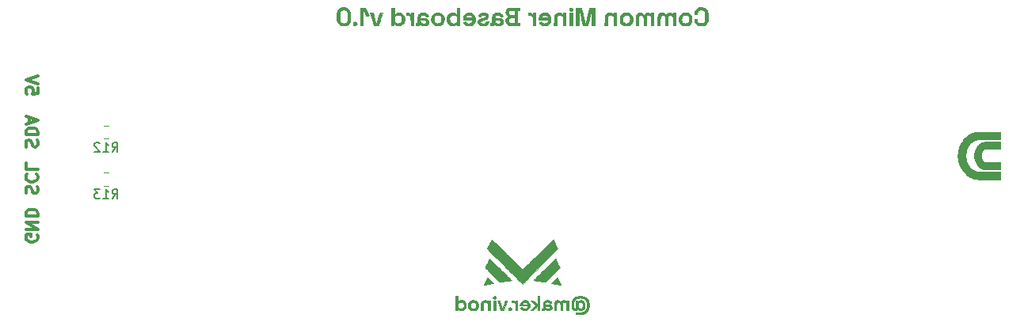
<source format=gbr>
G04 #@! TF.GenerationSoftware,KiCad,Pcbnew,7.0.6*
G04 #@! TF.CreationDate,2023-11-12T09:35:53+05:30*
G04 #@! TF.ProjectId,Common-Miner-Baseboard,436f6d6d-6f6e-42d4-9d69-6e65722d4261,rev?*
G04 #@! TF.SameCoordinates,Original*
G04 #@! TF.FileFunction,Legend,Bot*
G04 #@! TF.FilePolarity,Positive*
%FSLAX46Y46*%
G04 Gerber Fmt 4.6, Leading zero omitted, Abs format (unit mm)*
G04 Created by KiCad (PCBNEW 7.0.6) date 2023-11-12 09:35:53*
%MOMM*%
%LPD*%
G01*
G04 APERTURE LIST*
%ADD10C,0.300000*%
%ADD11C,0.150000*%
%ADD12C,0.120000*%
%ADD13C,0.010000*%
G04 APERTURE END LIST*
D10*
X28152290Y-73490475D02*
X28214195Y-73614285D01*
X28214195Y-73614285D02*
X28214195Y-73799999D01*
X28214195Y-73799999D02*
X28152290Y-73985713D01*
X28152290Y-73985713D02*
X28028480Y-74109523D01*
X28028480Y-74109523D02*
X27904671Y-74171428D01*
X27904671Y-74171428D02*
X27657052Y-74233332D01*
X27657052Y-74233332D02*
X27471338Y-74233332D01*
X27471338Y-74233332D02*
X27223719Y-74171428D01*
X27223719Y-74171428D02*
X27099909Y-74109523D01*
X27099909Y-74109523D02*
X26976100Y-73985713D01*
X26976100Y-73985713D02*
X26914195Y-73799999D01*
X26914195Y-73799999D02*
X26914195Y-73676190D01*
X26914195Y-73676190D02*
X26976100Y-73490475D01*
X26976100Y-73490475D02*
X27038004Y-73428571D01*
X27038004Y-73428571D02*
X27471338Y-73428571D01*
X27471338Y-73428571D02*
X27471338Y-73676190D01*
X26914195Y-72871428D02*
X28214195Y-72871428D01*
X28214195Y-72871428D02*
X26914195Y-72128571D01*
X26914195Y-72128571D02*
X28214195Y-72128571D01*
X26914195Y-71509523D02*
X28214195Y-71509523D01*
X28214195Y-71509523D02*
X28214195Y-71199999D01*
X28214195Y-71199999D02*
X28152290Y-71014285D01*
X28152290Y-71014285D02*
X28028480Y-70890475D01*
X28028480Y-70890475D02*
X27904671Y-70828570D01*
X27904671Y-70828570D02*
X27657052Y-70766666D01*
X27657052Y-70766666D02*
X27471338Y-70766666D01*
X27471338Y-70766666D02*
X27223719Y-70828570D01*
X27223719Y-70828570D02*
X27099909Y-70890475D01*
X27099909Y-70890475D02*
X26976100Y-71014285D01*
X26976100Y-71014285D02*
X26914195Y-71199999D01*
X26914195Y-71199999D02*
X26914195Y-71509523D01*
X28214195Y-57747618D02*
X28214195Y-58366666D01*
X28214195Y-58366666D02*
X27595147Y-58428570D01*
X27595147Y-58428570D02*
X27657052Y-58366666D01*
X27657052Y-58366666D02*
X27718957Y-58242856D01*
X27718957Y-58242856D02*
X27718957Y-57933332D01*
X27718957Y-57933332D02*
X27657052Y-57809523D01*
X27657052Y-57809523D02*
X27595147Y-57747618D01*
X27595147Y-57747618D02*
X27471338Y-57685713D01*
X27471338Y-57685713D02*
X27161814Y-57685713D01*
X27161814Y-57685713D02*
X27038004Y-57747618D01*
X27038004Y-57747618D02*
X26976100Y-57809523D01*
X26976100Y-57809523D02*
X26914195Y-57933332D01*
X26914195Y-57933332D02*
X26914195Y-58242856D01*
X26914195Y-58242856D02*
X26976100Y-58366666D01*
X26976100Y-58366666D02*
X27038004Y-58428570D01*
X28214195Y-57314285D02*
X26914195Y-56880952D01*
X26914195Y-56880952D02*
X28214195Y-56447618D01*
X26976100Y-69047618D02*
X26914195Y-68861904D01*
X26914195Y-68861904D02*
X26914195Y-68552380D01*
X26914195Y-68552380D02*
X26976100Y-68428571D01*
X26976100Y-68428571D02*
X27038004Y-68366666D01*
X27038004Y-68366666D02*
X27161814Y-68304761D01*
X27161814Y-68304761D02*
X27285623Y-68304761D01*
X27285623Y-68304761D02*
X27409433Y-68366666D01*
X27409433Y-68366666D02*
X27471338Y-68428571D01*
X27471338Y-68428571D02*
X27533242Y-68552380D01*
X27533242Y-68552380D02*
X27595147Y-68799999D01*
X27595147Y-68799999D02*
X27657052Y-68923809D01*
X27657052Y-68923809D02*
X27718957Y-68985714D01*
X27718957Y-68985714D02*
X27842766Y-69047618D01*
X27842766Y-69047618D02*
X27966576Y-69047618D01*
X27966576Y-69047618D02*
X28090385Y-68985714D01*
X28090385Y-68985714D02*
X28152290Y-68923809D01*
X28152290Y-68923809D02*
X28214195Y-68799999D01*
X28214195Y-68799999D02*
X28214195Y-68490476D01*
X28214195Y-68490476D02*
X28152290Y-68304761D01*
X27038004Y-67004762D02*
X26976100Y-67066666D01*
X26976100Y-67066666D02*
X26914195Y-67252381D01*
X26914195Y-67252381D02*
X26914195Y-67376190D01*
X26914195Y-67376190D02*
X26976100Y-67561904D01*
X26976100Y-67561904D02*
X27099909Y-67685714D01*
X27099909Y-67685714D02*
X27223719Y-67747619D01*
X27223719Y-67747619D02*
X27471338Y-67809523D01*
X27471338Y-67809523D02*
X27657052Y-67809523D01*
X27657052Y-67809523D02*
X27904671Y-67747619D01*
X27904671Y-67747619D02*
X28028480Y-67685714D01*
X28028480Y-67685714D02*
X28152290Y-67561904D01*
X28152290Y-67561904D02*
X28214195Y-67376190D01*
X28214195Y-67376190D02*
X28214195Y-67252381D01*
X28214195Y-67252381D02*
X28152290Y-67066666D01*
X28152290Y-67066666D02*
X28090385Y-67004762D01*
X26914195Y-65828571D02*
X26914195Y-66447619D01*
X26914195Y-66447619D02*
X28214195Y-66447619D01*
X26976100Y-64078570D02*
X26914195Y-63892856D01*
X26914195Y-63892856D02*
X26914195Y-63583332D01*
X26914195Y-63583332D02*
X26976100Y-63459523D01*
X26976100Y-63459523D02*
X27038004Y-63397618D01*
X27038004Y-63397618D02*
X27161814Y-63335713D01*
X27161814Y-63335713D02*
X27285623Y-63335713D01*
X27285623Y-63335713D02*
X27409433Y-63397618D01*
X27409433Y-63397618D02*
X27471338Y-63459523D01*
X27471338Y-63459523D02*
X27533242Y-63583332D01*
X27533242Y-63583332D02*
X27595147Y-63830951D01*
X27595147Y-63830951D02*
X27657052Y-63954761D01*
X27657052Y-63954761D02*
X27718957Y-64016666D01*
X27718957Y-64016666D02*
X27842766Y-64078570D01*
X27842766Y-64078570D02*
X27966576Y-64078570D01*
X27966576Y-64078570D02*
X28090385Y-64016666D01*
X28090385Y-64016666D02*
X28152290Y-63954761D01*
X28152290Y-63954761D02*
X28214195Y-63830951D01*
X28214195Y-63830951D02*
X28214195Y-63521428D01*
X28214195Y-63521428D02*
X28152290Y-63335713D01*
X26914195Y-62778571D02*
X28214195Y-62778571D01*
X28214195Y-62778571D02*
X28214195Y-62469047D01*
X28214195Y-62469047D02*
X28152290Y-62283333D01*
X28152290Y-62283333D02*
X28028480Y-62159523D01*
X28028480Y-62159523D02*
X27904671Y-62097618D01*
X27904671Y-62097618D02*
X27657052Y-62035714D01*
X27657052Y-62035714D02*
X27471338Y-62035714D01*
X27471338Y-62035714D02*
X27223719Y-62097618D01*
X27223719Y-62097618D02*
X27099909Y-62159523D01*
X27099909Y-62159523D02*
X26976100Y-62283333D01*
X26976100Y-62283333D02*
X26914195Y-62469047D01*
X26914195Y-62469047D02*
X26914195Y-62778571D01*
X27285623Y-61540475D02*
X27285623Y-60921428D01*
X26914195Y-61664285D02*
X28214195Y-61230952D01*
X28214195Y-61230952D02*
X26914195Y-60797618D01*
D11*
X36142857Y-64604819D02*
X36476190Y-64128628D01*
X36714285Y-64604819D02*
X36714285Y-63604819D01*
X36714285Y-63604819D02*
X36333333Y-63604819D01*
X36333333Y-63604819D02*
X36238095Y-63652438D01*
X36238095Y-63652438D02*
X36190476Y-63700057D01*
X36190476Y-63700057D02*
X36142857Y-63795295D01*
X36142857Y-63795295D02*
X36142857Y-63938152D01*
X36142857Y-63938152D02*
X36190476Y-64033390D01*
X36190476Y-64033390D02*
X36238095Y-64081009D01*
X36238095Y-64081009D02*
X36333333Y-64128628D01*
X36333333Y-64128628D02*
X36714285Y-64128628D01*
X35190476Y-64604819D02*
X35761904Y-64604819D01*
X35476190Y-64604819D02*
X35476190Y-63604819D01*
X35476190Y-63604819D02*
X35571428Y-63747676D01*
X35571428Y-63747676D02*
X35666666Y-63842914D01*
X35666666Y-63842914D02*
X35761904Y-63890533D01*
X34809523Y-63700057D02*
X34761904Y-63652438D01*
X34761904Y-63652438D02*
X34666666Y-63604819D01*
X34666666Y-63604819D02*
X34428571Y-63604819D01*
X34428571Y-63604819D02*
X34333333Y-63652438D01*
X34333333Y-63652438D02*
X34285714Y-63700057D01*
X34285714Y-63700057D02*
X34238095Y-63795295D01*
X34238095Y-63795295D02*
X34238095Y-63890533D01*
X34238095Y-63890533D02*
X34285714Y-64033390D01*
X34285714Y-64033390D02*
X34857142Y-64604819D01*
X34857142Y-64604819D02*
X34238095Y-64604819D01*
X36142857Y-69604819D02*
X36476190Y-69128628D01*
X36714285Y-69604819D02*
X36714285Y-68604819D01*
X36714285Y-68604819D02*
X36333333Y-68604819D01*
X36333333Y-68604819D02*
X36238095Y-68652438D01*
X36238095Y-68652438D02*
X36190476Y-68700057D01*
X36190476Y-68700057D02*
X36142857Y-68795295D01*
X36142857Y-68795295D02*
X36142857Y-68938152D01*
X36142857Y-68938152D02*
X36190476Y-69033390D01*
X36190476Y-69033390D02*
X36238095Y-69081009D01*
X36238095Y-69081009D02*
X36333333Y-69128628D01*
X36333333Y-69128628D02*
X36714285Y-69128628D01*
X35190476Y-69604819D02*
X35761904Y-69604819D01*
X35476190Y-69604819D02*
X35476190Y-68604819D01*
X35476190Y-68604819D02*
X35571428Y-68747676D01*
X35571428Y-68747676D02*
X35666666Y-68842914D01*
X35666666Y-68842914D02*
X35761904Y-68890533D01*
X34857142Y-68604819D02*
X34238095Y-68604819D01*
X34238095Y-68604819D02*
X34571428Y-68985771D01*
X34571428Y-68985771D02*
X34428571Y-68985771D01*
X34428571Y-68985771D02*
X34333333Y-69033390D01*
X34333333Y-69033390D02*
X34285714Y-69081009D01*
X34285714Y-69081009D02*
X34238095Y-69176247D01*
X34238095Y-69176247D02*
X34238095Y-69414342D01*
X34238095Y-69414342D02*
X34285714Y-69509580D01*
X34285714Y-69509580D02*
X34333333Y-69557200D01*
X34333333Y-69557200D02*
X34428571Y-69604819D01*
X34428571Y-69604819D02*
X34714285Y-69604819D01*
X34714285Y-69604819D02*
X34809523Y-69557200D01*
X34809523Y-69557200D02*
X34857142Y-69509580D01*
D12*
G04 #@! TO.C,R12*
X35241422Y-61790000D02*
X35758578Y-61790000D01*
X35241422Y-63210000D02*
X35758578Y-63210000D01*
G04 #@! TO.C,R13*
X35241422Y-66790000D02*
X35758578Y-66790000D01*
X35241422Y-68210000D02*
X35758578Y-68210000D01*
G04 #@! TO.C,G\u002A\u002A\u002A*
D13*
X83743856Y-78053374D02*
X83763009Y-78091461D01*
X83791503Y-78150164D01*
X83827138Y-78224779D01*
X83867715Y-78310600D01*
X83911034Y-78402922D01*
X83954896Y-78497040D01*
X83997099Y-78588249D01*
X84035445Y-78671844D01*
X84067734Y-78743119D01*
X84091766Y-78797369D01*
X84105342Y-78829889D01*
X84108587Y-78843759D01*
X84100056Y-78849599D01*
X84072761Y-78846396D01*
X84020237Y-78834500D01*
X83992998Y-78828204D01*
X83931031Y-78814408D01*
X83846704Y-78795987D01*
X83745708Y-78774174D01*
X83633730Y-78750203D01*
X83516462Y-78725306D01*
X83108214Y-78639005D01*
X83418139Y-78339882D01*
X83497084Y-78263944D01*
X83572906Y-78191539D01*
X83637917Y-78130011D01*
X83688938Y-78082349D01*
X83722796Y-78051541D01*
X83736313Y-78040573D01*
X83743856Y-78053374D01*
G36*
X83743856Y-78053374D02*
G01*
X83763009Y-78091461D01*
X83791503Y-78150164D01*
X83827138Y-78224779D01*
X83867715Y-78310600D01*
X83911034Y-78402922D01*
X83954896Y-78497040D01*
X83997099Y-78588249D01*
X84035445Y-78671844D01*
X84067734Y-78743119D01*
X84091766Y-78797369D01*
X84105342Y-78829889D01*
X84108587Y-78843759D01*
X84100056Y-78849599D01*
X84072761Y-78846396D01*
X84020237Y-78834500D01*
X83992998Y-78828204D01*
X83931031Y-78814408D01*
X83846704Y-78795987D01*
X83745708Y-78774174D01*
X83633730Y-78750203D01*
X83516462Y-78725306D01*
X83108214Y-78639005D01*
X83418139Y-78339882D01*
X83497084Y-78263944D01*
X83572906Y-78191539D01*
X83637917Y-78130011D01*
X83688938Y-78082349D01*
X83722796Y-78051541D01*
X83736313Y-78040573D01*
X83743856Y-78053374D01*
G37*
X76270092Y-78050125D02*
X76302744Y-78079211D01*
X76352388Y-78125718D01*
X76415935Y-78186711D01*
X76490296Y-78259256D01*
X76572381Y-78340417D01*
X76652900Y-78420681D01*
X76726214Y-78494054D01*
X76788149Y-78556342D01*
X76835732Y-78604547D01*
X76865992Y-78635670D01*
X76875955Y-78646710D01*
X76870002Y-78647666D01*
X76837013Y-78654116D01*
X76779865Y-78665729D01*
X76703696Y-78681429D01*
X76613643Y-78700138D01*
X76514846Y-78720780D01*
X76412441Y-78742276D01*
X76311567Y-78763551D01*
X76217360Y-78783526D01*
X76134960Y-78801125D01*
X76069504Y-78815270D01*
X76026129Y-78824884D01*
X76005858Y-78829439D01*
X75948250Y-78841515D01*
X75906750Y-78848894D01*
X75889244Y-78850122D01*
X75890788Y-78844500D01*
X75903158Y-78814049D01*
X75925955Y-78761333D01*
X75957044Y-78691040D01*
X75994288Y-78607861D01*
X76035553Y-78516486D01*
X76078702Y-78421606D01*
X76121599Y-78327911D01*
X76162109Y-78240089D01*
X76198095Y-78162833D01*
X76227422Y-78100831D01*
X76247954Y-78058774D01*
X76257554Y-78041353D01*
X76270092Y-78050125D01*
G36*
X76270092Y-78050125D02*
G01*
X76302744Y-78079211D01*
X76352388Y-78125718D01*
X76415935Y-78186711D01*
X76490296Y-78259256D01*
X76572381Y-78340417D01*
X76652900Y-78420681D01*
X76726214Y-78494054D01*
X76788149Y-78556342D01*
X76835732Y-78604547D01*
X76865992Y-78635670D01*
X76875955Y-78646710D01*
X76870002Y-78647666D01*
X76837013Y-78654116D01*
X76779865Y-78665729D01*
X76703696Y-78681429D01*
X76613643Y-78700138D01*
X76514846Y-78720780D01*
X76412441Y-78742276D01*
X76311567Y-78763551D01*
X76217360Y-78783526D01*
X76134960Y-78801125D01*
X76069504Y-78815270D01*
X76026129Y-78824884D01*
X76005858Y-78829439D01*
X75948250Y-78841515D01*
X75906750Y-78848894D01*
X75889244Y-78850122D01*
X75890788Y-78844500D01*
X75903158Y-78814049D01*
X75925955Y-78761333D01*
X75957044Y-78691040D01*
X75994288Y-78607861D01*
X76035553Y-78516486D01*
X76078702Y-78421606D01*
X76121599Y-78327911D01*
X76162109Y-78240089D01*
X76198095Y-78162833D01*
X76227422Y-78100831D01*
X76247954Y-78058774D01*
X76257554Y-78041353D01*
X76270092Y-78050125D01*
G37*
X83539021Y-76046002D02*
X83556459Y-76078273D01*
X83584018Y-76133120D01*
X83619694Y-76206254D01*
X83661485Y-76293382D01*
X83707386Y-76390213D01*
X83755394Y-76492456D01*
X83803505Y-76595820D01*
X83849717Y-76696014D01*
X83892026Y-76788746D01*
X83928428Y-76869725D01*
X83956920Y-76934660D01*
X83975498Y-76979260D01*
X83982159Y-76999233D01*
X83980687Y-77001755D01*
X83961457Y-77023641D01*
X83921490Y-77065837D01*
X83862729Y-77126380D01*
X83787115Y-77203308D01*
X83696593Y-77294658D01*
X83593103Y-77398466D01*
X83478588Y-77512771D01*
X83354992Y-77635609D01*
X83224256Y-77765019D01*
X83176850Y-77811821D01*
X83048016Y-77938707D01*
X82926565Y-78057881D01*
X82814482Y-78167421D01*
X82713752Y-78265405D01*
X82626360Y-78349911D01*
X82554291Y-78419018D01*
X82499529Y-78470804D01*
X82464061Y-78503347D01*
X82449871Y-78514725D01*
X82435856Y-78513493D01*
X82393429Y-78508098D01*
X82328696Y-78499147D01*
X82247305Y-78487425D01*
X82154903Y-78473716D01*
X82067575Y-78461047D01*
X81939832Y-78443548D01*
X81800670Y-78425369D01*
X81661773Y-78408028D01*
X81534822Y-78393047D01*
X81502462Y-78389345D01*
X81403450Y-78377661D01*
X81317451Y-78366983D01*
X81249355Y-78357950D01*
X81204055Y-78351205D01*
X81186441Y-78347388D01*
X81188850Y-78344058D01*
X81210303Y-78321165D01*
X81252347Y-78278184D01*
X81313079Y-78216988D01*
X81390595Y-78139447D01*
X81482992Y-78047435D01*
X81588366Y-77942823D01*
X81704813Y-77827483D01*
X81830429Y-77703286D01*
X81963311Y-77572105D01*
X82101555Y-77435812D01*
X82243257Y-77296278D01*
X82386515Y-77155375D01*
X82529423Y-77014975D01*
X82670078Y-76876951D01*
X82806577Y-76743173D01*
X82937016Y-76615514D01*
X83059491Y-76495846D01*
X83172098Y-76386040D01*
X83272935Y-76287968D01*
X83360096Y-76203503D01*
X83431679Y-76134516D01*
X83485780Y-76082879D01*
X83520495Y-76050464D01*
X83533920Y-76039143D01*
X83539021Y-76046002D01*
G36*
X83539021Y-76046002D02*
G01*
X83556459Y-76078273D01*
X83584018Y-76133120D01*
X83619694Y-76206254D01*
X83661485Y-76293382D01*
X83707386Y-76390213D01*
X83755394Y-76492456D01*
X83803505Y-76595820D01*
X83849717Y-76696014D01*
X83892026Y-76788746D01*
X83928428Y-76869725D01*
X83956920Y-76934660D01*
X83975498Y-76979260D01*
X83982159Y-76999233D01*
X83980687Y-77001755D01*
X83961457Y-77023641D01*
X83921490Y-77065837D01*
X83862729Y-77126380D01*
X83787115Y-77203308D01*
X83696593Y-77294658D01*
X83593103Y-77398466D01*
X83478588Y-77512771D01*
X83354992Y-77635609D01*
X83224256Y-77765019D01*
X83176850Y-77811821D01*
X83048016Y-77938707D01*
X82926565Y-78057881D01*
X82814482Y-78167421D01*
X82713752Y-78265405D01*
X82626360Y-78349911D01*
X82554291Y-78419018D01*
X82499529Y-78470804D01*
X82464061Y-78503347D01*
X82449871Y-78514725D01*
X82435856Y-78513493D01*
X82393429Y-78508098D01*
X82328696Y-78499147D01*
X82247305Y-78487425D01*
X82154903Y-78473716D01*
X82067575Y-78461047D01*
X81939832Y-78443548D01*
X81800670Y-78425369D01*
X81661773Y-78408028D01*
X81534822Y-78393047D01*
X81502462Y-78389345D01*
X81403450Y-78377661D01*
X81317451Y-78366983D01*
X81249355Y-78357950D01*
X81204055Y-78351205D01*
X81186441Y-78347388D01*
X81188850Y-78344058D01*
X81210303Y-78321165D01*
X81252347Y-78278184D01*
X81313079Y-78216988D01*
X81390595Y-78139447D01*
X81482992Y-78047435D01*
X81588366Y-77942823D01*
X81704813Y-77827483D01*
X81830429Y-77703286D01*
X81963311Y-77572105D01*
X82101555Y-77435812D01*
X82243257Y-77296278D01*
X82386515Y-77155375D01*
X82529423Y-77014975D01*
X82670078Y-76876951D01*
X82806577Y-76743173D01*
X82937016Y-76615514D01*
X83059491Y-76495846D01*
X83172098Y-76386040D01*
X83272935Y-76287968D01*
X83360096Y-76203503D01*
X83431679Y-76134516D01*
X83485780Y-76082879D01*
X83520495Y-76050464D01*
X83533920Y-76039143D01*
X83539021Y-76046002D01*
G37*
X76467246Y-76038659D02*
X76492436Y-76061011D01*
X76537832Y-76103537D01*
X76601538Y-76164363D01*
X76681656Y-76241616D01*
X76776288Y-76333422D01*
X76883537Y-76437909D01*
X77001505Y-76553202D01*
X77128296Y-76677430D01*
X77262011Y-76808718D01*
X77400753Y-76945193D01*
X77542624Y-77084981D01*
X77685728Y-77226211D01*
X77828166Y-77367008D01*
X77968042Y-77505499D01*
X78103457Y-77639810D01*
X78232515Y-77768069D01*
X78353317Y-77888403D01*
X78463967Y-77998937D01*
X78562567Y-78097799D01*
X78647220Y-78183116D01*
X78716028Y-78253013D01*
X78767093Y-78305618D01*
X78798518Y-78339058D01*
X78808406Y-78351459D01*
X78805540Y-78352672D01*
X78776808Y-78358469D01*
X78722040Y-78366729D01*
X78646226Y-78376780D01*
X78554356Y-78387949D01*
X78451419Y-78399564D01*
X78339887Y-78412206D01*
X78209514Y-78428007D01*
X78080812Y-78444535D01*
X77964095Y-78460461D01*
X77869677Y-78474458D01*
X77837765Y-78479443D01*
X77751479Y-78492441D01*
X77675888Y-78503161D01*
X77618210Y-78510605D01*
X77585662Y-78513773D01*
X77575215Y-78512185D01*
X77559249Y-78504866D01*
X77537098Y-78490175D01*
X77507061Y-78466534D01*
X77467435Y-78432367D01*
X77416518Y-78386095D01*
X77352609Y-78326141D01*
X77274005Y-78250930D01*
X77179004Y-78158883D01*
X77065904Y-78048423D01*
X76933002Y-77917973D01*
X76778597Y-77765956D01*
X76729629Y-77717661D01*
X76600985Y-77590441D01*
X76480199Y-77470503D01*
X76369214Y-77359803D01*
X76269974Y-77260301D01*
X76184421Y-77173955D01*
X76114498Y-77102721D01*
X76062147Y-77048560D01*
X76029312Y-77013429D01*
X76017935Y-76999286D01*
X76021241Y-76989002D01*
X76036368Y-76952368D01*
X76061944Y-76893779D01*
X76095974Y-76817556D01*
X76136465Y-76728017D01*
X76181424Y-76629483D01*
X76228856Y-76526271D01*
X76276769Y-76422701D01*
X76323169Y-76323092D01*
X76366062Y-76231764D01*
X76403456Y-76153035D01*
X76433356Y-76091226D01*
X76453769Y-76050654D01*
X76462701Y-76035640D01*
X76467246Y-76038659D01*
G36*
X76467246Y-76038659D02*
G01*
X76492436Y-76061011D01*
X76537832Y-76103537D01*
X76601538Y-76164363D01*
X76681656Y-76241616D01*
X76776288Y-76333422D01*
X76883537Y-76437909D01*
X77001505Y-76553202D01*
X77128296Y-76677430D01*
X77262011Y-76808718D01*
X77400753Y-76945193D01*
X77542624Y-77084981D01*
X77685728Y-77226211D01*
X77828166Y-77367008D01*
X77968042Y-77505499D01*
X78103457Y-77639810D01*
X78232515Y-77768069D01*
X78353317Y-77888403D01*
X78463967Y-77998937D01*
X78562567Y-78097799D01*
X78647220Y-78183116D01*
X78716028Y-78253013D01*
X78767093Y-78305618D01*
X78798518Y-78339058D01*
X78808406Y-78351459D01*
X78805540Y-78352672D01*
X78776808Y-78358469D01*
X78722040Y-78366729D01*
X78646226Y-78376780D01*
X78554356Y-78387949D01*
X78451419Y-78399564D01*
X78339887Y-78412206D01*
X78209514Y-78428007D01*
X78080812Y-78444535D01*
X77964095Y-78460461D01*
X77869677Y-78474458D01*
X77837765Y-78479443D01*
X77751479Y-78492441D01*
X77675888Y-78503161D01*
X77618210Y-78510605D01*
X77585662Y-78513773D01*
X77575215Y-78512185D01*
X77559249Y-78504866D01*
X77537098Y-78490175D01*
X77507061Y-78466534D01*
X77467435Y-78432367D01*
X77416518Y-78386095D01*
X77352609Y-78326141D01*
X77274005Y-78250930D01*
X77179004Y-78158883D01*
X77065904Y-78048423D01*
X76933002Y-77917973D01*
X76778597Y-77765956D01*
X76729629Y-77717661D01*
X76600985Y-77590441D01*
X76480199Y-77470503D01*
X76369214Y-77359803D01*
X76269974Y-77260301D01*
X76184421Y-77173955D01*
X76114498Y-77102721D01*
X76062147Y-77048560D01*
X76029312Y-77013429D01*
X76017935Y-76999286D01*
X76021241Y-76989002D01*
X76036368Y-76952368D01*
X76061944Y-76893779D01*
X76095974Y-76817556D01*
X76136465Y-76728017D01*
X76181424Y-76629483D01*
X76228856Y-76526271D01*
X76276769Y-76422701D01*
X76323169Y-76323092D01*
X76366062Y-76231764D01*
X76403456Y-76153035D01*
X76433356Y-76091226D01*
X76453769Y-76050654D01*
X76462701Y-76035640D01*
X76467246Y-76038659D01*
G37*
X83312826Y-73999506D02*
X83329827Y-74031307D01*
X83357766Y-74087132D01*
X83394949Y-74163491D01*
X83439683Y-74256895D01*
X83490275Y-74363857D01*
X83545032Y-74480886D01*
X83771677Y-74967807D01*
X81894155Y-76840033D01*
X81733783Y-76999892D01*
X81531427Y-77201426D01*
X81336216Y-77395650D01*
X81149382Y-77581345D01*
X80972161Y-77757291D01*
X80805784Y-77922270D01*
X80651488Y-78075060D01*
X80510505Y-78214443D01*
X80384069Y-78339198D01*
X80273415Y-78448107D01*
X80179775Y-78539949D01*
X80104386Y-78613505D01*
X80048479Y-78667555D01*
X80013289Y-78700879D01*
X80000050Y-78712258D01*
X79998154Y-78711077D01*
X79977257Y-78692442D01*
X79934403Y-78651884D01*
X79870532Y-78590333D01*
X79786585Y-78508720D01*
X79683502Y-78407973D01*
X79562226Y-78289023D01*
X79423695Y-78152798D01*
X79268853Y-78000229D01*
X79098639Y-77832245D01*
X78913994Y-77649776D01*
X78715859Y-77453752D01*
X78505176Y-77245101D01*
X78282884Y-77024754D01*
X78049926Y-76793641D01*
X77807241Y-76552691D01*
X77555772Y-76302833D01*
X77296458Y-76044997D01*
X77030240Y-75780114D01*
X76758061Y-75509112D01*
X76228186Y-74981350D01*
X76476014Y-74485907D01*
X76520815Y-74396891D01*
X76576853Y-74287166D01*
X76627338Y-74190130D01*
X76670483Y-74109125D01*
X76704502Y-74047492D01*
X76727608Y-74008576D01*
X76738016Y-73995716D01*
X76744098Y-74001016D01*
X76771846Y-74027299D01*
X76820719Y-74074401D01*
X76889373Y-74141009D01*
X76976463Y-74225806D01*
X77080645Y-74327477D01*
X77200576Y-74444708D01*
X77334910Y-74576184D01*
X77482303Y-74720588D01*
X77641412Y-74876606D01*
X77810892Y-75042923D01*
X77989398Y-75218224D01*
X78175587Y-75401194D01*
X78368114Y-75590517D01*
X78495302Y-75715605D01*
X78683760Y-75900860D01*
X78864970Y-76078884D01*
X79037590Y-76248363D01*
X79200279Y-76407983D01*
X79351694Y-76556431D01*
X79490494Y-76692392D01*
X79615335Y-76814554D01*
X79724877Y-76921602D01*
X79817777Y-77012222D01*
X79892693Y-77085101D01*
X79948282Y-77138925D01*
X79983204Y-77172380D01*
X79996116Y-77184153D01*
X80003552Y-77178325D01*
X80033065Y-77151489D01*
X80083728Y-77104040D01*
X80154201Y-77037268D01*
X80243142Y-76952461D01*
X80349210Y-76850911D01*
X80471063Y-76733907D01*
X80607360Y-76602738D01*
X80756760Y-76458695D01*
X80917922Y-76303068D01*
X81089503Y-76137145D01*
X81270164Y-75962218D01*
X81458562Y-75779576D01*
X81653356Y-75590508D01*
X81798187Y-75449893D01*
X81988344Y-75265393D01*
X82171083Y-75088229D01*
X82345065Y-74919694D01*
X82508948Y-74761081D01*
X82661395Y-74613683D01*
X82801064Y-74478793D01*
X82926617Y-74357703D01*
X83036713Y-74251706D01*
X83130012Y-74162096D01*
X83205176Y-74090164D01*
X83260864Y-74037204D01*
X83295736Y-74004508D01*
X83308453Y-73993370D01*
X83312826Y-73999506D01*
G36*
X83312826Y-73999506D02*
G01*
X83329827Y-74031307D01*
X83357766Y-74087132D01*
X83394949Y-74163491D01*
X83439683Y-74256895D01*
X83490275Y-74363857D01*
X83545032Y-74480886D01*
X83771677Y-74967807D01*
X81894155Y-76840033D01*
X81733783Y-76999892D01*
X81531427Y-77201426D01*
X81336216Y-77395650D01*
X81149382Y-77581345D01*
X80972161Y-77757291D01*
X80805784Y-77922270D01*
X80651488Y-78075060D01*
X80510505Y-78214443D01*
X80384069Y-78339198D01*
X80273415Y-78448107D01*
X80179775Y-78539949D01*
X80104386Y-78613505D01*
X80048479Y-78667555D01*
X80013289Y-78700879D01*
X80000050Y-78712258D01*
X79998154Y-78711077D01*
X79977257Y-78692442D01*
X79934403Y-78651884D01*
X79870532Y-78590333D01*
X79786585Y-78508720D01*
X79683502Y-78407973D01*
X79562226Y-78289023D01*
X79423695Y-78152798D01*
X79268853Y-78000229D01*
X79098639Y-77832245D01*
X78913994Y-77649776D01*
X78715859Y-77453752D01*
X78505176Y-77245101D01*
X78282884Y-77024754D01*
X78049926Y-76793641D01*
X77807241Y-76552691D01*
X77555772Y-76302833D01*
X77296458Y-76044997D01*
X77030240Y-75780114D01*
X76758061Y-75509112D01*
X76228186Y-74981350D01*
X76476014Y-74485907D01*
X76520815Y-74396891D01*
X76576853Y-74287166D01*
X76627338Y-74190130D01*
X76670483Y-74109125D01*
X76704502Y-74047492D01*
X76727608Y-74008576D01*
X76738016Y-73995716D01*
X76744098Y-74001016D01*
X76771846Y-74027299D01*
X76820719Y-74074401D01*
X76889373Y-74141009D01*
X76976463Y-74225806D01*
X77080645Y-74327477D01*
X77200576Y-74444708D01*
X77334910Y-74576184D01*
X77482303Y-74720588D01*
X77641412Y-74876606D01*
X77810892Y-75042923D01*
X77989398Y-75218224D01*
X78175587Y-75401194D01*
X78368114Y-75590517D01*
X78495302Y-75715605D01*
X78683760Y-75900860D01*
X78864970Y-76078884D01*
X79037590Y-76248363D01*
X79200279Y-76407983D01*
X79351694Y-76556431D01*
X79490494Y-76692392D01*
X79615335Y-76814554D01*
X79724877Y-76921602D01*
X79817777Y-77012222D01*
X79892693Y-77085101D01*
X79948282Y-77138925D01*
X79983204Y-77172380D01*
X79996116Y-77184153D01*
X80003552Y-77178325D01*
X80033065Y-77151489D01*
X80083728Y-77104040D01*
X80154201Y-77037268D01*
X80243142Y-76952461D01*
X80349210Y-76850911D01*
X80471063Y-76733907D01*
X80607360Y-76602738D01*
X80756760Y-76458695D01*
X80917922Y-76303068D01*
X81089503Y-76137145D01*
X81270164Y-75962218D01*
X81458562Y-75779576D01*
X81653356Y-75590508D01*
X81798187Y-75449893D01*
X81988344Y-75265393D01*
X82171083Y-75088229D01*
X82345065Y-74919694D01*
X82508948Y-74761081D01*
X82661395Y-74613683D01*
X82801064Y-74478793D01*
X82926617Y-74357703D01*
X83036713Y-74251706D01*
X83130012Y-74162096D01*
X83205176Y-74090164D01*
X83260864Y-74037204D01*
X83295736Y-74004508D01*
X83308453Y-73993370D01*
X83312826Y-73999506D01*
G37*
X131054578Y-64269112D02*
X130254679Y-64269112D01*
X130177317Y-64269116D01*
X130105338Y-64269126D01*
X130038540Y-64269144D01*
X129976725Y-64269169D01*
X129919692Y-64269204D01*
X129867239Y-64269249D01*
X129819167Y-64269305D01*
X129775276Y-64269374D01*
X129735365Y-64269457D01*
X129699233Y-64269555D01*
X129666681Y-64269669D01*
X129637508Y-64269799D01*
X129611514Y-64269948D01*
X129588498Y-64270116D01*
X129568260Y-64270305D01*
X129550600Y-64270515D01*
X129535317Y-64270747D01*
X129522210Y-64271003D01*
X129511081Y-64271284D01*
X129501727Y-64271591D01*
X129493950Y-64271925D01*
X129487547Y-64272287D01*
X129482320Y-64272678D01*
X129478068Y-64273099D01*
X129474590Y-64273552D01*
X129455286Y-64276931D01*
X129411128Y-64288695D01*
X129368660Y-64305767D01*
X129327982Y-64328064D01*
X129289193Y-64355501D01*
X129252392Y-64387995D01*
X129217678Y-64425461D01*
X129185152Y-64467816D01*
X129154912Y-64514976D01*
X129127058Y-64566857D01*
X129122680Y-64575884D01*
X129103795Y-64618065D01*
X129087689Y-64660193D01*
X129074039Y-64703384D01*
X129062520Y-64748754D01*
X129052808Y-64797417D01*
X129044577Y-64850490D01*
X129043056Y-64862042D01*
X129041630Y-64874293D01*
X129040510Y-64886288D01*
X129039661Y-64898868D01*
X129039047Y-64912878D01*
X129038631Y-64929159D01*
X129038379Y-64948556D01*
X129038254Y-64971911D01*
X129038220Y-65000068D01*
X129038245Y-65024907D01*
X129038357Y-65048829D01*
X129038591Y-65068686D01*
X129038983Y-65085319D01*
X129039570Y-65099572D01*
X129040387Y-65112288D01*
X129041470Y-65124311D01*
X129042855Y-65136482D01*
X129044577Y-65149645D01*
X129048046Y-65173705D01*
X129056563Y-65223180D01*
X129066573Y-65268800D01*
X129078417Y-65311733D01*
X129092437Y-65353148D01*
X129108975Y-65394214D01*
X129128373Y-65436101D01*
X129146934Y-65471983D01*
X129172497Y-65515286D01*
X129199623Y-65554364D01*
X129228872Y-65590010D01*
X129260808Y-65623017D01*
X129260938Y-65623141D01*
X129295333Y-65653225D01*
X129330368Y-65678200D01*
X129366984Y-65698591D01*
X129406125Y-65714924D01*
X129448733Y-65727723D01*
X129478367Y-65735160D01*
X130269294Y-65735953D01*
X131060222Y-65736746D01*
X131060222Y-66470445D01*
X130286228Y-66470432D01*
X130238602Y-66470428D01*
X130152211Y-66470404D01*
X130070641Y-66470357D01*
X129993948Y-66470289D01*
X129922186Y-66470198D01*
X129855411Y-66470086D01*
X129793677Y-66469953D01*
X129737039Y-66469799D01*
X129685551Y-66469623D01*
X129639270Y-66469427D01*
X129598249Y-66469210D01*
X129562544Y-66468973D01*
X129532208Y-66468716D01*
X129507298Y-66468439D01*
X129487868Y-66468142D01*
X129473973Y-66467825D01*
X129465667Y-66467489D01*
X129412346Y-66462944D01*
X129335169Y-66451922D01*
X129260268Y-66435763D01*
X129187574Y-66414439D01*
X129117021Y-66387919D01*
X129048540Y-66356174D01*
X128982063Y-66319175D01*
X128917522Y-66276893D01*
X128854850Y-66229297D01*
X128793978Y-66176359D01*
X128783145Y-66166231D01*
X128747610Y-66131567D01*
X128714571Y-66096827D01*
X128682454Y-66060306D01*
X128649684Y-66020301D01*
X128621041Y-65983178D01*
X128567215Y-65906734D01*
X128518558Y-65828048D01*
X128475053Y-65747073D01*
X128436677Y-65663764D01*
X128403412Y-65578076D01*
X128375237Y-65489963D01*
X128352132Y-65399379D01*
X128334076Y-65306279D01*
X128331459Y-65289908D01*
X128319401Y-65196232D01*
X128312041Y-65101502D01*
X128309354Y-65006354D01*
X128311314Y-64911420D01*
X128317895Y-64817334D01*
X128329071Y-64724731D01*
X128344816Y-64634244D01*
X128365104Y-64546508D01*
X128371478Y-64522939D01*
X128398835Y-64435290D01*
X128431380Y-64349632D01*
X128468980Y-64266228D01*
X128511499Y-64185338D01*
X128558802Y-64107224D01*
X128610756Y-64032147D01*
X128667225Y-63960367D01*
X128711227Y-63910098D01*
X128769586Y-63850007D01*
X128829796Y-63795234D01*
X128891897Y-63745760D01*
X128955928Y-63701564D01*
X129021927Y-63662624D01*
X129089933Y-63628921D01*
X129159985Y-63600432D01*
X129232122Y-63577139D01*
X129306383Y-63559020D01*
X129382807Y-63546054D01*
X129461433Y-63538221D01*
X129463369Y-63538117D01*
X129472664Y-63537827D01*
X129487431Y-63537552D01*
X129507544Y-63537290D01*
X129532876Y-63537044D01*
X129563298Y-63536812D01*
X129598685Y-63536596D01*
X129638908Y-63536397D01*
X129683841Y-63536213D01*
X129733355Y-63536047D01*
X129787325Y-63535898D01*
X129845623Y-63535767D01*
X129908122Y-63535654D01*
X129974694Y-63535559D01*
X130045212Y-63535484D01*
X130119549Y-63535429D01*
X130197578Y-63535393D01*
X130279172Y-63535378D01*
X131054578Y-63535334D01*
X131054578Y-64269112D01*
G36*
X131054578Y-64269112D02*
G01*
X130254679Y-64269112D01*
X130177317Y-64269116D01*
X130105338Y-64269126D01*
X130038540Y-64269144D01*
X129976725Y-64269169D01*
X129919692Y-64269204D01*
X129867239Y-64269249D01*
X129819167Y-64269305D01*
X129775276Y-64269374D01*
X129735365Y-64269457D01*
X129699233Y-64269555D01*
X129666681Y-64269669D01*
X129637508Y-64269799D01*
X129611514Y-64269948D01*
X129588498Y-64270116D01*
X129568260Y-64270305D01*
X129550600Y-64270515D01*
X129535317Y-64270747D01*
X129522210Y-64271003D01*
X129511081Y-64271284D01*
X129501727Y-64271591D01*
X129493950Y-64271925D01*
X129487547Y-64272287D01*
X129482320Y-64272678D01*
X129478068Y-64273099D01*
X129474590Y-64273552D01*
X129455286Y-64276931D01*
X129411128Y-64288695D01*
X129368660Y-64305767D01*
X129327982Y-64328064D01*
X129289193Y-64355501D01*
X129252392Y-64387995D01*
X129217678Y-64425461D01*
X129185152Y-64467816D01*
X129154912Y-64514976D01*
X129127058Y-64566857D01*
X129122680Y-64575884D01*
X129103795Y-64618065D01*
X129087689Y-64660193D01*
X129074039Y-64703384D01*
X129062520Y-64748754D01*
X129052808Y-64797417D01*
X129044577Y-64850490D01*
X129043056Y-64862042D01*
X129041630Y-64874293D01*
X129040510Y-64886288D01*
X129039661Y-64898868D01*
X129039047Y-64912878D01*
X129038631Y-64929159D01*
X129038379Y-64948556D01*
X129038254Y-64971911D01*
X129038220Y-65000068D01*
X129038245Y-65024907D01*
X129038357Y-65048829D01*
X129038591Y-65068686D01*
X129038983Y-65085319D01*
X129039570Y-65099572D01*
X129040387Y-65112288D01*
X129041470Y-65124311D01*
X129042855Y-65136482D01*
X129044577Y-65149645D01*
X129048046Y-65173705D01*
X129056563Y-65223180D01*
X129066573Y-65268800D01*
X129078417Y-65311733D01*
X129092437Y-65353148D01*
X129108975Y-65394214D01*
X129128373Y-65436101D01*
X129146934Y-65471983D01*
X129172497Y-65515286D01*
X129199623Y-65554364D01*
X129228872Y-65590010D01*
X129260808Y-65623017D01*
X129260938Y-65623141D01*
X129295333Y-65653225D01*
X129330368Y-65678200D01*
X129366984Y-65698591D01*
X129406125Y-65714924D01*
X129448733Y-65727723D01*
X129478367Y-65735160D01*
X130269294Y-65735953D01*
X131060222Y-65736746D01*
X131060222Y-66470445D01*
X130286228Y-66470432D01*
X130238602Y-66470428D01*
X130152211Y-66470404D01*
X130070641Y-66470357D01*
X129993948Y-66470289D01*
X129922186Y-66470198D01*
X129855411Y-66470086D01*
X129793677Y-66469953D01*
X129737039Y-66469799D01*
X129685551Y-66469623D01*
X129639270Y-66469427D01*
X129598249Y-66469210D01*
X129562544Y-66468973D01*
X129532208Y-66468716D01*
X129507298Y-66468439D01*
X129487868Y-66468142D01*
X129473973Y-66467825D01*
X129465667Y-66467489D01*
X129412346Y-66462944D01*
X129335169Y-66451922D01*
X129260268Y-66435763D01*
X129187574Y-66414439D01*
X129117021Y-66387919D01*
X129048540Y-66356174D01*
X128982063Y-66319175D01*
X128917522Y-66276893D01*
X128854850Y-66229297D01*
X128793978Y-66176359D01*
X128783145Y-66166231D01*
X128747610Y-66131567D01*
X128714571Y-66096827D01*
X128682454Y-66060306D01*
X128649684Y-66020301D01*
X128621041Y-65983178D01*
X128567215Y-65906734D01*
X128518558Y-65828048D01*
X128475053Y-65747073D01*
X128436677Y-65663764D01*
X128403412Y-65578076D01*
X128375237Y-65489963D01*
X128352132Y-65399379D01*
X128334076Y-65306279D01*
X128331459Y-65289908D01*
X128319401Y-65196232D01*
X128312041Y-65101502D01*
X128309354Y-65006354D01*
X128311314Y-64911420D01*
X128317895Y-64817334D01*
X128329071Y-64724731D01*
X128344816Y-64634244D01*
X128365104Y-64546508D01*
X128371478Y-64522939D01*
X128398835Y-64435290D01*
X128431380Y-64349632D01*
X128468980Y-64266228D01*
X128511499Y-64185338D01*
X128558802Y-64107224D01*
X128610756Y-64032147D01*
X128667225Y-63960367D01*
X128711227Y-63910098D01*
X128769586Y-63850007D01*
X128829796Y-63795234D01*
X128891897Y-63745760D01*
X128955928Y-63701564D01*
X129021927Y-63662624D01*
X129089933Y-63628921D01*
X129159985Y-63600432D01*
X129232122Y-63577139D01*
X129306383Y-63559020D01*
X129382807Y-63546054D01*
X129461433Y-63538221D01*
X129463369Y-63538117D01*
X129472664Y-63537827D01*
X129487431Y-63537552D01*
X129507544Y-63537290D01*
X129532876Y-63537044D01*
X129563298Y-63536812D01*
X129598685Y-63536596D01*
X129638908Y-63536397D01*
X129683841Y-63536213D01*
X129733355Y-63536047D01*
X129787325Y-63535898D01*
X129845623Y-63535767D01*
X129908122Y-63535654D01*
X129974694Y-63535559D01*
X130045212Y-63535484D01*
X130119549Y-63535429D01*
X130197578Y-63535393D01*
X130279172Y-63535378D01*
X131054578Y-63535334D01*
X131054578Y-64269112D01*
G37*
X131060222Y-63275611D02*
X129886883Y-63276395D01*
X129873876Y-63276403D01*
X129777420Y-63276469D01*
X129686422Y-63276533D01*
X129600718Y-63276597D01*
X129520143Y-63276661D01*
X129444534Y-63276727D01*
X129373725Y-63276794D01*
X129307552Y-63276863D01*
X129245851Y-63276937D01*
X129188457Y-63277014D01*
X129135205Y-63277096D01*
X129085932Y-63277185D01*
X129040472Y-63277279D01*
X128998661Y-63277381D01*
X128960335Y-63277492D01*
X128925328Y-63277611D01*
X128893478Y-63277740D01*
X128864619Y-63277879D01*
X128838586Y-63278030D01*
X128815216Y-63278193D01*
X128794343Y-63278368D01*
X128775803Y-63278558D01*
X128759432Y-63278761D01*
X128745066Y-63278980D01*
X128732539Y-63279215D01*
X128721687Y-63279467D01*
X128712346Y-63279736D01*
X128704352Y-63280024D01*
X128697539Y-63280331D01*
X128691743Y-63280657D01*
X128686801Y-63281005D01*
X128682546Y-63281374D01*
X128678816Y-63281765D01*
X128675444Y-63282179D01*
X128649511Y-63285769D01*
X128583601Y-63296784D01*
X128521616Y-63310127D01*
X128462550Y-63326089D01*
X128405401Y-63344958D01*
X128349165Y-63367025D01*
X128292837Y-63392579D01*
X128226604Y-63427174D01*
X128156048Y-63469965D01*
X128087045Y-63518111D01*
X128019666Y-63571555D01*
X127953984Y-63630239D01*
X127890068Y-63694106D01*
X127827992Y-63763101D01*
X127812419Y-63781569D01*
X127750096Y-63860845D01*
X127692579Y-63943046D01*
X127639933Y-64028047D01*
X127592224Y-64115722D01*
X127549515Y-64205946D01*
X127511872Y-64298593D01*
X127479360Y-64393539D01*
X127452043Y-64490657D01*
X127444819Y-64520466D01*
X127425461Y-64614409D01*
X127410482Y-64711047D01*
X127399897Y-64809703D01*
X127393723Y-64909701D01*
X127391977Y-65010365D01*
X127394675Y-65111020D01*
X127401834Y-65210990D01*
X127413471Y-65309599D01*
X127429602Y-65406171D01*
X127432061Y-65418701D01*
X127454706Y-65518143D01*
X127482434Y-65615163D01*
X127515230Y-65709726D01*
X127553077Y-65801798D01*
X127595962Y-65891343D01*
X127643868Y-65978328D01*
X127696781Y-66062718D01*
X127754686Y-66144479D01*
X127789165Y-66189103D01*
X127850248Y-66262098D01*
X127913149Y-66329767D01*
X127977860Y-66392104D01*
X128044378Y-66449109D01*
X128112696Y-66500776D01*
X128182810Y-66547104D01*
X128254714Y-66588088D01*
X128328402Y-66623727D01*
X128403869Y-66654015D01*
X128481110Y-66678951D01*
X128560120Y-66698531D01*
X128640892Y-66712752D01*
X128723422Y-66721610D01*
X128726693Y-66721771D01*
X128736521Y-66722022D01*
X128751900Y-66722262D01*
X128772769Y-66722489D01*
X128799071Y-66722705D01*
X128830746Y-66722909D01*
X128867737Y-66723101D01*
X128909984Y-66723281D01*
X128957429Y-66723448D01*
X129010014Y-66723603D01*
X129067679Y-66723745D01*
X129130366Y-66723874D01*
X129198017Y-66723991D01*
X129270572Y-66724094D01*
X129347974Y-66724184D01*
X129430163Y-66724261D01*
X129517082Y-66724324D01*
X129608670Y-66724373D01*
X129704871Y-66724409D01*
X129805624Y-66724431D01*
X129910872Y-66724439D01*
X131060222Y-66724445D01*
X131060222Y-67537245D01*
X129917928Y-67537230D01*
X129857722Y-67537226D01*
X129756114Y-67537209D01*
X129658743Y-67537178D01*
X129565682Y-67537132D01*
X129477006Y-67537073D01*
X129392788Y-67537000D01*
X129313103Y-67536912D01*
X129238025Y-67536812D01*
X129167628Y-67536698D01*
X129101986Y-67536571D01*
X129041173Y-67536432D01*
X128985263Y-67536279D01*
X128934331Y-67536114D01*
X128888451Y-67535936D01*
X128847696Y-67535747D01*
X128812141Y-67535545D01*
X128781860Y-67535331D01*
X128756926Y-67535106D01*
X128737415Y-67534869D01*
X128723400Y-67534621D01*
X128714955Y-67534361D01*
X128622465Y-67528167D01*
X128515036Y-67516131D01*
X128409933Y-67498978D01*
X128307068Y-67476683D01*
X128206352Y-67449217D01*
X128107699Y-67416554D01*
X128011020Y-67378668D01*
X127916227Y-67335531D01*
X127823233Y-67287116D01*
X127731949Y-67233396D01*
X127656258Y-67183771D01*
X127572951Y-67123428D01*
X127491152Y-67058175D01*
X127411169Y-66988362D01*
X127333313Y-66914335D01*
X127257893Y-66836444D01*
X127185218Y-66755035D01*
X127115597Y-66670458D01*
X127049340Y-66583059D01*
X126986757Y-66493187D01*
X126928155Y-66401190D01*
X126873846Y-66307416D01*
X126824138Y-66212212D01*
X126787736Y-66135420D01*
X126744235Y-66033907D01*
X126705405Y-65931045D01*
X126671141Y-65826448D01*
X126641337Y-65719732D01*
X126615888Y-65610509D01*
X126594687Y-65498394D01*
X126577630Y-65383002D01*
X126564611Y-65263945D01*
X126562351Y-65237018D01*
X126558532Y-65177180D01*
X126555940Y-65113603D01*
X126554572Y-65047484D01*
X126554425Y-64980020D01*
X126555497Y-64912410D01*
X126557783Y-64845849D01*
X126561282Y-64781536D01*
X126565990Y-64720668D01*
X126579730Y-64597780D01*
X126598720Y-64476064D01*
X126622854Y-64356655D01*
X126652131Y-64239563D01*
X126686545Y-64124795D01*
X126726096Y-64012359D01*
X126770778Y-63902263D01*
X126820591Y-63794515D01*
X126875529Y-63689124D01*
X126935591Y-63586097D01*
X127000774Y-63485442D01*
X127071073Y-63387168D01*
X127139856Y-63299088D01*
X127214557Y-63210947D01*
X127291686Y-63127339D01*
X127371106Y-63048383D01*
X127452679Y-62974198D01*
X127536269Y-62904904D01*
X127621737Y-62840619D01*
X127708947Y-62781463D01*
X127797760Y-62727554D01*
X127888041Y-62679012D01*
X127939115Y-62653979D01*
X128000976Y-62625743D01*
X128061594Y-62600577D01*
X128122441Y-62577908D01*
X128184986Y-62557162D01*
X128250700Y-62537767D01*
X128264082Y-62534085D01*
X128314380Y-62521167D01*
X128365122Y-62509656D01*
X128417171Y-62499404D01*
X128471389Y-62490261D01*
X128528639Y-62482079D01*
X128589785Y-62474710D01*
X128655689Y-62468004D01*
X128657100Y-62467892D01*
X128662933Y-62467603D01*
X128671860Y-62467327D01*
X128683993Y-62467063D01*
X128699442Y-62466811D01*
X128718319Y-62466571D01*
X128740733Y-62466343D01*
X128766797Y-62466125D01*
X128796621Y-62465918D01*
X128830315Y-62465721D01*
X128867990Y-62465534D01*
X128909759Y-62465356D01*
X128955730Y-62465188D01*
X129006015Y-62465028D01*
X129060726Y-62464876D01*
X129119972Y-62464732D01*
X129183865Y-62464596D01*
X129252516Y-62464467D01*
X129326035Y-62464344D01*
X129404533Y-62464228D01*
X129488122Y-62464117D01*
X129576911Y-62464013D01*
X129671013Y-62463913D01*
X129770537Y-62463818D01*
X129875594Y-62463727D01*
X131060222Y-62462755D01*
X131060222Y-63275611D01*
G36*
X131060222Y-63275611D02*
G01*
X129886883Y-63276395D01*
X129873876Y-63276403D01*
X129777420Y-63276469D01*
X129686422Y-63276533D01*
X129600718Y-63276597D01*
X129520143Y-63276661D01*
X129444534Y-63276727D01*
X129373725Y-63276794D01*
X129307552Y-63276863D01*
X129245851Y-63276937D01*
X129188457Y-63277014D01*
X129135205Y-63277096D01*
X129085932Y-63277185D01*
X129040472Y-63277279D01*
X128998661Y-63277381D01*
X128960335Y-63277492D01*
X128925328Y-63277611D01*
X128893478Y-63277740D01*
X128864619Y-63277879D01*
X128838586Y-63278030D01*
X128815216Y-63278193D01*
X128794343Y-63278368D01*
X128775803Y-63278558D01*
X128759432Y-63278761D01*
X128745066Y-63278980D01*
X128732539Y-63279215D01*
X128721687Y-63279467D01*
X128712346Y-63279736D01*
X128704352Y-63280024D01*
X128697539Y-63280331D01*
X128691743Y-63280657D01*
X128686801Y-63281005D01*
X128682546Y-63281374D01*
X128678816Y-63281765D01*
X128675444Y-63282179D01*
X128649511Y-63285769D01*
X128583601Y-63296784D01*
X128521616Y-63310127D01*
X128462550Y-63326089D01*
X128405401Y-63344958D01*
X128349165Y-63367025D01*
X128292837Y-63392579D01*
X128226604Y-63427174D01*
X128156048Y-63469965D01*
X128087045Y-63518111D01*
X128019666Y-63571555D01*
X127953984Y-63630239D01*
X127890068Y-63694106D01*
X127827992Y-63763101D01*
X127812419Y-63781569D01*
X127750096Y-63860845D01*
X127692579Y-63943046D01*
X127639933Y-64028047D01*
X127592224Y-64115722D01*
X127549515Y-64205946D01*
X127511872Y-64298593D01*
X127479360Y-64393539D01*
X127452043Y-64490657D01*
X127444819Y-64520466D01*
X127425461Y-64614409D01*
X127410482Y-64711047D01*
X127399897Y-64809703D01*
X127393723Y-64909701D01*
X127391977Y-65010365D01*
X127394675Y-65111020D01*
X127401834Y-65210990D01*
X127413471Y-65309599D01*
X127429602Y-65406171D01*
X127432061Y-65418701D01*
X127454706Y-65518143D01*
X127482434Y-65615163D01*
X127515230Y-65709726D01*
X127553077Y-65801798D01*
X127595962Y-65891343D01*
X127643868Y-65978328D01*
X127696781Y-66062718D01*
X127754686Y-66144479D01*
X127789165Y-66189103D01*
X127850248Y-66262098D01*
X127913149Y-66329767D01*
X127977860Y-66392104D01*
X128044378Y-66449109D01*
X128112696Y-66500776D01*
X128182810Y-66547104D01*
X128254714Y-66588088D01*
X128328402Y-66623727D01*
X128403869Y-66654015D01*
X128481110Y-66678951D01*
X128560120Y-66698531D01*
X128640892Y-66712752D01*
X128723422Y-66721610D01*
X128726693Y-66721771D01*
X128736521Y-66722022D01*
X128751900Y-66722262D01*
X128772769Y-66722489D01*
X128799071Y-66722705D01*
X128830746Y-66722909D01*
X128867737Y-66723101D01*
X128909984Y-66723281D01*
X128957429Y-66723448D01*
X129010014Y-66723603D01*
X129067679Y-66723745D01*
X129130366Y-66723874D01*
X129198017Y-66723991D01*
X129270572Y-66724094D01*
X129347974Y-66724184D01*
X129430163Y-66724261D01*
X129517082Y-66724324D01*
X129608670Y-66724373D01*
X129704871Y-66724409D01*
X129805624Y-66724431D01*
X129910872Y-66724439D01*
X131060222Y-66724445D01*
X131060222Y-67537245D01*
X129917928Y-67537230D01*
X129857722Y-67537226D01*
X129756114Y-67537209D01*
X129658743Y-67537178D01*
X129565682Y-67537132D01*
X129477006Y-67537073D01*
X129392788Y-67537000D01*
X129313103Y-67536912D01*
X129238025Y-67536812D01*
X129167628Y-67536698D01*
X129101986Y-67536571D01*
X129041173Y-67536432D01*
X128985263Y-67536279D01*
X128934331Y-67536114D01*
X128888451Y-67535936D01*
X128847696Y-67535747D01*
X128812141Y-67535545D01*
X128781860Y-67535331D01*
X128756926Y-67535106D01*
X128737415Y-67534869D01*
X128723400Y-67534621D01*
X128714955Y-67534361D01*
X128622465Y-67528167D01*
X128515036Y-67516131D01*
X128409933Y-67498978D01*
X128307068Y-67476683D01*
X128206352Y-67449217D01*
X128107699Y-67416554D01*
X128011020Y-67378668D01*
X127916227Y-67335531D01*
X127823233Y-67287116D01*
X127731949Y-67233396D01*
X127656258Y-67183771D01*
X127572951Y-67123428D01*
X127491152Y-67058175D01*
X127411169Y-66988362D01*
X127333313Y-66914335D01*
X127257893Y-66836444D01*
X127185218Y-66755035D01*
X127115597Y-66670458D01*
X127049340Y-66583059D01*
X126986757Y-66493187D01*
X126928155Y-66401190D01*
X126873846Y-66307416D01*
X126824138Y-66212212D01*
X126787736Y-66135420D01*
X126744235Y-66033907D01*
X126705405Y-65931045D01*
X126671141Y-65826448D01*
X126641337Y-65719732D01*
X126615888Y-65610509D01*
X126594687Y-65498394D01*
X126577630Y-65383002D01*
X126564611Y-65263945D01*
X126562351Y-65237018D01*
X126558532Y-65177180D01*
X126555940Y-65113603D01*
X126554572Y-65047484D01*
X126554425Y-64980020D01*
X126555497Y-64912410D01*
X126557783Y-64845849D01*
X126561282Y-64781536D01*
X126565990Y-64720668D01*
X126579730Y-64597780D01*
X126598720Y-64476064D01*
X126622854Y-64356655D01*
X126652131Y-64239563D01*
X126686545Y-64124795D01*
X126726096Y-64012359D01*
X126770778Y-63902263D01*
X126820591Y-63794515D01*
X126875529Y-63689124D01*
X126935591Y-63586097D01*
X127000774Y-63485442D01*
X127071073Y-63387168D01*
X127139856Y-63299088D01*
X127214557Y-63210947D01*
X127291686Y-63127339D01*
X127371106Y-63048383D01*
X127452679Y-62974198D01*
X127536269Y-62904904D01*
X127621737Y-62840619D01*
X127708947Y-62781463D01*
X127797760Y-62727554D01*
X127888041Y-62679012D01*
X127939115Y-62653979D01*
X128000976Y-62625743D01*
X128061594Y-62600577D01*
X128122441Y-62577908D01*
X128184986Y-62557162D01*
X128250700Y-62537767D01*
X128264082Y-62534085D01*
X128314380Y-62521167D01*
X128365122Y-62509656D01*
X128417171Y-62499404D01*
X128471389Y-62490261D01*
X128528639Y-62482079D01*
X128589785Y-62474710D01*
X128655689Y-62468004D01*
X128657100Y-62467892D01*
X128662933Y-62467603D01*
X128671860Y-62467327D01*
X128683993Y-62467063D01*
X128699442Y-62466811D01*
X128718319Y-62466571D01*
X128740733Y-62466343D01*
X128766797Y-62466125D01*
X128796621Y-62465918D01*
X128830315Y-62465721D01*
X128867990Y-62465534D01*
X128909759Y-62465356D01*
X128955730Y-62465188D01*
X129006015Y-62465028D01*
X129060726Y-62464876D01*
X129119972Y-62464732D01*
X129183865Y-62464596D01*
X129252516Y-62464467D01*
X129326035Y-62464344D01*
X129404533Y-62464228D01*
X129488122Y-62464117D01*
X129576911Y-62464013D01*
X129671013Y-62463913D01*
X129770537Y-62463818D01*
X129875594Y-62463727D01*
X131060222Y-62462755D01*
X131060222Y-63275611D01*
G37*
X77116353Y-81552824D02*
X76892235Y-81552824D01*
X76892235Y-80492000D01*
X77116353Y-80492000D01*
X77116353Y-81552824D01*
G36*
X77116353Y-81552824D02*
G01*
X76892235Y-81552824D01*
X76892235Y-80492000D01*
X77116353Y-80492000D01*
X77116353Y-81552824D01*
G37*
X77050534Y-80061004D02*
X77052352Y-80061519D01*
X77104192Y-80089944D01*
X77136699Y-80135058D01*
X77148306Y-80189698D01*
X77137449Y-80246704D01*
X77102561Y-80298914D01*
X77075451Y-80320734D01*
X77016218Y-80342731D01*
X76954144Y-80338090D01*
X76896804Y-80306529D01*
X76874397Y-80283985D01*
X76858823Y-80251258D01*
X76854882Y-80203145D01*
X76857299Y-80170980D01*
X76879296Y-80111067D01*
X76921259Y-80071004D01*
X76979551Y-80053436D01*
X77050534Y-80061004D01*
G36*
X77050534Y-80061004D02*
G01*
X77052352Y-80061519D01*
X77104192Y-80089944D01*
X77136699Y-80135058D01*
X77148306Y-80189698D01*
X77137449Y-80246704D01*
X77102561Y-80298914D01*
X77075451Y-80320734D01*
X77016218Y-80342731D01*
X76954144Y-80338090D01*
X76896804Y-80306529D01*
X76874397Y-80283985D01*
X76858823Y-80251258D01*
X76854882Y-80203145D01*
X76857299Y-80170980D01*
X76879296Y-80111067D01*
X76921259Y-80071004D01*
X76979551Y-80053436D01*
X77050534Y-80061004D01*
G37*
X78707012Y-81244169D02*
X78761651Y-81270027D01*
X78800547Y-81312592D01*
X78822662Y-81365955D01*
X78826957Y-81424207D01*
X78812392Y-81481441D01*
X78777929Y-81531746D01*
X78722530Y-81569216D01*
X78698695Y-81575867D01*
X78644527Y-81576711D01*
X78589123Y-81564965D01*
X78547484Y-81542884D01*
X78518811Y-81511872D01*
X78488963Y-81452053D01*
X78483658Y-81390469D01*
X78500726Y-81332752D01*
X78538000Y-81284533D01*
X78593309Y-81251444D01*
X78664485Y-81239115D01*
X78707012Y-81244169D01*
G36*
X78707012Y-81244169D02*
G01*
X78761651Y-81270027D01*
X78800547Y-81312592D01*
X78822662Y-81365955D01*
X78826957Y-81424207D01*
X78812392Y-81481441D01*
X78777929Y-81531746D01*
X78722530Y-81569216D01*
X78698695Y-81575867D01*
X78644527Y-81576711D01*
X78589123Y-81564965D01*
X78547484Y-81542884D01*
X78518811Y-81511872D01*
X78488963Y-81452053D01*
X78483658Y-81390469D01*
X78500726Y-81332752D01*
X78538000Y-81284533D01*
X78593309Y-81251444D01*
X78664485Y-81239115D01*
X78707012Y-81244169D01*
G37*
X78999433Y-80492966D02*
X79083021Y-80505588D01*
X79145836Y-80534104D01*
X79192098Y-80580132D01*
X79214418Y-80606838D01*
X79235909Y-80616749D01*
X79248705Y-80598118D01*
X79252941Y-80550883D01*
X79252941Y-80492000D01*
X79462118Y-80492000D01*
X79462118Y-81552824D01*
X79254896Y-81552824D01*
X79250184Y-81197971D01*
X79249232Y-81130355D01*
X79247452Y-81031966D01*
X79245251Y-80957118D01*
X79242287Y-80901761D01*
X79238215Y-80861844D01*
X79232691Y-80833319D01*
X79225372Y-80812135D01*
X79215915Y-80794242D01*
X79201354Y-80773555D01*
X79143490Y-80725558D01*
X79063887Y-80696195D01*
X78964342Y-80686235D01*
X78864471Y-80686235D01*
X78864471Y-80492000D01*
X78962068Y-80492000D01*
X78999433Y-80492966D01*
G36*
X78999433Y-80492966D02*
G01*
X79083021Y-80505588D01*
X79145836Y-80534104D01*
X79192098Y-80580132D01*
X79214418Y-80606838D01*
X79235909Y-80616749D01*
X79248705Y-80598118D01*
X79252941Y-80550883D01*
X79252941Y-80492000D01*
X79462118Y-80492000D01*
X79462118Y-81552824D01*
X79254896Y-81552824D01*
X79250184Y-81197971D01*
X79249232Y-81130355D01*
X79247452Y-81031966D01*
X79245251Y-80957118D01*
X79242287Y-80901761D01*
X79238215Y-80861844D01*
X79232691Y-80833319D01*
X79225372Y-80812135D01*
X79215915Y-80794242D01*
X79201354Y-80773555D01*
X79143490Y-80725558D01*
X79063887Y-80696195D01*
X78964342Y-80686235D01*
X78864471Y-80686235D01*
X78864471Y-80492000D01*
X78962068Y-80492000D01*
X78999433Y-80492966D01*
G37*
X81837765Y-81552824D02*
X81628588Y-81552824D01*
X81628588Y-81328706D01*
X81628560Y-81303593D01*
X81627789Y-81221577D01*
X81625701Y-81164559D01*
X81621936Y-81128649D01*
X81616136Y-81109955D01*
X81607944Y-81104588D01*
X81605268Y-81105464D01*
X81583820Y-81121373D01*
X81546138Y-81154837D01*
X81495611Y-81202672D01*
X81435626Y-81261690D01*
X81369572Y-81328706D01*
X81151846Y-81552824D01*
X80869317Y-81552824D01*
X81145282Y-81280427D01*
X81421246Y-81008030D01*
X81155123Y-80750764D01*
X80889000Y-80493499D01*
X81031141Y-80492750D01*
X81173283Y-80492000D01*
X81382059Y-80701177D01*
X81391520Y-80710637D01*
X81455844Y-80773917D01*
X81513342Y-80828760D01*
X81560498Y-80871935D01*
X81593793Y-80900210D01*
X81609712Y-80910353D01*
X81609798Y-80910352D01*
X81615468Y-80903997D01*
X81619953Y-80883498D01*
X81623367Y-80846233D01*
X81625822Y-80789578D01*
X81627435Y-80710913D01*
X81628319Y-80607614D01*
X81628588Y-80477059D01*
X81628588Y-80043765D01*
X81837765Y-80043765D01*
X81837765Y-81552824D01*
G36*
X81837765Y-81552824D02*
G01*
X81628588Y-81552824D01*
X81628588Y-81328706D01*
X81628560Y-81303593D01*
X81627789Y-81221577D01*
X81625701Y-81164559D01*
X81621936Y-81128649D01*
X81616136Y-81109955D01*
X81607944Y-81104588D01*
X81605268Y-81105464D01*
X81583820Y-81121373D01*
X81546138Y-81154837D01*
X81495611Y-81202672D01*
X81435626Y-81261690D01*
X81369572Y-81328706D01*
X81151846Y-81552824D01*
X80869317Y-81552824D01*
X81145282Y-81280427D01*
X81421246Y-81008030D01*
X81155123Y-80750764D01*
X80889000Y-80493499D01*
X81031141Y-80492750D01*
X81173283Y-80492000D01*
X81382059Y-80701177D01*
X81391520Y-80710637D01*
X81455844Y-80773917D01*
X81513342Y-80828760D01*
X81560498Y-80871935D01*
X81593793Y-80900210D01*
X81609712Y-80910353D01*
X81609798Y-80910352D01*
X81615468Y-80903997D01*
X81619953Y-80883498D01*
X81623367Y-80846233D01*
X81625822Y-80789578D01*
X81627435Y-80710913D01*
X81628319Y-80607614D01*
X81628588Y-80477059D01*
X81628588Y-80043765D01*
X81837765Y-80043765D01*
X81837765Y-81552824D01*
G37*
X77699231Y-80940788D02*
X77740738Y-81072736D01*
X77774879Y-81178479D01*
X77802343Y-81259857D01*
X77823924Y-81319048D01*
X77840417Y-81358232D01*
X77852616Y-81379585D01*
X77861316Y-81385288D01*
X77870894Y-81376707D01*
X77889605Y-81341015D01*
X77913483Y-81279533D01*
X77941698Y-81194235D01*
X77954085Y-81154590D01*
X77982811Y-81062991D01*
X78015755Y-80958278D01*
X78049752Y-80850508D01*
X78081635Y-80749735D01*
X78163334Y-80492000D01*
X78275939Y-80492000D01*
X78297302Y-80492128D01*
X78349891Y-80494547D01*
X78377476Y-80500519D01*
X78383710Y-80510677D01*
X78378426Y-80527368D01*
X78364634Y-80569389D01*
X78343477Y-80633263D01*
X78316056Y-80715680D01*
X78283472Y-80813329D01*
X78246826Y-80922902D01*
X78207220Y-81041088D01*
X78035565Y-81552824D01*
X77686604Y-81552824D01*
X77563693Y-81183030D01*
X77540318Y-81112894D01*
X77502915Y-81001373D01*
X77466431Y-80893369D01*
X77432978Y-80795099D01*
X77404664Y-80712777D01*
X77383601Y-80652618D01*
X77326419Y-80492000D01*
X77559290Y-80492000D01*
X77699231Y-80940788D01*
G36*
X77699231Y-80940788D02*
G01*
X77740738Y-81072736D01*
X77774879Y-81178479D01*
X77802343Y-81259857D01*
X77823924Y-81319048D01*
X77840417Y-81358232D01*
X77852616Y-81379585D01*
X77861316Y-81385288D01*
X77870894Y-81376707D01*
X77889605Y-81341015D01*
X77913483Y-81279533D01*
X77941698Y-81194235D01*
X77954085Y-81154590D01*
X77982811Y-81062991D01*
X78015755Y-80958278D01*
X78049752Y-80850508D01*
X78081635Y-80749735D01*
X78163334Y-80492000D01*
X78275939Y-80492000D01*
X78297302Y-80492128D01*
X78349891Y-80494547D01*
X78377476Y-80500519D01*
X78383710Y-80510677D01*
X78378426Y-80527368D01*
X78364634Y-80569389D01*
X78343477Y-80633263D01*
X78316056Y-80715680D01*
X78283472Y-80813329D01*
X78246826Y-80922902D01*
X78207220Y-81041088D01*
X78035565Y-81552824D01*
X77686604Y-81552824D01*
X77563693Y-81183030D01*
X77540318Y-81112894D01*
X77502915Y-81001373D01*
X77466431Y-80893369D01*
X77432978Y-80795099D01*
X77404664Y-80712777D01*
X77383601Y-80652618D01*
X77326419Y-80492000D01*
X77559290Y-80492000D01*
X77699231Y-80940788D01*
G37*
X76102099Y-80493770D02*
X76109017Y-80495305D01*
X76159478Y-80511599D01*
X76203575Y-80538661D01*
X76252958Y-80583418D01*
X76254428Y-80584886D01*
X76291456Y-80620945D01*
X76319522Y-80646590D01*
X76332653Y-80656353D01*
X76335432Y-80649040D01*
X76338300Y-80619192D01*
X76339412Y-80574177D01*
X76339412Y-80492000D01*
X76563530Y-80492000D01*
X76563530Y-81552824D01*
X76339412Y-81552824D01*
X76339412Y-80900770D01*
X76298324Y-80819650D01*
X76263777Y-80764119D01*
X76203271Y-80707447D01*
X76126767Y-80674917D01*
X76031744Y-80665069D01*
X75994835Y-80666499D01*
X75935408Y-80676919D01*
X75885705Y-80699941D01*
X75860840Y-80716020D01*
X75835192Y-80736554D01*
X75815491Y-80760646D01*
X75800886Y-80792056D01*
X75790522Y-80834544D01*
X75783547Y-80891872D01*
X75779107Y-80967800D01*
X75776349Y-81066089D01*
X75774421Y-81190500D01*
X75769723Y-81552824D01*
X75562471Y-81552824D01*
X75562471Y-81189477D01*
X75562808Y-81074733D01*
X75564527Y-80962980D01*
X75568419Y-80873884D01*
X75575267Y-80803530D01*
X75585856Y-80748004D01*
X75600969Y-80703390D01*
X75621390Y-80665774D01*
X75647902Y-80631241D01*
X75681289Y-80595877D01*
X75689115Y-80588227D01*
X75774052Y-80525295D01*
X75870150Y-80488828D01*
X75978977Y-80478447D01*
X76102099Y-80493770D01*
G36*
X76102099Y-80493770D02*
G01*
X76109017Y-80495305D01*
X76159478Y-80511599D01*
X76203575Y-80538661D01*
X76252958Y-80583418D01*
X76254428Y-80584886D01*
X76291456Y-80620945D01*
X76319522Y-80646590D01*
X76332653Y-80656353D01*
X76335432Y-80649040D01*
X76338300Y-80619192D01*
X76339412Y-80574177D01*
X76339412Y-80492000D01*
X76563530Y-80492000D01*
X76563530Y-81552824D01*
X76339412Y-81552824D01*
X76339412Y-80900770D01*
X76298324Y-80819650D01*
X76263777Y-80764119D01*
X76203271Y-80707447D01*
X76126767Y-80674917D01*
X76031744Y-80665069D01*
X75994835Y-80666499D01*
X75935408Y-80676919D01*
X75885705Y-80699941D01*
X75860840Y-80716020D01*
X75835192Y-80736554D01*
X75815491Y-80760646D01*
X75800886Y-80792056D01*
X75790522Y-80834544D01*
X75783547Y-80891872D01*
X75779107Y-80967800D01*
X75776349Y-81066089D01*
X75774421Y-81190500D01*
X75769723Y-81552824D01*
X75562471Y-81552824D01*
X75562471Y-81189477D01*
X75562808Y-81074733D01*
X75564527Y-80962980D01*
X75568419Y-80873884D01*
X75575267Y-80803530D01*
X75585856Y-80748004D01*
X75600969Y-80703390D01*
X75621390Y-80665774D01*
X75647902Y-80631241D01*
X75681289Y-80595877D01*
X75689115Y-80588227D01*
X75774052Y-80525295D01*
X75870150Y-80488828D01*
X75978977Y-80478447D01*
X76102099Y-80493770D01*
G37*
X75280479Y-81097433D02*
X75265765Y-81196630D01*
X75240897Y-81279526D01*
X75193609Y-81364169D01*
X75116632Y-81448014D01*
X75019105Y-81514224D01*
X74904697Y-81559742D01*
X74818414Y-81574508D01*
X74712994Y-81575758D01*
X74605536Y-81562760D01*
X74508126Y-81536228D01*
X74445179Y-81506108D01*
X74357244Y-81440365D01*
X74284020Y-81356369D01*
X74232410Y-81261008D01*
X74213631Y-81198132D01*
X74198539Y-81095008D01*
X74197203Y-81022412D01*
X74412167Y-81022412D01*
X74413367Y-81060137D01*
X74419378Y-81122244D01*
X74428745Y-81171774D01*
X74429644Y-81174876D01*
X74459796Y-81235324D01*
X74509094Y-81294353D01*
X74568430Y-81342856D01*
X74628697Y-81371726D01*
X74725449Y-81387366D01*
X74822501Y-81378639D01*
X74908909Y-81344469D01*
X74980799Y-81285803D01*
X74989074Y-81276294D01*
X75035319Y-81205267D01*
X75061292Y-81123037D01*
X75069412Y-81022412D01*
X75068748Y-80990643D01*
X75055796Y-80896399D01*
X75024526Y-80819412D01*
X74972596Y-80753169D01*
X74934215Y-80720154D01*
X74851348Y-80675733D01*
X74761541Y-80656637D01*
X74670460Y-80662887D01*
X74583774Y-80694503D01*
X74507152Y-80751505D01*
X74473859Y-80789257D01*
X74437765Y-80852164D01*
X74418111Y-80927286D01*
X74412167Y-81022412D01*
X74197203Y-81022412D01*
X74196505Y-80984508D01*
X74207547Y-80878017D01*
X74231682Y-80786916D01*
X74283919Y-80689370D01*
X74359829Y-80604793D01*
X74454225Y-80538185D01*
X74562949Y-80491843D01*
X74681846Y-80468063D01*
X74806758Y-80469141D01*
X74903284Y-80487102D01*
X75019111Y-80531870D01*
X75115893Y-80598849D01*
X75192209Y-80686681D01*
X75246639Y-80794010D01*
X75277763Y-80919476D01*
X75283787Y-80994157D01*
X75282881Y-81022412D01*
X75280479Y-81097433D01*
G36*
X75280479Y-81097433D02*
G01*
X75265765Y-81196630D01*
X75240897Y-81279526D01*
X75193609Y-81364169D01*
X75116632Y-81448014D01*
X75019105Y-81514224D01*
X74904697Y-81559742D01*
X74818414Y-81574508D01*
X74712994Y-81575758D01*
X74605536Y-81562760D01*
X74508126Y-81536228D01*
X74445179Y-81506108D01*
X74357244Y-81440365D01*
X74284020Y-81356369D01*
X74232410Y-81261008D01*
X74213631Y-81198132D01*
X74198539Y-81095008D01*
X74197203Y-81022412D01*
X74412167Y-81022412D01*
X74413367Y-81060137D01*
X74419378Y-81122244D01*
X74428745Y-81171774D01*
X74429644Y-81174876D01*
X74459796Y-81235324D01*
X74509094Y-81294353D01*
X74568430Y-81342856D01*
X74628697Y-81371726D01*
X74725449Y-81387366D01*
X74822501Y-81378639D01*
X74908909Y-81344469D01*
X74980799Y-81285803D01*
X74989074Y-81276294D01*
X75035319Y-81205267D01*
X75061292Y-81123037D01*
X75069412Y-81022412D01*
X75068748Y-80990643D01*
X75055796Y-80896399D01*
X75024526Y-80819412D01*
X74972596Y-80753169D01*
X74934215Y-80720154D01*
X74851348Y-80675733D01*
X74761541Y-80656637D01*
X74670460Y-80662887D01*
X74583774Y-80694503D01*
X74507152Y-80751505D01*
X74473859Y-80789257D01*
X74437765Y-80852164D01*
X74418111Y-80927286D01*
X74412167Y-81022412D01*
X74197203Y-81022412D01*
X74196505Y-80984508D01*
X74207547Y-80878017D01*
X74231682Y-80786916D01*
X74283919Y-80689370D01*
X74359829Y-80604793D01*
X74454225Y-80538185D01*
X74562949Y-80491843D01*
X74681846Y-80468063D01*
X74806758Y-80469141D01*
X74903284Y-80487102D01*
X75019111Y-80531870D01*
X75115893Y-80598849D01*
X75192209Y-80686681D01*
X75246639Y-80794010D01*
X75277763Y-80919476D01*
X75283787Y-80994157D01*
X75282881Y-81022412D01*
X75280479Y-81097433D01*
G37*
X73958773Y-81092284D02*
X73953262Y-81141445D01*
X73921866Y-81265181D01*
X73867727Y-81371751D01*
X73792327Y-81459273D01*
X73697143Y-81525864D01*
X73583656Y-81569642D01*
X73557742Y-81574552D01*
X73486504Y-81577866D01*
X73406058Y-81571957D01*
X73329143Y-81558117D01*
X73268499Y-81537640D01*
X73253408Y-81529646D01*
X73201119Y-81494110D01*
X73158054Y-81454691D01*
X73144480Y-81439971D01*
X73115997Y-81413783D01*
X73097633Y-81403412D01*
X73092125Y-81408317D01*
X73085010Y-81435280D01*
X73082235Y-81478118D01*
X73082235Y-81552824D01*
X72857841Y-81552824D01*
X72860578Y-81022412D01*
X73082892Y-81022412D01*
X73084141Y-81065025D01*
X73101190Y-81169487D01*
X73138890Y-81253337D01*
X73198112Y-81318092D01*
X73279726Y-81365266D01*
X73297967Y-81372149D01*
X73389322Y-81388612D01*
X73485196Y-81380005D01*
X73576810Y-81346869D01*
X73627303Y-81316376D01*
X73665178Y-81279272D01*
X73698046Y-81225634D01*
X73718387Y-81183013D01*
X73731750Y-81140563D01*
X73737932Y-81091581D01*
X73739319Y-81024441D01*
X73734031Y-80945346D01*
X73708212Y-80844588D01*
X73661896Y-80764080D01*
X73596181Y-80705052D01*
X73512164Y-80668733D01*
X73410941Y-80656353D01*
X73341450Y-80661948D01*
X73251571Y-80690564D01*
X73179575Y-80742259D01*
X73126663Y-80815692D01*
X73094035Y-80909523D01*
X73082892Y-81022412D01*
X72860578Y-81022412D01*
X72861715Y-80802030D01*
X72865588Y-80051235D01*
X72973912Y-80046846D01*
X73082235Y-80042456D01*
X73082235Y-80341934D01*
X73082483Y-80410735D01*
X73084100Y-80510512D01*
X73087190Y-80582726D01*
X73091714Y-80626613D01*
X73097633Y-80641412D01*
X73103955Y-80639246D01*
X73127872Y-80620962D01*
X73158054Y-80590133D01*
X73200895Y-80548310D01*
X73273819Y-80503447D01*
X73362032Y-80477927D01*
X73470706Y-80469756D01*
X73538516Y-80471099D01*
X73589620Y-80476939D01*
X73633704Y-80489530D01*
X73682281Y-80511122D01*
X73730264Y-80537964D01*
X73820279Y-80612010D01*
X73888759Y-80705771D01*
X73935083Y-80817942D01*
X73958628Y-80947216D01*
X73958706Y-81024441D01*
X73958773Y-81092284D01*
G36*
X73958773Y-81092284D02*
G01*
X73953262Y-81141445D01*
X73921866Y-81265181D01*
X73867727Y-81371751D01*
X73792327Y-81459273D01*
X73697143Y-81525864D01*
X73583656Y-81569642D01*
X73557742Y-81574552D01*
X73486504Y-81577866D01*
X73406058Y-81571957D01*
X73329143Y-81558117D01*
X73268499Y-81537640D01*
X73253408Y-81529646D01*
X73201119Y-81494110D01*
X73158054Y-81454691D01*
X73144480Y-81439971D01*
X73115997Y-81413783D01*
X73097633Y-81403412D01*
X73092125Y-81408317D01*
X73085010Y-81435280D01*
X73082235Y-81478118D01*
X73082235Y-81552824D01*
X72857841Y-81552824D01*
X72860578Y-81022412D01*
X73082892Y-81022412D01*
X73084141Y-81065025D01*
X73101190Y-81169487D01*
X73138890Y-81253337D01*
X73198112Y-81318092D01*
X73279726Y-81365266D01*
X73297967Y-81372149D01*
X73389322Y-81388612D01*
X73485196Y-81380005D01*
X73576810Y-81346869D01*
X73627303Y-81316376D01*
X73665178Y-81279272D01*
X73698046Y-81225634D01*
X73718387Y-81183013D01*
X73731750Y-81140563D01*
X73737932Y-81091581D01*
X73739319Y-81024441D01*
X73734031Y-80945346D01*
X73708212Y-80844588D01*
X73661896Y-80764080D01*
X73596181Y-80705052D01*
X73512164Y-80668733D01*
X73410941Y-80656353D01*
X73341450Y-80661948D01*
X73251571Y-80690564D01*
X73179575Y-80742259D01*
X73126663Y-80815692D01*
X73094035Y-80909523D01*
X73082892Y-81022412D01*
X72860578Y-81022412D01*
X72861715Y-80802030D01*
X72865588Y-80051235D01*
X72973912Y-80046846D01*
X73082235Y-80042456D01*
X73082235Y-80341934D01*
X73082483Y-80410735D01*
X73084100Y-80510512D01*
X73087190Y-80582726D01*
X73091714Y-80626613D01*
X73097633Y-80641412D01*
X73103955Y-80639246D01*
X73127872Y-80620962D01*
X73158054Y-80590133D01*
X73200895Y-80548310D01*
X73273819Y-80503447D01*
X73362032Y-80477927D01*
X73470706Y-80469756D01*
X73538516Y-80471099D01*
X73589620Y-80476939D01*
X73633704Y-80489530D01*
X73682281Y-80511122D01*
X73730264Y-80537964D01*
X73820279Y-80612010D01*
X73888759Y-80705771D01*
X73935083Y-80817942D01*
X73958628Y-80947216D01*
X73958706Y-81024441D01*
X73958773Y-81092284D01*
G37*
X80774344Y-81011558D02*
X80762346Y-81148471D01*
X80759492Y-81163084D01*
X80721117Y-81282894D01*
X80660483Y-81385688D01*
X80579927Y-81468984D01*
X80481785Y-81530298D01*
X80368394Y-81567146D01*
X80265288Y-81579146D01*
X80143506Y-81572293D01*
X80030512Y-81543286D01*
X79933078Y-81493274D01*
X79924117Y-81486828D01*
X79883107Y-81451582D01*
X79842743Y-81409469D01*
X79808497Y-81367113D01*
X79785838Y-81331139D01*
X79780237Y-81308173D01*
X79791292Y-81296688D01*
X79822268Y-81274675D01*
X79865334Y-81248609D01*
X79869836Y-81246077D01*
X79915383Y-81222789D01*
X79941438Y-81215605D01*
X79952395Y-81223244D01*
X79958056Y-81235737D01*
X79986924Y-81274898D01*
X80028837Y-81316843D01*
X80074476Y-81352886D01*
X80114523Y-81374343D01*
X80145912Y-81381147D01*
X80202472Y-81386183D01*
X80262641Y-81385693D01*
X80308299Y-81379994D01*
X80397098Y-81349404D01*
X80468305Y-81295795D01*
X80519437Y-81221405D01*
X80548008Y-81128473D01*
X80556734Y-81074706D01*
X79727198Y-81074706D01*
X79737801Y-80967099D01*
X79745505Y-80908405D01*
X79748034Y-80894932D01*
X79955177Y-80894932D01*
X79959922Y-80898459D01*
X79991286Y-80903608D01*
X80051393Y-80907331D01*
X80139536Y-80909591D01*
X80255007Y-80910353D01*
X80554837Y-80910353D01*
X80544467Y-80876735D01*
X80536377Y-80853236D01*
X80489920Y-80769515D01*
X80423984Y-80707680D01*
X80340969Y-80669484D01*
X80243274Y-80656681D01*
X80213648Y-80658485D01*
X80141234Y-80674527D01*
X80075016Y-80703449D01*
X80026717Y-80740702D01*
X80024925Y-80742788D01*
X80002801Y-80776303D01*
X79980072Y-80820872D01*
X79962333Y-80864435D01*
X79955177Y-80894932D01*
X79748034Y-80894932D01*
X79757844Y-80842666D01*
X79771310Y-80791540D01*
X79781829Y-80763377D01*
X79836369Y-80666354D01*
X79910313Y-80587199D01*
X79999406Y-80526825D01*
X80099392Y-80486150D01*
X80206014Y-80466089D01*
X80315017Y-80467558D01*
X80422144Y-80491471D01*
X80523139Y-80538746D01*
X80613746Y-80610297D01*
X80655276Y-80657094D01*
X80719895Y-80762558D01*
X80759890Y-80881817D01*
X80763070Y-80910353D01*
X80774344Y-81011558D01*
G36*
X80774344Y-81011558D02*
G01*
X80762346Y-81148471D01*
X80759492Y-81163084D01*
X80721117Y-81282894D01*
X80660483Y-81385688D01*
X80579927Y-81468984D01*
X80481785Y-81530298D01*
X80368394Y-81567146D01*
X80265288Y-81579146D01*
X80143506Y-81572293D01*
X80030512Y-81543286D01*
X79933078Y-81493274D01*
X79924117Y-81486828D01*
X79883107Y-81451582D01*
X79842743Y-81409469D01*
X79808497Y-81367113D01*
X79785838Y-81331139D01*
X79780237Y-81308173D01*
X79791292Y-81296688D01*
X79822268Y-81274675D01*
X79865334Y-81248609D01*
X79869836Y-81246077D01*
X79915383Y-81222789D01*
X79941438Y-81215605D01*
X79952395Y-81223244D01*
X79958056Y-81235737D01*
X79986924Y-81274898D01*
X80028837Y-81316843D01*
X80074476Y-81352886D01*
X80114523Y-81374343D01*
X80145912Y-81381147D01*
X80202472Y-81386183D01*
X80262641Y-81385693D01*
X80308299Y-81379994D01*
X80397098Y-81349404D01*
X80468305Y-81295795D01*
X80519437Y-81221405D01*
X80548008Y-81128473D01*
X80556734Y-81074706D01*
X79727198Y-81074706D01*
X79737801Y-80967099D01*
X79745505Y-80908405D01*
X79748034Y-80894932D01*
X79955177Y-80894932D01*
X79959922Y-80898459D01*
X79991286Y-80903608D01*
X80051393Y-80907331D01*
X80139536Y-80909591D01*
X80255007Y-80910353D01*
X80554837Y-80910353D01*
X80544467Y-80876735D01*
X80536377Y-80853236D01*
X80489920Y-80769515D01*
X80423984Y-80707680D01*
X80340969Y-80669484D01*
X80243274Y-80656681D01*
X80213648Y-80658485D01*
X80141234Y-80674527D01*
X80075016Y-80703449D01*
X80026717Y-80740702D01*
X80024925Y-80742788D01*
X80002801Y-80776303D01*
X79980072Y-80820872D01*
X79962333Y-80864435D01*
X79955177Y-80894932D01*
X79748034Y-80894932D01*
X79757844Y-80842666D01*
X79771310Y-80791540D01*
X79781829Y-80763377D01*
X79836369Y-80666354D01*
X79910313Y-80587199D01*
X79999406Y-80526825D01*
X80099392Y-80486150D01*
X80206014Y-80466089D01*
X80315017Y-80467558D01*
X80422144Y-80491471D01*
X80523139Y-80538746D01*
X80613746Y-80610297D01*
X80655276Y-80657094D01*
X80719895Y-80762558D01*
X80759890Y-80881817D01*
X80763070Y-80910353D01*
X80774344Y-81011558D01*
G37*
X84474217Y-80482859D02*
X84561673Y-80513209D01*
X84636795Y-80568220D01*
X84661461Y-80591026D01*
X84691137Y-80612879D01*
X84708102Y-80617992D01*
X84710666Y-80615303D01*
X84718328Y-80590372D01*
X84721412Y-80550883D01*
X84721412Y-80492000D01*
X84930588Y-80492000D01*
X84930588Y-81552824D01*
X84723746Y-81552824D01*
X84718844Y-81190500D01*
X84717670Y-81109386D01*
X84715842Y-81012686D01*
X84713587Y-80939112D01*
X84710567Y-80884644D01*
X84706442Y-80845263D01*
X84700875Y-80816949D01*
X84693527Y-80795683D01*
X84684059Y-80777444D01*
X84676760Y-80765519D01*
X84627115Y-80706857D01*
X84567030Y-80674041D01*
X84490990Y-80663824D01*
X84487656Y-80663835D01*
X84406847Y-80673730D01*
X84347048Y-80702993D01*
X84305520Y-80752942D01*
X84304638Y-80754585D01*
X84296894Y-80773586D01*
X84290801Y-80800081D01*
X84286098Y-80837801D01*
X84282526Y-80890477D01*
X84279823Y-80961842D01*
X84277727Y-81055625D01*
X84275980Y-81175559D01*
X84271312Y-81552824D01*
X84064000Y-81552824D01*
X84064000Y-81198953D01*
X84063925Y-81117495D01*
X84063404Y-81022559D01*
X84062116Y-80950329D01*
X84059746Y-80896569D01*
X84055985Y-80857042D01*
X84050518Y-80827512D01*
X84043034Y-80803742D01*
X84033220Y-80781498D01*
X84004530Y-80737634D01*
X83950436Y-80692625D01*
X83885788Y-80666844D01*
X83816983Y-80660611D01*
X83750419Y-80674243D01*
X83692493Y-80708061D01*
X83649603Y-80762382D01*
X83646061Y-80772216D01*
X83640425Y-80805910D01*
X83636189Y-80860966D01*
X83633258Y-80939508D01*
X83631536Y-81043664D01*
X83630926Y-81175559D01*
X83630706Y-81552824D01*
X83404093Y-81552824D01*
X83409439Y-81145677D01*
X83410449Y-81073572D01*
X83412415Y-80963784D01*
X83414766Y-80878057D01*
X83417760Y-80812638D01*
X83421653Y-80763773D01*
X83426700Y-80727709D01*
X83433158Y-80700692D01*
X83441282Y-80678969D01*
X83477377Y-80615637D01*
X83543966Y-80547999D01*
X83629759Y-80503068D01*
X83734213Y-80481211D01*
X83797275Y-80478815D01*
X83882012Y-80491193D01*
X83954875Y-80525723D01*
X84023295Y-80585078D01*
X84025884Y-80587809D01*
X84061288Y-80623702D01*
X84087533Y-80647696D01*
X84099104Y-80654725D01*
X84100401Y-80652954D01*
X84114103Y-80633456D01*
X84136176Y-80601609D01*
X84153593Y-80581542D01*
X84196533Y-80546027D01*
X84246330Y-80515698D01*
X84284668Y-80499151D01*
X84380018Y-80477922D01*
X84474217Y-80482859D01*
G36*
X84474217Y-80482859D02*
G01*
X84561673Y-80513209D01*
X84636795Y-80568220D01*
X84661461Y-80591026D01*
X84691137Y-80612879D01*
X84708102Y-80617992D01*
X84710666Y-80615303D01*
X84718328Y-80590372D01*
X84721412Y-80550883D01*
X84721412Y-80492000D01*
X84930588Y-80492000D01*
X84930588Y-81552824D01*
X84723746Y-81552824D01*
X84718844Y-81190500D01*
X84717670Y-81109386D01*
X84715842Y-81012686D01*
X84713587Y-80939112D01*
X84710567Y-80884644D01*
X84706442Y-80845263D01*
X84700875Y-80816949D01*
X84693527Y-80795683D01*
X84684059Y-80777444D01*
X84676760Y-80765519D01*
X84627115Y-80706857D01*
X84567030Y-80674041D01*
X84490990Y-80663824D01*
X84487656Y-80663835D01*
X84406847Y-80673730D01*
X84347048Y-80702993D01*
X84305520Y-80752942D01*
X84304638Y-80754585D01*
X84296894Y-80773586D01*
X84290801Y-80800081D01*
X84286098Y-80837801D01*
X84282526Y-80890477D01*
X84279823Y-80961842D01*
X84277727Y-81055625D01*
X84275980Y-81175559D01*
X84271312Y-81552824D01*
X84064000Y-81552824D01*
X84064000Y-81198953D01*
X84063925Y-81117495D01*
X84063404Y-81022559D01*
X84062116Y-80950329D01*
X84059746Y-80896569D01*
X84055985Y-80857042D01*
X84050518Y-80827512D01*
X84043034Y-80803742D01*
X84033220Y-80781498D01*
X84004530Y-80737634D01*
X83950436Y-80692625D01*
X83885788Y-80666844D01*
X83816983Y-80660611D01*
X83750419Y-80674243D01*
X83692493Y-80708061D01*
X83649603Y-80762382D01*
X83646061Y-80772216D01*
X83640425Y-80805910D01*
X83636189Y-80860966D01*
X83633258Y-80939508D01*
X83631536Y-81043664D01*
X83630926Y-81175559D01*
X83630706Y-81552824D01*
X83404093Y-81552824D01*
X83409439Y-81145677D01*
X83410449Y-81073572D01*
X83412415Y-80963784D01*
X83414766Y-80878057D01*
X83417760Y-80812638D01*
X83421653Y-80763773D01*
X83426700Y-80727709D01*
X83433158Y-80700692D01*
X83441282Y-80678969D01*
X83477377Y-80615637D01*
X83543966Y-80547999D01*
X83629759Y-80503068D01*
X83734213Y-80481211D01*
X83797275Y-80478815D01*
X83882012Y-80491193D01*
X83954875Y-80525723D01*
X84023295Y-80585078D01*
X84025884Y-80587809D01*
X84061288Y-80623702D01*
X84087533Y-80647696D01*
X84099104Y-80654725D01*
X84100401Y-80652954D01*
X84114103Y-80633456D01*
X84136176Y-80601609D01*
X84153593Y-80581542D01*
X84196533Y-80546027D01*
X84246330Y-80515698D01*
X84284668Y-80499151D01*
X84380018Y-80477922D01*
X84474217Y-80482859D01*
G37*
X83151922Y-81262817D02*
X83137327Y-81360639D01*
X83132666Y-81374916D01*
X83094422Y-81438932D01*
X83032867Y-81495945D01*
X82953354Y-81541847D01*
X82861235Y-81572529D01*
X82823242Y-81578426D01*
X82736380Y-81579101D01*
X82642573Y-81565937D01*
X82632805Y-81563743D01*
X82583633Y-81547519D01*
X82541074Y-81520718D01*
X82493396Y-81476290D01*
X82455652Y-81439632D01*
X82424754Y-81413414D01*
X82407492Y-81403412D01*
X82396181Y-81413850D01*
X82387846Y-81443023D01*
X82373191Y-81484464D01*
X82334411Y-81518556D01*
X82270623Y-81540357D01*
X82180403Y-81550605D01*
X82061882Y-81555988D01*
X82061882Y-81373530D01*
X82119818Y-81373530D01*
X82129421Y-81373282D01*
X82169121Y-81366986D01*
X82193013Y-81354853D01*
X82198051Y-81335753D01*
X82203155Y-81290666D01*
X82207774Y-81224234D01*
X82211234Y-81148996D01*
X82435412Y-81148996D01*
X82439998Y-81197032D01*
X82469317Y-81272119D01*
X82524289Y-81333981D01*
X82603224Y-81380287D01*
X82622376Y-81387410D01*
X82696321Y-81401430D01*
X82771042Y-81397946D01*
X82839343Y-81378733D01*
X82894025Y-81345566D01*
X82927893Y-81300219D01*
X82928634Y-81298397D01*
X82938762Y-81236112D01*
X82921444Y-81177070D01*
X82878753Y-81128521D01*
X82870221Y-81122506D01*
X82848473Y-81111200D01*
X82819966Y-81103383D01*
X82778919Y-81098192D01*
X82719552Y-81094761D01*
X82636082Y-81092225D01*
X82435412Y-81087332D01*
X82435412Y-81148996D01*
X82211234Y-81148996D01*
X82211609Y-81140830D01*
X82214359Y-81044824D01*
X82215511Y-80994443D01*
X82219119Y-80889370D01*
X82224672Y-80807640D01*
X82233227Y-80744602D01*
X82245841Y-80695605D01*
X82263570Y-80656002D01*
X82287474Y-80621142D01*
X82318608Y-80586376D01*
X82373638Y-80539423D01*
X82450761Y-80499969D01*
X82544388Y-80477670D01*
X82659530Y-80470830D01*
X82761217Y-80476310D01*
X82853844Y-80495878D01*
X82931522Y-80531759D01*
X83000751Y-80586148D01*
X83008224Y-80593624D01*
X83043115Y-80635462D01*
X83075184Y-80683215D01*
X83098658Y-80727553D01*
X83107765Y-80759145D01*
X83100910Y-80767243D01*
X83072419Y-80782728D01*
X83029324Y-80799270D01*
X82997587Y-80809754D01*
X82957026Y-80823319D01*
X82934341Y-80831132D01*
X82932820Y-80831489D01*
X82916067Y-80820820D01*
X82898883Y-80791534D01*
X82886793Y-80767017D01*
X82837945Y-80708686D01*
X82772861Y-80668043D01*
X82698249Y-80646421D01*
X82620818Y-80645157D01*
X82547274Y-80665583D01*
X82484328Y-80709037D01*
X82468274Y-80725768D01*
X82446896Y-80755771D01*
X82437503Y-80790160D01*
X82435412Y-80841624D01*
X82435412Y-80925294D01*
X82641877Y-80925294D01*
X82668494Y-80925391D01*
X82782734Y-80928910D01*
X82873181Y-80938225D01*
X82944601Y-80954337D01*
X83001758Y-80978247D01*
X83049418Y-81010956D01*
X83056798Y-81017420D01*
X83110152Y-81085218D01*
X83142362Y-81169013D01*
X83149201Y-81236112D01*
X83151922Y-81262817D01*
G36*
X83151922Y-81262817D02*
G01*
X83137327Y-81360639D01*
X83132666Y-81374916D01*
X83094422Y-81438932D01*
X83032867Y-81495945D01*
X82953354Y-81541847D01*
X82861235Y-81572529D01*
X82823242Y-81578426D01*
X82736380Y-81579101D01*
X82642573Y-81565937D01*
X82632805Y-81563743D01*
X82583633Y-81547519D01*
X82541074Y-81520718D01*
X82493396Y-81476290D01*
X82455652Y-81439632D01*
X82424754Y-81413414D01*
X82407492Y-81403412D01*
X82396181Y-81413850D01*
X82387846Y-81443023D01*
X82373191Y-81484464D01*
X82334411Y-81518556D01*
X82270623Y-81540357D01*
X82180403Y-81550605D01*
X82061882Y-81555988D01*
X82061882Y-81373530D01*
X82119818Y-81373530D01*
X82129421Y-81373282D01*
X82169121Y-81366986D01*
X82193013Y-81354853D01*
X82198051Y-81335753D01*
X82203155Y-81290666D01*
X82207774Y-81224234D01*
X82211234Y-81148996D01*
X82435412Y-81148996D01*
X82439998Y-81197032D01*
X82469317Y-81272119D01*
X82524289Y-81333981D01*
X82603224Y-81380287D01*
X82622376Y-81387410D01*
X82696321Y-81401430D01*
X82771042Y-81397946D01*
X82839343Y-81378733D01*
X82894025Y-81345566D01*
X82927893Y-81300219D01*
X82928634Y-81298397D01*
X82938762Y-81236112D01*
X82921444Y-81177070D01*
X82878753Y-81128521D01*
X82870221Y-81122506D01*
X82848473Y-81111200D01*
X82819966Y-81103383D01*
X82778919Y-81098192D01*
X82719552Y-81094761D01*
X82636082Y-81092225D01*
X82435412Y-81087332D01*
X82435412Y-81148996D01*
X82211234Y-81148996D01*
X82211609Y-81140830D01*
X82214359Y-81044824D01*
X82215511Y-80994443D01*
X82219119Y-80889370D01*
X82224672Y-80807640D01*
X82233227Y-80744602D01*
X82245841Y-80695605D01*
X82263570Y-80656002D01*
X82287474Y-80621142D01*
X82318608Y-80586376D01*
X82373638Y-80539423D01*
X82450761Y-80499969D01*
X82544388Y-80477670D01*
X82659530Y-80470830D01*
X82761217Y-80476310D01*
X82853844Y-80495878D01*
X82931522Y-80531759D01*
X83000751Y-80586148D01*
X83008224Y-80593624D01*
X83043115Y-80635462D01*
X83075184Y-80683215D01*
X83098658Y-80727553D01*
X83107765Y-80759145D01*
X83100910Y-80767243D01*
X83072419Y-80782728D01*
X83029324Y-80799270D01*
X82997587Y-80809754D01*
X82957026Y-80823319D01*
X82934341Y-80831132D01*
X82932820Y-80831489D01*
X82916067Y-80820820D01*
X82898883Y-80791534D01*
X82886793Y-80767017D01*
X82837945Y-80708686D01*
X82772861Y-80668043D01*
X82698249Y-80646421D01*
X82620818Y-80645157D01*
X82547274Y-80665583D01*
X82484328Y-80709037D01*
X82468274Y-80725768D01*
X82446896Y-80755771D01*
X82437503Y-80790160D01*
X82435412Y-80841624D01*
X82435412Y-80925294D01*
X82641877Y-80925294D01*
X82668494Y-80925391D01*
X82782734Y-80928910D01*
X82873181Y-80938225D01*
X82944601Y-80954337D01*
X83001758Y-80978247D01*
X83049418Y-81010956D01*
X83056798Y-81017420D01*
X83110152Y-81085218D01*
X83142362Y-81169013D01*
X83149201Y-81236112D01*
X83151922Y-81262817D01*
G37*
X86667284Y-81135055D02*
X86648724Y-81224933D01*
X86605068Y-81338402D01*
X86542636Y-81430072D01*
X86462448Y-81498887D01*
X86365524Y-81543793D01*
X86252882Y-81563736D01*
X86218452Y-81565329D01*
X86166051Y-81563863D01*
X86124407Y-81554518D01*
X86081059Y-81535227D01*
X86066826Y-81527167D01*
X86016073Y-81488320D01*
X85977703Y-81444500D01*
X85952645Y-81411202D01*
X85926292Y-81391132D01*
X85908375Y-81396005D01*
X85901765Y-81426503D01*
X85898853Y-81446741D01*
X85874146Y-81490086D01*
X85830270Y-81525602D01*
X85774558Y-81546378D01*
X85732287Y-81550474D01*
X85672422Y-81551305D01*
X85608939Y-81548550D01*
X85551155Y-81541598D01*
X85457985Y-81514387D01*
X85384189Y-81466629D01*
X85326267Y-81395662D01*
X85280721Y-81298824D01*
X85272727Y-81271166D01*
X85261027Y-81203721D01*
X85252565Y-81118891D01*
X85247679Y-81024555D01*
X85246704Y-80928595D01*
X85249978Y-80838889D01*
X85257838Y-80763318D01*
X85263930Y-80727866D01*
X85307280Y-80568719D01*
X85373696Y-80428537D01*
X85462898Y-80307644D01*
X85574605Y-80206363D01*
X85708536Y-80125018D01*
X85864412Y-80063932D01*
X85921657Y-80051414D01*
X86008122Y-80041521D01*
X86108581Y-80036480D01*
X86214740Y-80036281D01*
X86318304Y-80040916D01*
X86410979Y-80050373D01*
X86484471Y-80064644D01*
X86605905Y-80106447D01*
X86746040Y-80180764D01*
X86866770Y-80276814D01*
X86966584Y-80393081D01*
X87043973Y-80528048D01*
X87097426Y-80680199D01*
X87111275Y-80752184D01*
X87122119Y-80856002D01*
X87126971Y-80971410D01*
X87125719Y-81088825D01*
X87118253Y-81198667D01*
X87104464Y-81291353D01*
X87103230Y-81297135D01*
X87056247Y-81447080D01*
X86984606Y-81581582D01*
X86890042Y-81699145D01*
X86774288Y-81798272D01*
X86639079Y-81877470D01*
X86486151Y-81935243D01*
X86317236Y-81970094D01*
X86290667Y-81972791D01*
X86228460Y-81976836D01*
X86148512Y-81980290D01*
X86058291Y-81982852D01*
X85965265Y-81984223D01*
X85707530Y-81986118D01*
X85707530Y-81795926D01*
X86010088Y-81787804D01*
X86052317Y-81786575D01*
X86176582Y-81781466D01*
X86274386Y-81774718D01*
X86348346Y-81766112D01*
X86401077Y-81755433D01*
X86427033Y-81747883D01*
X86562839Y-81691900D01*
X86678366Y-81614195D01*
X86772835Y-81515551D01*
X86845465Y-81396752D01*
X86895478Y-81258583D01*
X86905677Y-81204838D01*
X86913949Y-81117981D01*
X86917037Y-81019222D01*
X86914944Y-80918353D01*
X86907677Y-80825164D01*
X86895239Y-80749449D01*
X86878333Y-80688157D01*
X86822869Y-80558434D01*
X86745881Y-80449133D01*
X86648086Y-80360823D01*
X86530202Y-80294073D01*
X86392946Y-80249451D01*
X86237035Y-80227527D01*
X86116493Y-80225751D01*
X85965095Y-80243167D01*
X85831894Y-80283294D01*
X85717543Y-80345749D01*
X85622693Y-80430152D01*
X85547994Y-80536119D01*
X85494097Y-80663269D01*
X85491704Y-80670971D01*
X85478626Y-80718876D01*
X85469813Y-80766770D01*
X85464506Y-80822120D01*
X85461946Y-80892394D01*
X85461373Y-80985059D01*
X85461813Y-81049154D01*
X85464015Y-81127277D01*
X85468497Y-81184332D01*
X85475748Y-81225652D01*
X85486257Y-81256573D01*
X85524144Y-81314635D01*
X85576711Y-81348530D01*
X85642887Y-81355823D01*
X85700059Y-81351118D01*
X85702764Y-81057970D01*
X85925010Y-81057970D01*
X85931328Y-81134721D01*
X85946136Y-81194235D01*
X85964789Y-81234852D01*
X86013687Y-81305632D01*
X86072243Y-81348973D01*
X86148469Y-81374591D01*
X86232294Y-81378648D01*
X86307328Y-81355608D01*
X86370620Y-81306464D01*
X86419220Y-81232210D01*
X86434511Y-81195501D01*
X86446672Y-81150108D01*
X86452740Y-81095583D01*
X86454442Y-81021610D01*
X86454438Y-81011464D01*
X86452837Y-80943602D01*
X86447154Y-80894087D01*
X86435548Y-80852711D01*
X86416182Y-80809266D01*
X86405653Y-80789321D01*
X86361589Y-80728966D01*
X86306927Y-80690625D01*
X86236365Y-80671563D01*
X86144602Y-80669041D01*
X86135758Y-80669920D01*
X86084143Y-80689758D01*
X86031511Y-80730330D01*
X85984863Y-80785169D01*
X85951197Y-80847803D01*
X85937183Y-80898219D01*
X85927017Y-80975348D01*
X85925010Y-81057970D01*
X85702764Y-81057970D01*
X85704023Y-80921559D01*
X85707988Y-80492000D01*
X85916706Y-80492000D01*
X85916706Y-80558354D01*
X85917256Y-80576728D01*
X85922426Y-80614509D01*
X85931274Y-80633711D01*
X85945385Y-80630250D01*
X85974143Y-80609692D01*
X86009716Y-80576289D01*
X86077235Y-80522719D01*
X86162632Y-80487536D01*
X86254829Y-80477140D01*
X86348890Y-80491369D01*
X86439876Y-80530064D01*
X86522851Y-80593061D01*
X86580681Y-80664616D01*
X86630499Y-80764855D01*
X86662532Y-80880404D01*
X86675291Y-81005669D01*
X86674304Y-81021610D01*
X86667284Y-81135055D01*
G36*
X86667284Y-81135055D02*
G01*
X86648724Y-81224933D01*
X86605068Y-81338402D01*
X86542636Y-81430072D01*
X86462448Y-81498887D01*
X86365524Y-81543793D01*
X86252882Y-81563736D01*
X86218452Y-81565329D01*
X86166051Y-81563863D01*
X86124407Y-81554518D01*
X86081059Y-81535227D01*
X86066826Y-81527167D01*
X86016073Y-81488320D01*
X85977703Y-81444500D01*
X85952645Y-81411202D01*
X85926292Y-81391132D01*
X85908375Y-81396005D01*
X85901765Y-81426503D01*
X85898853Y-81446741D01*
X85874146Y-81490086D01*
X85830270Y-81525602D01*
X85774558Y-81546378D01*
X85732287Y-81550474D01*
X85672422Y-81551305D01*
X85608939Y-81548550D01*
X85551155Y-81541598D01*
X85457985Y-81514387D01*
X85384189Y-81466629D01*
X85326267Y-81395662D01*
X85280721Y-81298824D01*
X85272727Y-81271166D01*
X85261027Y-81203721D01*
X85252565Y-81118891D01*
X85247679Y-81024555D01*
X85246704Y-80928595D01*
X85249978Y-80838889D01*
X85257838Y-80763318D01*
X85263930Y-80727866D01*
X85307280Y-80568719D01*
X85373696Y-80428537D01*
X85462898Y-80307644D01*
X85574605Y-80206363D01*
X85708536Y-80125018D01*
X85864412Y-80063932D01*
X85921657Y-80051414D01*
X86008122Y-80041521D01*
X86108581Y-80036480D01*
X86214740Y-80036281D01*
X86318304Y-80040916D01*
X86410979Y-80050373D01*
X86484471Y-80064644D01*
X86605905Y-80106447D01*
X86746040Y-80180764D01*
X86866770Y-80276814D01*
X86966584Y-80393081D01*
X87043973Y-80528048D01*
X87097426Y-80680199D01*
X87111275Y-80752184D01*
X87122119Y-80856002D01*
X87126971Y-80971410D01*
X87125719Y-81088825D01*
X87118253Y-81198667D01*
X87104464Y-81291353D01*
X87103230Y-81297135D01*
X87056247Y-81447080D01*
X86984606Y-81581582D01*
X86890042Y-81699145D01*
X86774288Y-81798272D01*
X86639079Y-81877470D01*
X86486151Y-81935243D01*
X86317236Y-81970094D01*
X86290667Y-81972791D01*
X86228460Y-81976836D01*
X86148512Y-81980290D01*
X86058291Y-81982852D01*
X85965265Y-81984223D01*
X85707530Y-81986118D01*
X85707530Y-81795926D01*
X86010088Y-81787804D01*
X86052317Y-81786575D01*
X86176582Y-81781466D01*
X86274386Y-81774718D01*
X86348346Y-81766112D01*
X86401077Y-81755433D01*
X86427033Y-81747883D01*
X86562839Y-81691900D01*
X86678366Y-81614195D01*
X86772835Y-81515551D01*
X86845465Y-81396752D01*
X86895478Y-81258583D01*
X86905677Y-81204838D01*
X86913949Y-81117981D01*
X86917037Y-81019222D01*
X86914944Y-80918353D01*
X86907677Y-80825164D01*
X86895239Y-80749449D01*
X86878333Y-80688157D01*
X86822869Y-80558434D01*
X86745881Y-80449133D01*
X86648086Y-80360823D01*
X86530202Y-80294073D01*
X86392946Y-80249451D01*
X86237035Y-80227527D01*
X86116493Y-80225751D01*
X85965095Y-80243167D01*
X85831894Y-80283294D01*
X85717543Y-80345749D01*
X85622693Y-80430152D01*
X85547994Y-80536119D01*
X85494097Y-80663269D01*
X85491704Y-80670971D01*
X85478626Y-80718876D01*
X85469813Y-80766770D01*
X85464506Y-80822120D01*
X85461946Y-80892394D01*
X85461373Y-80985059D01*
X85461813Y-81049154D01*
X85464015Y-81127277D01*
X85468497Y-81184332D01*
X85475748Y-81225652D01*
X85486257Y-81256573D01*
X85524144Y-81314635D01*
X85576711Y-81348530D01*
X85642887Y-81355823D01*
X85700059Y-81351118D01*
X85702764Y-81057970D01*
X85925010Y-81057970D01*
X85931328Y-81134721D01*
X85946136Y-81194235D01*
X85964789Y-81234852D01*
X86013687Y-81305632D01*
X86072243Y-81348973D01*
X86148469Y-81374591D01*
X86232294Y-81378648D01*
X86307328Y-81355608D01*
X86370620Y-81306464D01*
X86419220Y-81232210D01*
X86434511Y-81195501D01*
X86446672Y-81150108D01*
X86452740Y-81095583D01*
X86454442Y-81021610D01*
X86454438Y-81011464D01*
X86452837Y-80943602D01*
X86447154Y-80894087D01*
X86435548Y-80852711D01*
X86416182Y-80809266D01*
X86405653Y-80789321D01*
X86361589Y-80728966D01*
X86306927Y-80690625D01*
X86236365Y-80671563D01*
X86144602Y-80669041D01*
X86135758Y-80669920D01*
X86084143Y-80689758D01*
X86031511Y-80730330D01*
X85984863Y-80785169D01*
X85951197Y-80847803D01*
X85937183Y-80898219D01*
X85927017Y-80975348D01*
X85925010Y-81057970D01*
X85702764Y-81057970D01*
X85704023Y-80921559D01*
X85707988Y-80492000D01*
X85916706Y-80492000D01*
X85916706Y-80558354D01*
X85917256Y-80576728D01*
X85922426Y-80614509D01*
X85931274Y-80633711D01*
X85945385Y-80630250D01*
X85974143Y-80609692D01*
X86009716Y-80576289D01*
X86077235Y-80522719D01*
X86162632Y-80487536D01*
X86254829Y-80477140D01*
X86348890Y-80491369D01*
X86439876Y-80530064D01*
X86522851Y-80593061D01*
X86580681Y-80664616D01*
X86630499Y-80764855D01*
X86662532Y-80880404D01*
X86675291Y-81005669D01*
X86674304Y-81021610D01*
X86667284Y-81135055D01*
G37*
X85332829Y-51067702D02*
X85069422Y-51067702D01*
X85069422Y-49731851D01*
X85332829Y-49731851D01*
X85332829Y-51067702D01*
G36*
X85332829Y-51067702D02*
G01*
X85069422Y-51067702D01*
X85069422Y-49731851D01*
X85332829Y-49731851D01*
X85332829Y-51067702D01*
G37*
X85257993Y-49184569D02*
X85321382Y-49221595D01*
X85364166Y-49284201D01*
X85379866Y-49368107D01*
X85377301Y-49415627D01*
X85362145Y-49460161D01*
X85327077Y-49498294D01*
X85277268Y-49529407D01*
X85204676Y-49544466D01*
X85133494Y-49531988D01*
X85072178Y-49495556D01*
X85029187Y-49438756D01*
X85012978Y-49365172D01*
X85022169Y-49289887D01*
X85055297Y-49233090D01*
X85116804Y-49194272D01*
X85180478Y-49177405D01*
X85257993Y-49184569D01*
G36*
X85257993Y-49184569D02*
G01*
X85321382Y-49221595D01*
X85364166Y-49284201D01*
X85379866Y-49368107D01*
X85377301Y-49415627D01*
X85362145Y-49460161D01*
X85327077Y-49498294D01*
X85277268Y-49529407D01*
X85204676Y-49544466D01*
X85133494Y-49531988D01*
X85072178Y-49495556D01*
X85029187Y-49438756D01*
X85012978Y-49365172D01*
X85022169Y-49289887D01*
X85055297Y-49233090D01*
X85116804Y-49194272D01*
X85180478Y-49177405D01*
X85257993Y-49184569D01*
G37*
X62174059Y-50687394D02*
X62244380Y-50730296D01*
X62288320Y-50798968D01*
X62303496Y-50891084D01*
X62297152Y-50953708D01*
X62266072Y-51017229D01*
X62203518Y-51068639D01*
X62142712Y-51096886D01*
X62073867Y-51102152D01*
X61993697Y-51078592D01*
X61952585Y-51055693D01*
X61901911Y-51000428D01*
X61876919Y-50932460D01*
X61875970Y-50859519D01*
X61897425Y-50789332D01*
X61939644Y-50729629D01*
X62000987Y-50688139D01*
X62079816Y-50672591D01*
X62174059Y-50687394D01*
G36*
X62174059Y-50687394D02*
G01*
X62244380Y-50730296D01*
X62288320Y-50798968D01*
X62303496Y-50891084D01*
X62297152Y-50953708D01*
X62266072Y-51017229D01*
X62203518Y-51068639D01*
X62142712Y-51096886D01*
X62073867Y-51102152D01*
X61993697Y-51078592D01*
X61952585Y-51055693D01*
X61901911Y-51000428D01*
X61876919Y-50932460D01*
X61875970Y-50859519D01*
X61897425Y-50789332D01*
X61939644Y-50729629D01*
X62000987Y-50688139D01*
X62079816Y-50672591D01*
X62174059Y-50687394D01*
G37*
X80778815Y-49732037D02*
X80892941Y-49745732D01*
X80980288Y-49782214D01*
X81044748Y-49843010D01*
X81052622Y-49853331D01*
X81083025Y-49887427D01*
X81103034Y-49901184D01*
X81107596Y-49897306D01*
X81115276Y-49867019D01*
X81118311Y-49816517D01*
X81118311Y-49731851D01*
X81400533Y-49731851D01*
X81400533Y-51067702D01*
X81118311Y-51067702D01*
X81118282Y-50630258D01*
X81118121Y-50535142D01*
X81116668Y-50398348D01*
X81112785Y-50291691D01*
X81105378Y-50210434D01*
X81093353Y-50149840D01*
X81075617Y-50105173D01*
X81051075Y-50071697D01*
X81018634Y-50044675D01*
X80977200Y-50019370D01*
X80929501Y-49997104D01*
X80862863Y-49981421D01*
X80774941Y-49976753D01*
X80647941Y-49976443D01*
X80647941Y-49731851D01*
X80761434Y-49731851D01*
X80778815Y-49732037D01*
G36*
X80778815Y-49732037D02*
G01*
X80892941Y-49745732D01*
X80980288Y-49782214D01*
X81044748Y-49843010D01*
X81052622Y-49853331D01*
X81083025Y-49887427D01*
X81103034Y-49901184D01*
X81107596Y-49897306D01*
X81115276Y-49867019D01*
X81118311Y-49816517D01*
X81118311Y-49731851D01*
X81400533Y-49731851D01*
X81400533Y-51067702D01*
X81118311Y-51067702D01*
X81118282Y-50630258D01*
X81118121Y-50535142D01*
X81116668Y-50398348D01*
X81112785Y-50291691D01*
X81105378Y-50210434D01*
X81093353Y-50149840D01*
X81075617Y-50105173D01*
X81051075Y-50071697D01*
X81018634Y-50044675D01*
X80977200Y-50019370D01*
X80929501Y-49997104D01*
X80862863Y-49981421D01*
X80774941Y-49976753D01*
X80647941Y-49976443D01*
X80647941Y-49731851D01*
X80761434Y-49731851D01*
X80778815Y-49732037D01*
G37*
X67735625Y-49732783D02*
X67844073Y-49748292D01*
X67926246Y-49784386D01*
X67987266Y-49843010D01*
X67995140Y-49853331D01*
X68025544Y-49887427D01*
X68045553Y-49901184D01*
X68050114Y-49897306D01*
X68057794Y-49867019D01*
X68060829Y-49816517D01*
X68060829Y-49731851D01*
X68324237Y-49731851D01*
X68324237Y-51067702D01*
X68063252Y-51067702D01*
X68057337Y-50611443D01*
X68057037Y-50588459D01*
X68055047Y-50450387D01*
X68052856Y-50344204D01*
X68049996Y-50264900D01*
X68046001Y-50207464D01*
X68040404Y-50166885D01*
X68032738Y-50138151D01*
X68022536Y-50116252D01*
X68009331Y-50096176D01*
X67996735Y-50080193D01*
X67923011Y-50023192D01*
X67821111Y-49988290D01*
X67693560Y-49976443D01*
X67571644Y-49976443D01*
X67571644Y-49731851D01*
X67694545Y-49731851D01*
X67735625Y-49732783D01*
G36*
X67735625Y-49732783D02*
G01*
X67844073Y-49748292D01*
X67926246Y-49784386D01*
X67987266Y-49843010D01*
X67995140Y-49853331D01*
X68025544Y-49887427D01*
X68045553Y-49901184D01*
X68050114Y-49897306D01*
X68057794Y-49867019D01*
X68060829Y-49816517D01*
X68060829Y-49731851D01*
X68324237Y-49731851D01*
X68324237Y-51067702D01*
X68063252Y-51067702D01*
X68057337Y-50611443D01*
X68057037Y-50588459D01*
X68055047Y-50450387D01*
X68052856Y-50344204D01*
X68049996Y-50264900D01*
X68046001Y-50207464D01*
X68040404Y-50166885D01*
X68032738Y-50138151D01*
X68022536Y-50116252D01*
X68009331Y-50096176D01*
X67996735Y-50080193D01*
X67923011Y-50023192D01*
X67821111Y-49988290D01*
X67693560Y-49976443D01*
X67571644Y-49976443D01*
X67571644Y-49731851D01*
X67694545Y-49731851D01*
X67735625Y-49732783D01*
G37*
X62919681Y-49171579D02*
X63178385Y-49176814D01*
X63379763Y-49571925D01*
X63415135Y-49641666D01*
X63468594Y-49748460D01*
X63514417Y-49841723D01*
X63550199Y-49916478D01*
X63573536Y-49967747D01*
X63582022Y-49990554D01*
X63582015Y-49991481D01*
X63567631Y-50004478D01*
X63523599Y-50011785D01*
X63446054Y-50014073D01*
X63309204Y-50014073D01*
X63150163Y-49694221D01*
X63147769Y-49689411D01*
X63096994Y-49589937D01*
X63050554Y-49503467D01*
X63011442Y-49435231D01*
X62982647Y-49390456D01*
X62967161Y-49374369D01*
X62961681Y-49380329D01*
X62956714Y-49401869D01*
X62952661Y-49441777D01*
X62949446Y-49502805D01*
X62946990Y-49587703D01*
X62945215Y-49699225D01*
X62944043Y-49840119D01*
X62943398Y-50013139D01*
X62943200Y-50221036D01*
X62943200Y-51067702D01*
X62660978Y-51067702D01*
X62660978Y-49166344D01*
X62919681Y-49171579D01*
G36*
X62919681Y-49171579D02*
G01*
X63178385Y-49176814D01*
X63379763Y-49571925D01*
X63415135Y-49641666D01*
X63468594Y-49748460D01*
X63514417Y-49841723D01*
X63550199Y-49916478D01*
X63573536Y-49967747D01*
X63582022Y-49990554D01*
X63582015Y-49991481D01*
X63567631Y-50004478D01*
X63523599Y-50011785D01*
X63446054Y-50014073D01*
X63309204Y-50014073D01*
X63150163Y-49694221D01*
X63147769Y-49689411D01*
X63096994Y-49589937D01*
X63050554Y-49503467D01*
X63011442Y-49435231D01*
X62982647Y-49390456D01*
X62967161Y-49374369D01*
X62961681Y-49380329D01*
X62956714Y-49401869D01*
X62952661Y-49441777D01*
X62949446Y-49502805D01*
X62946990Y-49587703D01*
X62945215Y-49699225D01*
X62944043Y-49840119D01*
X62943398Y-50013139D01*
X62943200Y-50221036D01*
X62943200Y-51067702D01*
X62660978Y-51067702D01*
X62660978Y-49166344D01*
X62919681Y-49171579D01*
G37*
X64098272Y-50056406D02*
X64118874Y-50121450D01*
X64161018Y-50254592D01*
X64203809Y-50389867D01*
X64243239Y-50514608D01*
X64275302Y-50616147D01*
X64304263Y-50703543D01*
X64334638Y-50784155D01*
X64359289Y-50836596D01*
X64376469Y-50856710D01*
X64384388Y-50852385D01*
X64399378Y-50827705D01*
X64420231Y-50779152D01*
X64447843Y-50704263D01*
X64483110Y-50600577D01*
X64526927Y-50465633D01*
X64580190Y-50296969D01*
X64756950Y-49731851D01*
X65049428Y-49731851D01*
X64824166Y-50393443D01*
X64820250Y-50404945D01*
X64769541Y-50554065D01*
X64722968Y-50691339D01*
X64681867Y-50812805D01*
X64647575Y-50914502D01*
X64621426Y-50992469D01*
X64604757Y-51042745D01*
X64598904Y-51061369D01*
X64581830Y-51063802D01*
X64534364Y-51065829D01*
X64463846Y-51067199D01*
X64377622Y-51067702D01*
X64156341Y-51067702D01*
X63942163Y-50423295D01*
X63894971Y-50281371D01*
X63848815Y-50142697D01*
X63807552Y-50018859D01*
X63772573Y-49914032D01*
X63745274Y-49832391D01*
X63727046Y-49778112D01*
X63719284Y-49755369D01*
X63718712Y-49749759D01*
X63733989Y-49739246D01*
X63777154Y-49733559D01*
X63853014Y-49731851D01*
X63995446Y-49731851D01*
X64098272Y-50056406D01*
G36*
X64098272Y-50056406D02*
G01*
X64118874Y-50121450D01*
X64161018Y-50254592D01*
X64203809Y-50389867D01*
X64243239Y-50514608D01*
X64275302Y-50616147D01*
X64304263Y-50703543D01*
X64334638Y-50784155D01*
X64359289Y-50836596D01*
X64376469Y-50856710D01*
X64384388Y-50852385D01*
X64399378Y-50827705D01*
X64420231Y-50779152D01*
X64447843Y-50704263D01*
X64483110Y-50600577D01*
X64526927Y-50465633D01*
X64580190Y-50296969D01*
X64756950Y-49731851D01*
X65049428Y-49731851D01*
X64824166Y-50393443D01*
X64820250Y-50404945D01*
X64769541Y-50554065D01*
X64722968Y-50691339D01*
X64681867Y-50812805D01*
X64647575Y-50914502D01*
X64621426Y-50992469D01*
X64604757Y-51042745D01*
X64598904Y-51061369D01*
X64581830Y-51063802D01*
X64534364Y-51065829D01*
X64463846Y-51067199D01*
X64377622Y-51067702D01*
X64156341Y-51067702D01*
X63942163Y-50423295D01*
X63894971Y-50281371D01*
X63848815Y-50142697D01*
X63807552Y-50018859D01*
X63772573Y-49914032D01*
X63745274Y-49832391D01*
X63727046Y-49778112D01*
X63719284Y-49755369D01*
X63718712Y-49749759D01*
X63733989Y-49739246D01*
X63777154Y-49733559D01*
X63853014Y-49731851D01*
X63995446Y-49731851D01*
X64098272Y-50056406D01*
G37*
X89422109Y-49721261D02*
X89505498Y-49741120D01*
X89594007Y-49780998D01*
X89668191Y-49833287D01*
X89716405Y-49891261D01*
X89720242Y-49898222D01*
X89749209Y-49935361D01*
X89771881Y-49936468D01*
X89786659Y-49902730D01*
X89791941Y-49835332D01*
X89791941Y-49731851D01*
X90055348Y-49731851D01*
X90055348Y-51067702D01*
X89795070Y-51067702D01*
X89788666Y-50649073D01*
X89787506Y-50576342D01*
X89785106Y-50455477D01*
X89782174Y-50363956D01*
X89778178Y-50296246D01*
X89772584Y-50246813D01*
X89764860Y-50210125D01*
X89754472Y-50180647D01*
X89740889Y-50152847D01*
X89696789Y-50086396D01*
X89614221Y-50010021D01*
X89516979Y-49961393D01*
X89411877Y-49942441D01*
X89305731Y-49955095D01*
X89205356Y-50001283D01*
X89183384Y-50016514D01*
X89150375Y-50044024D01*
X89124978Y-50075698D01*
X89106204Y-50116315D01*
X89093062Y-50170655D01*
X89084561Y-50243499D01*
X89079712Y-50339626D01*
X89077524Y-50463817D01*
X89077007Y-50620851D01*
X89076978Y-51067702D01*
X88791434Y-51067702D01*
X88799649Y-50592628D01*
X88802358Y-50452161D01*
X88806211Y-50318168D01*
X88811702Y-50212455D01*
X88819782Y-50129977D01*
X88831403Y-50065691D01*
X88847519Y-50014549D01*
X88869080Y-49971509D01*
X88897039Y-49931524D01*
X88932349Y-49889551D01*
X89031078Y-49799895D01*
X89143907Y-49742100D01*
X89273115Y-49716279D01*
X89422109Y-49721261D01*
G36*
X89422109Y-49721261D02*
G01*
X89505498Y-49741120D01*
X89594007Y-49780998D01*
X89668191Y-49833287D01*
X89716405Y-49891261D01*
X89720242Y-49898222D01*
X89749209Y-49935361D01*
X89771881Y-49936468D01*
X89786659Y-49902730D01*
X89791941Y-49835332D01*
X89791941Y-49731851D01*
X90055348Y-49731851D01*
X90055348Y-51067702D01*
X89795070Y-51067702D01*
X89788666Y-50649073D01*
X89787506Y-50576342D01*
X89785106Y-50455477D01*
X89782174Y-50363956D01*
X89778178Y-50296246D01*
X89772584Y-50246813D01*
X89764860Y-50210125D01*
X89754472Y-50180647D01*
X89740889Y-50152847D01*
X89696789Y-50086396D01*
X89614221Y-50010021D01*
X89516979Y-49961393D01*
X89411877Y-49942441D01*
X89305731Y-49955095D01*
X89205356Y-50001283D01*
X89183384Y-50016514D01*
X89150375Y-50044024D01*
X89124978Y-50075698D01*
X89106204Y-50116315D01*
X89093062Y-50170655D01*
X89084561Y-50243499D01*
X89079712Y-50339626D01*
X89077524Y-50463817D01*
X89077007Y-50620851D01*
X89076978Y-51067702D01*
X88791434Y-51067702D01*
X88799649Y-50592628D01*
X88802358Y-50452161D01*
X88806211Y-50318168D01*
X88811702Y-50212455D01*
X88819782Y-50129977D01*
X88831403Y-50065691D01*
X88847519Y-50014549D01*
X88869080Y-49971509D01*
X88897039Y-49931524D01*
X88932349Y-49889551D01*
X89031078Y-49799895D01*
X89143907Y-49742100D01*
X89273115Y-49716279D01*
X89422109Y-49721261D01*
G37*
X84059361Y-49730597D02*
X84111727Y-49747945D01*
X84188563Y-49788632D01*
X84255203Y-49839771D01*
X84298317Y-49892342D01*
X84301835Y-49898734D01*
X84330611Y-49935600D01*
X84353211Y-49936484D01*
X84367983Y-49902642D01*
X84373274Y-49835332D01*
X84373274Y-49731851D01*
X84636681Y-49731851D01*
X84636681Y-51067702D01*
X84376404Y-51067702D01*
X84369999Y-50649073D01*
X84368839Y-50576342D01*
X84366439Y-50455477D01*
X84363508Y-50363956D01*
X84359511Y-50296246D01*
X84353917Y-50246813D01*
X84346193Y-50210125D01*
X84335806Y-50180647D01*
X84322222Y-50152847D01*
X84278122Y-50086396D01*
X84195554Y-50010021D01*
X84098312Y-49961393D01*
X83993210Y-49942441D01*
X83887065Y-49955095D01*
X83786689Y-50001283D01*
X83764717Y-50016514D01*
X83731708Y-50044024D01*
X83706312Y-50075698D01*
X83687537Y-50116315D01*
X83674395Y-50170655D01*
X83665894Y-50243499D01*
X83661045Y-50339626D01*
X83658857Y-50463817D01*
X83658340Y-50620851D01*
X83658311Y-51067702D01*
X83372767Y-51067702D01*
X83380982Y-50592628D01*
X83384006Y-50437810D01*
X83387967Y-50306593D01*
X83393713Y-50203126D01*
X83402245Y-50122338D01*
X83414568Y-50059162D01*
X83431686Y-50008527D01*
X83454601Y-49965365D01*
X83484318Y-49924606D01*
X83521840Y-49881182D01*
X83543741Y-49858323D01*
X83650881Y-49778649D01*
X83775739Y-49729904D01*
X83913503Y-49713437D01*
X84059361Y-49730597D01*
G36*
X84059361Y-49730597D02*
G01*
X84111727Y-49747945D01*
X84188563Y-49788632D01*
X84255203Y-49839771D01*
X84298317Y-49892342D01*
X84301835Y-49898734D01*
X84330611Y-49935600D01*
X84353211Y-49936484D01*
X84367983Y-49902642D01*
X84373274Y-49835332D01*
X84373274Y-49731851D01*
X84636681Y-49731851D01*
X84636681Y-51067702D01*
X84376404Y-51067702D01*
X84369999Y-50649073D01*
X84368839Y-50576342D01*
X84366439Y-50455477D01*
X84363508Y-50363956D01*
X84359511Y-50296246D01*
X84353917Y-50246813D01*
X84346193Y-50210125D01*
X84335806Y-50180647D01*
X84322222Y-50152847D01*
X84278122Y-50086396D01*
X84195554Y-50010021D01*
X84098312Y-49961393D01*
X83993210Y-49942441D01*
X83887065Y-49955095D01*
X83786689Y-50001283D01*
X83764717Y-50016514D01*
X83731708Y-50044024D01*
X83706312Y-50075698D01*
X83687537Y-50116315D01*
X83674395Y-50170655D01*
X83665894Y-50243499D01*
X83661045Y-50339626D01*
X83658857Y-50463817D01*
X83658340Y-50620851D01*
X83658311Y-51067702D01*
X83372767Y-51067702D01*
X83380982Y-50592628D01*
X83384006Y-50437810D01*
X83387967Y-50306593D01*
X83393713Y-50203126D01*
X83402245Y-50122338D01*
X83414568Y-50059162D01*
X83431686Y-50008527D01*
X83454601Y-49965365D01*
X83484318Y-49924606D01*
X83521840Y-49881182D01*
X83543741Y-49858323D01*
X83650881Y-49778649D01*
X83775739Y-49729904D01*
X83913503Y-49713437D01*
X84059361Y-49730597D01*
G37*
X71624829Y-50435605D02*
X71608864Y-50588007D01*
X71568973Y-50724492D01*
X71507262Y-50833801D01*
X71410098Y-50938139D01*
X71287953Y-51020026D01*
X71146003Y-51075170D01*
X71026186Y-51098128D01*
X70868344Y-51100600D01*
X70718821Y-51072348D01*
X70582304Y-51015476D01*
X70463476Y-50932086D01*
X70367024Y-50824284D01*
X70297633Y-50694174D01*
X70272555Y-50605062D01*
X70256336Y-50478061D01*
X70255593Y-50384937D01*
X70526714Y-50384937D01*
X70530593Y-50494062D01*
X70546656Y-50587863D01*
X70547788Y-50591769D01*
X70585758Y-50667888D01*
X70647837Y-50742221D01*
X70722556Y-50803299D01*
X70798447Y-50839654D01*
X70920284Y-50859348D01*
X71042497Y-50848358D01*
X71151307Y-50805330D01*
X71241835Y-50731454D01*
X71252256Y-50719479D01*
X71310491Y-50630038D01*
X71343197Y-50526490D01*
X71353422Y-50399776D01*
X71352586Y-50359771D01*
X71336276Y-50241094D01*
X71296899Y-50144147D01*
X71231505Y-50060730D01*
X71162872Y-50004784D01*
X71053328Y-49955082D01*
X70930966Y-49939852D01*
X70798385Y-49959699D01*
X70793955Y-49960981D01*
X70719817Y-49998556D01*
X70647009Y-50060671D01*
X70586330Y-50136314D01*
X70548574Y-50214473D01*
X70534921Y-50279148D01*
X70526714Y-50384937D01*
X70255593Y-50384937D01*
X70255256Y-50342629D01*
X70269296Y-50212955D01*
X70298438Y-50103226D01*
X70320312Y-50053565D01*
X70399112Y-49934383D01*
X70503198Y-49837621D01*
X70627742Y-49765084D01*
X70767914Y-49718580D01*
X70918886Y-49699914D01*
X71075828Y-49710893D01*
X71233911Y-49753323D01*
X71310012Y-49791129D01*
X71408280Y-49865075D01*
X71494067Y-49956634D01*
X71555769Y-50054932D01*
X71585977Y-50133711D01*
X71617117Y-50279951D01*
X71623054Y-50399776D01*
X71624829Y-50435605D01*
G36*
X71624829Y-50435605D02*
G01*
X71608864Y-50588007D01*
X71568973Y-50724492D01*
X71507262Y-50833801D01*
X71410098Y-50938139D01*
X71287953Y-51020026D01*
X71146003Y-51075170D01*
X71026186Y-51098128D01*
X70868344Y-51100600D01*
X70718821Y-51072348D01*
X70582304Y-51015476D01*
X70463476Y-50932086D01*
X70367024Y-50824284D01*
X70297633Y-50694174D01*
X70272555Y-50605062D01*
X70256336Y-50478061D01*
X70255593Y-50384937D01*
X70526714Y-50384937D01*
X70530593Y-50494062D01*
X70546656Y-50587863D01*
X70547788Y-50591769D01*
X70585758Y-50667888D01*
X70647837Y-50742221D01*
X70722556Y-50803299D01*
X70798447Y-50839654D01*
X70920284Y-50859348D01*
X71042497Y-50848358D01*
X71151307Y-50805330D01*
X71241835Y-50731454D01*
X71252256Y-50719479D01*
X71310491Y-50630038D01*
X71343197Y-50526490D01*
X71353422Y-50399776D01*
X71352586Y-50359771D01*
X71336276Y-50241094D01*
X71296899Y-50144147D01*
X71231505Y-50060730D01*
X71162872Y-50004784D01*
X71053328Y-49955082D01*
X70930966Y-49939852D01*
X70798385Y-49959699D01*
X70793955Y-49960981D01*
X70719817Y-49998556D01*
X70647009Y-50060671D01*
X70586330Y-50136314D01*
X70548574Y-50214473D01*
X70534921Y-50279148D01*
X70526714Y-50384937D01*
X70255593Y-50384937D01*
X70255256Y-50342629D01*
X70269296Y-50212955D01*
X70298438Y-50103226D01*
X70320312Y-50053565D01*
X70399112Y-49934383D01*
X70503198Y-49837621D01*
X70627742Y-49765084D01*
X70767914Y-49718580D01*
X70918886Y-49699914D01*
X71075828Y-49710893D01*
X71233911Y-49753323D01*
X71310012Y-49791129D01*
X71408280Y-49865075D01*
X71494067Y-49956634D01*
X71555769Y-50054932D01*
X71585977Y-50133711D01*
X71617117Y-50279951D01*
X71623054Y-50399776D01*
X71624829Y-50435605D01*
G37*
X83031008Y-50293285D02*
X83033246Y-50455338D01*
X83026303Y-50533213D01*
X82990243Y-50692053D01*
X82926096Y-50825969D01*
X82833993Y-50934789D01*
X82714062Y-51018342D01*
X82566433Y-51076456D01*
X82551982Y-51080244D01*
X82436959Y-51096664D01*
X82309161Y-51096045D01*
X82184463Y-51079332D01*
X82078735Y-51047467D01*
X82067373Y-51042226D01*
X81993379Y-50995683D01*
X81915324Y-50930277D01*
X81845898Y-50857663D01*
X81797793Y-50789495D01*
X81796070Y-50786220D01*
X81788660Y-50763977D01*
X81797405Y-50745283D01*
X81828291Y-50723658D01*
X81887303Y-50692626D01*
X81998590Y-50636448D01*
X82047657Y-50710592D01*
X82056845Y-50723831D01*
X82134318Y-50799842D01*
X82233737Y-50845417D01*
X82354635Y-50860326D01*
X82471921Y-50846092D01*
X82575490Y-50806565D01*
X82655524Y-50745372D01*
X82670255Y-50727714D01*
X82712451Y-50658471D01*
X82743264Y-50581173D01*
X82755200Y-50513270D01*
X82755200Y-50465628D01*
X81733896Y-50465628D01*
X81743676Y-50308865D01*
X81748109Y-50258665D01*
X82021422Y-50258665D01*
X82759279Y-50258665D01*
X82746687Y-50206925D01*
X82734796Y-50168594D01*
X82682320Y-50077865D01*
X82605361Y-50007368D01*
X82510734Y-49959847D01*
X82405256Y-49938044D01*
X82295743Y-49944700D01*
X82189011Y-49982558D01*
X82140661Y-50015103D01*
X82080485Y-50077628D01*
X82038046Y-50148613D01*
X82021732Y-50216332D01*
X82021422Y-50258665D01*
X81748109Y-50258665D01*
X81749344Y-50244678D01*
X81774949Y-50116584D01*
X81820934Y-50008971D01*
X81890910Y-49912108D01*
X81929943Y-49871685D01*
X82044103Y-49787073D01*
X82172822Y-49730670D01*
X82310132Y-49702158D01*
X82450064Y-49701219D01*
X82586649Y-49727535D01*
X82713919Y-49780787D01*
X82825906Y-49860656D01*
X82916639Y-49966825D01*
X82951682Y-50025506D01*
X83004513Y-50152915D01*
X83024474Y-50258665D01*
X83031008Y-50293285D01*
G36*
X83031008Y-50293285D02*
G01*
X83033246Y-50455338D01*
X83026303Y-50533213D01*
X82990243Y-50692053D01*
X82926096Y-50825969D01*
X82833993Y-50934789D01*
X82714062Y-51018342D01*
X82566433Y-51076456D01*
X82551982Y-51080244D01*
X82436959Y-51096664D01*
X82309161Y-51096045D01*
X82184463Y-51079332D01*
X82078735Y-51047467D01*
X82067373Y-51042226D01*
X81993379Y-50995683D01*
X81915324Y-50930277D01*
X81845898Y-50857663D01*
X81797793Y-50789495D01*
X81796070Y-50786220D01*
X81788660Y-50763977D01*
X81797405Y-50745283D01*
X81828291Y-50723658D01*
X81887303Y-50692626D01*
X81998590Y-50636448D01*
X82047657Y-50710592D01*
X82056845Y-50723831D01*
X82134318Y-50799842D01*
X82233737Y-50845417D01*
X82354635Y-50860326D01*
X82471921Y-50846092D01*
X82575490Y-50806565D01*
X82655524Y-50745372D01*
X82670255Y-50727714D01*
X82712451Y-50658471D01*
X82743264Y-50581173D01*
X82755200Y-50513270D01*
X82755200Y-50465628D01*
X81733896Y-50465628D01*
X81743676Y-50308865D01*
X81748109Y-50258665D01*
X82021422Y-50258665D01*
X82759279Y-50258665D01*
X82746687Y-50206925D01*
X82734796Y-50168594D01*
X82682320Y-50077865D01*
X82605361Y-50007368D01*
X82510734Y-49959847D01*
X82405256Y-49938044D01*
X82295743Y-49944700D01*
X82189011Y-49982558D01*
X82140661Y-50015103D01*
X82080485Y-50077628D01*
X82038046Y-50148613D01*
X82021732Y-50216332D01*
X82021422Y-50258665D01*
X81748109Y-50258665D01*
X81749344Y-50244678D01*
X81774949Y-50116584D01*
X81820934Y-50008971D01*
X81890910Y-49912108D01*
X81929943Y-49871685D01*
X82044103Y-49787073D01*
X82172822Y-49730670D01*
X82310132Y-49702158D01*
X82450064Y-49701219D01*
X82586649Y-49727535D01*
X82713919Y-49780787D01*
X82825906Y-49860656D01*
X82916639Y-49966825D01*
X82951682Y-50025506D01*
X83004513Y-50152915D01*
X83024474Y-50258665D01*
X83031008Y-50293285D01*
G37*
X98106324Y-50416061D02*
X98086956Y-50582295D01*
X98054163Y-50693373D01*
X97982974Y-50828531D01*
X97883971Y-50939622D01*
X97759445Y-51024246D01*
X97611688Y-51080004D01*
X97587158Y-51085453D01*
X97477608Y-51096827D01*
X97354198Y-51094233D01*
X97233196Y-51078650D01*
X97130872Y-51051057D01*
X97008629Y-50988041D01*
X96897127Y-50890519D01*
X96808625Y-50763539D01*
X96802809Y-50752801D01*
X96778180Y-50705490D01*
X96761615Y-50665575D01*
X96751516Y-50624052D01*
X96746282Y-50571914D01*
X96744315Y-50500158D01*
X96744015Y-50399777D01*
X96744173Y-50352361D01*
X97005439Y-50352361D01*
X97006445Y-50463240D01*
X97021204Y-50566318D01*
X97049717Y-50647983D01*
X97086771Y-50704413D01*
X97172632Y-50785461D01*
X97278341Y-50839326D01*
X97295038Y-50844538D01*
X97414141Y-50861283D01*
X97530137Y-50844864D01*
X97636096Y-50798174D01*
X97725092Y-50724106D01*
X97790196Y-50625554D01*
X97811194Y-50558669D01*
X97824206Y-50460546D01*
X97825153Y-50353978D01*
X97814016Y-50253547D01*
X97790777Y-50173837D01*
X97778906Y-50149854D01*
X97710975Y-50058604D01*
X97623361Y-49993095D01*
X97522588Y-49953522D01*
X97415182Y-49940082D01*
X97307666Y-49952971D01*
X97206567Y-49992384D01*
X97118409Y-50058519D01*
X97049717Y-50151570D01*
X97044690Y-50161648D01*
X97018188Y-50247292D01*
X97005439Y-50352361D01*
X96744173Y-50352361D01*
X96744295Y-50315937D01*
X96746149Y-50237742D01*
X96750904Y-50181486D01*
X96759878Y-50138436D01*
X96774388Y-50099863D01*
X96795754Y-50057035D01*
X96872907Y-49939913D01*
X96976754Y-49841140D01*
X97109237Y-49762808D01*
X97150297Y-49744073D01*
X97205723Y-49723007D01*
X97258969Y-49711253D01*
X97323289Y-49706311D01*
X97411941Y-49705677D01*
X97527676Y-49711472D01*
X97661868Y-49736603D01*
X97776454Y-49783902D01*
X97879233Y-49855877D01*
X97888687Y-49864155D01*
X97984181Y-49974050D01*
X98053346Y-50106376D01*
X98094591Y-50255567D01*
X98101786Y-50353978D01*
X98106324Y-50416061D01*
G36*
X98106324Y-50416061D02*
G01*
X98086956Y-50582295D01*
X98054163Y-50693373D01*
X97982974Y-50828531D01*
X97883971Y-50939622D01*
X97759445Y-51024246D01*
X97611688Y-51080004D01*
X97587158Y-51085453D01*
X97477608Y-51096827D01*
X97354198Y-51094233D01*
X97233196Y-51078650D01*
X97130872Y-51051057D01*
X97008629Y-50988041D01*
X96897127Y-50890519D01*
X96808625Y-50763539D01*
X96802809Y-50752801D01*
X96778180Y-50705490D01*
X96761615Y-50665575D01*
X96751516Y-50624052D01*
X96746282Y-50571914D01*
X96744315Y-50500158D01*
X96744015Y-50399777D01*
X96744173Y-50352361D01*
X97005439Y-50352361D01*
X97006445Y-50463240D01*
X97021204Y-50566318D01*
X97049717Y-50647983D01*
X97086771Y-50704413D01*
X97172632Y-50785461D01*
X97278341Y-50839326D01*
X97295038Y-50844538D01*
X97414141Y-50861283D01*
X97530137Y-50844864D01*
X97636096Y-50798174D01*
X97725092Y-50724106D01*
X97790196Y-50625554D01*
X97811194Y-50558669D01*
X97824206Y-50460546D01*
X97825153Y-50353978D01*
X97814016Y-50253547D01*
X97790777Y-50173837D01*
X97778906Y-50149854D01*
X97710975Y-50058604D01*
X97623361Y-49993095D01*
X97522588Y-49953522D01*
X97415182Y-49940082D01*
X97307666Y-49952971D01*
X97206567Y-49992384D01*
X97118409Y-50058519D01*
X97049717Y-50151570D01*
X97044690Y-50161648D01*
X97018188Y-50247292D01*
X97005439Y-50352361D01*
X96744173Y-50352361D01*
X96744295Y-50315937D01*
X96746149Y-50237742D01*
X96750904Y-50181486D01*
X96759878Y-50138436D01*
X96774388Y-50099863D01*
X96795754Y-50057035D01*
X96872907Y-49939913D01*
X96976754Y-49841140D01*
X97109237Y-49762808D01*
X97150297Y-49744073D01*
X97205723Y-49723007D01*
X97258969Y-49711253D01*
X97323289Y-49706311D01*
X97411941Y-49705677D01*
X97527676Y-49711472D01*
X97661868Y-49736603D01*
X97776454Y-49783902D01*
X97879233Y-49855877D01*
X97888687Y-49864155D01*
X97984181Y-49974050D01*
X98053346Y-50106376D01*
X98094591Y-50255567D01*
X98101786Y-50353978D01*
X98106324Y-50416061D01*
G37*
X67393606Y-50482186D02*
X67390444Y-50513395D01*
X67356620Y-50677054D01*
X67295723Y-50814774D01*
X67207232Y-50927250D01*
X67090623Y-51015179D01*
X66945374Y-51079258D01*
X66895706Y-51090777D01*
X66800100Y-51098097D01*
X66696020Y-51093192D01*
X66598451Y-51077072D01*
X66522384Y-51050748D01*
X66503641Y-51040090D01*
X66442758Y-50996759D01*
X66387324Y-50947055D01*
X66366230Y-50925755D01*
X66321036Y-50888583D01*
X66292544Y-50883696D01*
X66277692Y-50911806D01*
X66273422Y-50973628D01*
X66273422Y-51067702D01*
X66010015Y-51067702D01*
X66010015Y-50389710D01*
X66292237Y-50389710D01*
X66295806Y-50483357D01*
X66315731Y-50598141D01*
X66355628Y-50687790D01*
X66418294Y-50757841D01*
X66506526Y-50813830D01*
X66575516Y-50841195D01*
X66694287Y-50860418D01*
X66811977Y-50848419D01*
X66920351Y-50806471D01*
X67011173Y-50735845D01*
X67063817Y-50657551D01*
X67101379Y-50552538D01*
X67119502Y-50434269D01*
X67116613Y-50313290D01*
X67091136Y-50200149D01*
X67062439Y-50137212D01*
X66994706Y-50050744D01*
X66907844Y-49988251D01*
X66808275Y-49950216D01*
X66702422Y-49937124D01*
X66596707Y-49949459D01*
X66497554Y-49987705D01*
X66411385Y-50052346D01*
X66344624Y-50143867D01*
X66323886Y-50186314D01*
X66304062Y-50242959D01*
X66294633Y-50305499D01*
X66292237Y-50389710D01*
X66010015Y-50389710D01*
X66010015Y-49165758D01*
X66282829Y-49176814D01*
X66287931Y-49548406D01*
X66288216Y-49567717D01*
X66290680Y-49679424D01*
X66294169Y-49776173D01*
X66298380Y-49852298D01*
X66303011Y-49902129D01*
X66307759Y-49919999D01*
X66316895Y-49915753D01*
X66347240Y-49891100D01*
X66387324Y-49851776D01*
X66463943Y-49786990D01*
X66577436Y-49730217D01*
X66702396Y-49702151D01*
X66832589Y-49702004D01*
X66961782Y-49728987D01*
X67083741Y-49782312D01*
X67192232Y-49861189D01*
X67281022Y-49964830D01*
X67318866Y-50031686D01*
X67368293Y-50168776D01*
X67393911Y-50322184D01*
X67393697Y-50434269D01*
X67393606Y-50482186D01*
G36*
X67393606Y-50482186D02*
G01*
X67390444Y-50513395D01*
X67356620Y-50677054D01*
X67295723Y-50814774D01*
X67207232Y-50927250D01*
X67090623Y-51015179D01*
X66945374Y-51079258D01*
X66895706Y-51090777D01*
X66800100Y-51098097D01*
X66696020Y-51093192D01*
X66598451Y-51077072D01*
X66522384Y-51050748D01*
X66503641Y-51040090D01*
X66442758Y-50996759D01*
X66387324Y-50947055D01*
X66366230Y-50925755D01*
X66321036Y-50888583D01*
X66292544Y-50883696D01*
X66277692Y-50911806D01*
X66273422Y-50973628D01*
X66273422Y-51067702D01*
X66010015Y-51067702D01*
X66010015Y-50389710D01*
X66292237Y-50389710D01*
X66295806Y-50483357D01*
X66315731Y-50598141D01*
X66355628Y-50687790D01*
X66418294Y-50757841D01*
X66506526Y-50813830D01*
X66575516Y-50841195D01*
X66694287Y-50860418D01*
X66811977Y-50848419D01*
X66920351Y-50806471D01*
X67011173Y-50735845D01*
X67063817Y-50657551D01*
X67101379Y-50552538D01*
X67119502Y-50434269D01*
X67116613Y-50313290D01*
X67091136Y-50200149D01*
X67062439Y-50137212D01*
X66994706Y-50050744D01*
X66907844Y-49988251D01*
X66808275Y-49950216D01*
X66702422Y-49937124D01*
X66596707Y-49949459D01*
X66497554Y-49987705D01*
X66411385Y-50052346D01*
X66344624Y-50143867D01*
X66323886Y-50186314D01*
X66304062Y-50242959D01*
X66294633Y-50305499D01*
X66292237Y-50389710D01*
X66010015Y-50389710D01*
X66010015Y-49165758D01*
X66282829Y-49176814D01*
X66287931Y-49548406D01*
X66288216Y-49567717D01*
X66290680Y-49679424D01*
X66294169Y-49776173D01*
X66298380Y-49852298D01*
X66303011Y-49902129D01*
X66307759Y-49919999D01*
X66316895Y-49915753D01*
X66347240Y-49891100D01*
X66387324Y-49851776D01*
X66463943Y-49786990D01*
X66577436Y-49730217D01*
X66702396Y-49702151D01*
X66832589Y-49702004D01*
X66961782Y-49728987D01*
X67083741Y-49782312D01*
X67192232Y-49861189D01*
X67281022Y-49964830D01*
X67318866Y-50031686D01*
X67368293Y-50168776D01*
X67393911Y-50322184D01*
X67393697Y-50434269D01*
X67393606Y-50482186D01*
G37*
X74936635Y-50298470D02*
X74937367Y-50390369D01*
X74934863Y-50489478D01*
X74921367Y-50610149D01*
X74893726Y-50709241D01*
X74849182Y-50795574D01*
X74784981Y-50877966D01*
X74750021Y-50915351D01*
X74666992Y-50988654D01*
X74579884Y-51039537D01*
X74475150Y-51076689D01*
X74364912Y-51096739D01*
X74227333Y-51097868D01*
X74090487Y-51076775D01*
X73965361Y-51035283D01*
X73862940Y-50975212D01*
X73851850Y-50965814D01*
X73813327Y-50927496D01*
X73769739Y-50878715D01*
X73728892Y-50828848D01*
X73698591Y-50787275D01*
X73686642Y-50763375D01*
X73700195Y-50749808D01*
X73738820Y-50724136D01*
X73793753Y-50692564D01*
X73833055Y-50671861D01*
X73877499Y-50652326D01*
X73902670Y-50649671D01*
X73916429Y-50661936D01*
X73956403Y-50719219D01*
X74021407Y-50784913D01*
X74088899Y-50830270D01*
X74177848Y-50856446D01*
X74284356Y-50860203D01*
X74392282Y-50841540D01*
X74489818Y-50802561D01*
X74565154Y-50745372D01*
X74579884Y-50727714D01*
X74622080Y-50658471D01*
X74652893Y-50581173D01*
X74664829Y-50513270D01*
X74664829Y-50465628D01*
X73644111Y-50465628D01*
X73652750Y-50310406D01*
X73658712Y-50258665D01*
X73911520Y-50258665D01*
X74665546Y-50258665D01*
X74653364Y-50206925D01*
X74651933Y-50201042D01*
X74608757Y-50098254D01*
X74537846Y-50020304D01*
X74440701Y-49968374D01*
X74318824Y-49943644D01*
X74237602Y-49943690D01*
X74125700Y-49969229D01*
X74033416Y-50023357D01*
X73964673Y-50103460D01*
X73923398Y-50206925D01*
X73911520Y-50258665D01*
X73658712Y-50258665D01*
X73667683Y-50180814D01*
X73703061Y-50061267D01*
X73761945Y-49958986D01*
X73848197Y-49865172D01*
X73877547Y-49839904D01*
X74005969Y-49759116D01*
X74148562Y-49711648D01*
X74300799Y-49698570D01*
X74458156Y-49720954D01*
X74465448Y-49722845D01*
X74601685Y-49771970D01*
X74711969Y-49842989D01*
X74802254Y-49940854D01*
X74878493Y-50070517D01*
X74880317Y-50074293D01*
X74906689Y-50132098D01*
X74923438Y-50180972D01*
X74932706Y-50232550D01*
X74934263Y-50258665D01*
X74936635Y-50298470D01*
G36*
X74936635Y-50298470D02*
G01*
X74937367Y-50390369D01*
X74934863Y-50489478D01*
X74921367Y-50610149D01*
X74893726Y-50709241D01*
X74849182Y-50795574D01*
X74784981Y-50877966D01*
X74750021Y-50915351D01*
X74666992Y-50988654D01*
X74579884Y-51039537D01*
X74475150Y-51076689D01*
X74364912Y-51096739D01*
X74227333Y-51097868D01*
X74090487Y-51076775D01*
X73965361Y-51035283D01*
X73862940Y-50975212D01*
X73851850Y-50965814D01*
X73813327Y-50927496D01*
X73769739Y-50878715D01*
X73728892Y-50828848D01*
X73698591Y-50787275D01*
X73686642Y-50763375D01*
X73700195Y-50749808D01*
X73738820Y-50724136D01*
X73793753Y-50692564D01*
X73833055Y-50671861D01*
X73877499Y-50652326D01*
X73902670Y-50649671D01*
X73916429Y-50661936D01*
X73956403Y-50719219D01*
X74021407Y-50784913D01*
X74088899Y-50830270D01*
X74177848Y-50856446D01*
X74284356Y-50860203D01*
X74392282Y-50841540D01*
X74489818Y-50802561D01*
X74565154Y-50745372D01*
X74579884Y-50727714D01*
X74622080Y-50658471D01*
X74652893Y-50581173D01*
X74664829Y-50513270D01*
X74664829Y-50465628D01*
X73644111Y-50465628D01*
X73652750Y-50310406D01*
X73658712Y-50258665D01*
X73911520Y-50258665D01*
X74665546Y-50258665D01*
X74653364Y-50206925D01*
X74651933Y-50201042D01*
X74608757Y-50098254D01*
X74537846Y-50020304D01*
X74440701Y-49968374D01*
X74318824Y-49943644D01*
X74237602Y-49943690D01*
X74125700Y-49969229D01*
X74033416Y-50023357D01*
X73964673Y-50103460D01*
X73923398Y-50206925D01*
X73911520Y-50258665D01*
X73658712Y-50258665D01*
X73667683Y-50180814D01*
X73703061Y-50061267D01*
X73761945Y-49958986D01*
X73848197Y-49865172D01*
X73877547Y-49839904D01*
X74005969Y-49759116D01*
X74148562Y-49711648D01*
X74300799Y-49698570D01*
X74458156Y-49720954D01*
X74465448Y-49722845D01*
X74601685Y-49771970D01*
X74711969Y-49842989D01*
X74802254Y-49940854D01*
X74878493Y-50070517D01*
X74880317Y-50074293D01*
X74906689Y-50132098D01*
X74923438Y-50180972D01*
X74932706Y-50232550D01*
X74934263Y-50258665D01*
X74936635Y-50298470D01*
G37*
X91776862Y-50430034D02*
X91775595Y-50520978D01*
X91771458Y-50586800D01*
X91762977Y-50637328D01*
X91748677Y-50682391D01*
X91727083Y-50731820D01*
X91653358Y-50852548D01*
X91548057Y-50959384D01*
X91420670Y-51038096D01*
X91275832Y-51085057D01*
X91267462Y-51086665D01*
X91095737Y-51102859D01*
X90935605Y-51086159D01*
X90790263Y-51038027D01*
X90662909Y-50959922D01*
X90556742Y-50853303D01*
X90474961Y-50719628D01*
X90474711Y-50719093D01*
X90451009Y-50664752D01*
X90435722Y-50616600D01*
X90427050Y-50563686D01*
X90423191Y-50495061D01*
X90422343Y-50399777D01*
X90695878Y-50399777D01*
X90701094Y-50503720D01*
X90723369Y-50605858D01*
X90766163Y-50688815D01*
X90832695Y-50761097D01*
X90850611Y-50775645D01*
X90912864Y-50815383D01*
X90972056Y-50840793D01*
X91035860Y-50854494D01*
X91160656Y-50857066D01*
X91273541Y-50827225D01*
X91370067Y-50767298D01*
X91445785Y-50679614D01*
X91496250Y-50566500D01*
X91503475Y-50538969D01*
X91519140Y-50403996D01*
X91505097Y-50269855D01*
X91462347Y-50148862D01*
X91430399Y-50098043D01*
X91351773Y-50021408D01*
X91254781Y-49969683D01*
X91146913Y-49944185D01*
X91035660Y-49946231D01*
X90928513Y-49977138D01*
X90832962Y-50038222D01*
X90776246Y-50097285D01*
X90729438Y-50177676D01*
X90703729Y-50275659D01*
X90695878Y-50399777D01*
X90422343Y-50399777D01*
X90422347Y-50394709D01*
X90423375Y-50300997D01*
X90427488Y-50233244D01*
X90436560Y-50180303D01*
X90452466Y-50131028D01*
X90477079Y-50074271D01*
X90494037Y-50040389D01*
X90580047Y-49918676D01*
X90692099Y-49819022D01*
X90822962Y-49748244D01*
X90868249Y-49733151D01*
X90991041Y-49709906D01*
X91125887Y-49703436D01*
X91257636Y-49713925D01*
X91371134Y-49741558D01*
X91458676Y-49784436D01*
X91563773Y-49862876D01*
X91655919Y-49960355D01*
X91724331Y-50066941D01*
X91734948Y-50088952D01*
X91754154Y-50134304D01*
X91766414Y-50178324D01*
X91773267Y-50230751D01*
X91776251Y-50301322D01*
X91776904Y-50399777D01*
X91776898Y-50403996D01*
X91776862Y-50430034D01*
G36*
X91776862Y-50430034D02*
G01*
X91775595Y-50520978D01*
X91771458Y-50586800D01*
X91762977Y-50637328D01*
X91748677Y-50682391D01*
X91727083Y-50731820D01*
X91653358Y-50852548D01*
X91548057Y-50959384D01*
X91420670Y-51038096D01*
X91275832Y-51085057D01*
X91267462Y-51086665D01*
X91095737Y-51102859D01*
X90935605Y-51086159D01*
X90790263Y-51038027D01*
X90662909Y-50959922D01*
X90556742Y-50853303D01*
X90474961Y-50719628D01*
X90474711Y-50719093D01*
X90451009Y-50664752D01*
X90435722Y-50616600D01*
X90427050Y-50563686D01*
X90423191Y-50495061D01*
X90422343Y-50399777D01*
X90695878Y-50399777D01*
X90701094Y-50503720D01*
X90723369Y-50605858D01*
X90766163Y-50688815D01*
X90832695Y-50761097D01*
X90850611Y-50775645D01*
X90912864Y-50815383D01*
X90972056Y-50840793D01*
X91035860Y-50854494D01*
X91160656Y-50857066D01*
X91273541Y-50827225D01*
X91370067Y-50767298D01*
X91445785Y-50679614D01*
X91496250Y-50566500D01*
X91503475Y-50538969D01*
X91519140Y-50403996D01*
X91505097Y-50269855D01*
X91462347Y-50148862D01*
X91430399Y-50098043D01*
X91351773Y-50021408D01*
X91254781Y-49969683D01*
X91146913Y-49944185D01*
X91035660Y-49946231D01*
X90928513Y-49977138D01*
X90832962Y-50038222D01*
X90776246Y-50097285D01*
X90729438Y-50177676D01*
X90703729Y-50275659D01*
X90695878Y-50399777D01*
X90422343Y-50399777D01*
X90422347Y-50394709D01*
X90423375Y-50300997D01*
X90427488Y-50233244D01*
X90436560Y-50180303D01*
X90452466Y-50131028D01*
X90477079Y-50074271D01*
X90494037Y-50040389D01*
X90580047Y-49918676D01*
X90692099Y-49819022D01*
X90822962Y-49748244D01*
X90868249Y-49733151D01*
X90991041Y-49709906D01*
X91125887Y-49703436D01*
X91257636Y-49713925D01*
X91371134Y-49741558D01*
X91458676Y-49784436D01*
X91563773Y-49862876D01*
X91655919Y-49960355D01*
X91724331Y-50066941D01*
X91734948Y-50088952D01*
X91754154Y-50134304D01*
X91766414Y-50178324D01*
X91773267Y-50230751D01*
X91776251Y-50301322D01*
X91776904Y-50399777D01*
X91776898Y-50403996D01*
X91776862Y-50430034D01*
G37*
X93459913Y-49716946D02*
X93572841Y-49754979D01*
X93676570Y-49827353D01*
X93712032Y-49858968D01*
X93749423Y-49889415D01*
X93768674Y-49901184D01*
X93772257Y-49897311D01*
X93778295Y-49867026D01*
X93780681Y-49816517D01*
X93780681Y-49731851D01*
X94044089Y-49731851D01*
X94044089Y-51067702D01*
X93780681Y-51067702D01*
X93780576Y-50639665D01*
X93780396Y-50582647D01*
X93778842Y-50458248D01*
X93775905Y-50345569D01*
X93771835Y-50251087D01*
X93766885Y-50181279D01*
X93761305Y-50142621D01*
X93744393Y-50101645D01*
X93691876Y-50032427D01*
X93621024Y-49977103D01*
X93544084Y-49946715D01*
X93534842Y-49945163D01*
X93441407Y-49947548D01*
X93353164Y-49978887D01*
X93283475Y-50034671D01*
X93235052Y-50092219D01*
X93235052Y-51067702D01*
X92952829Y-51067702D01*
X92952829Y-50615397D01*
X92952708Y-50497498D01*
X92952007Y-50380456D01*
X92950338Y-50291605D01*
X92947317Y-50225710D01*
X92942557Y-50177537D01*
X92935676Y-50141850D01*
X92926288Y-50113415D01*
X92914009Y-50086998D01*
X92912340Y-50083790D01*
X92855502Y-50013752D01*
X92777017Y-49966499D01*
X92686556Y-49944447D01*
X92593791Y-49950015D01*
X92508393Y-49985620D01*
X92496307Y-49993915D01*
X92469447Y-50017291D01*
X92448542Y-50046879D01*
X92432861Y-50087167D01*
X92421672Y-50142641D01*
X92414243Y-50217787D01*
X92409842Y-50317094D01*
X92407738Y-50445048D01*
X92407200Y-50606135D01*
X92407200Y-51067702D01*
X92143792Y-51067702D01*
X92143792Y-50562510D01*
X92143894Y-50469046D01*
X92144833Y-50323055D01*
X92147220Y-50207273D01*
X92151612Y-50116894D01*
X92158567Y-50047108D01*
X92168642Y-49993108D01*
X92182394Y-49950085D01*
X92200381Y-49913231D01*
X92223159Y-49877738D01*
X92251569Y-49844152D01*
X92330372Y-49784732D01*
X92428521Y-49740854D01*
X92534192Y-49718567D01*
X92618085Y-49715478D01*
X92724326Y-49731145D01*
X92815247Y-49774049D01*
X92900042Y-49847430D01*
X92988366Y-49940861D01*
X93078783Y-49847642D01*
X93123361Y-49806937D01*
X93229429Y-49743120D01*
X93343527Y-49713057D01*
X93459913Y-49716946D01*
G36*
X93459913Y-49716946D02*
G01*
X93572841Y-49754979D01*
X93676570Y-49827353D01*
X93712032Y-49858968D01*
X93749423Y-49889415D01*
X93768674Y-49901184D01*
X93772257Y-49897311D01*
X93778295Y-49867026D01*
X93780681Y-49816517D01*
X93780681Y-49731851D01*
X94044089Y-49731851D01*
X94044089Y-51067702D01*
X93780681Y-51067702D01*
X93780576Y-50639665D01*
X93780396Y-50582647D01*
X93778842Y-50458248D01*
X93775905Y-50345569D01*
X93771835Y-50251087D01*
X93766885Y-50181279D01*
X93761305Y-50142621D01*
X93744393Y-50101645D01*
X93691876Y-50032427D01*
X93621024Y-49977103D01*
X93544084Y-49946715D01*
X93534842Y-49945163D01*
X93441407Y-49947548D01*
X93353164Y-49978887D01*
X93283475Y-50034671D01*
X93235052Y-50092219D01*
X93235052Y-51067702D01*
X92952829Y-51067702D01*
X92952829Y-50615397D01*
X92952708Y-50497498D01*
X92952007Y-50380456D01*
X92950338Y-50291605D01*
X92947317Y-50225710D01*
X92942557Y-50177537D01*
X92935676Y-50141850D01*
X92926288Y-50113415D01*
X92914009Y-50086998D01*
X92912340Y-50083790D01*
X92855502Y-50013752D01*
X92777017Y-49966499D01*
X92686556Y-49944447D01*
X92593791Y-49950015D01*
X92508393Y-49985620D01*
X92496307Y-49993915D01*
X92469447Y-50017291D01*
X92448542Y-50046879D01*
X92432861Y-50087167D01*
X92421672Y-50142641D01*
X92414243Y-50217787D01*
X92409842Y-50317094D01*
X92407738Y-50445048D01*
X92407200Y-50606135D01*
X92407200Y-51067702D01*
X92143792Y-51067702D01*
X92143792Y-50562510D01*
X92143894Y-50469046D01*
X92144833Y-50323055D01*
X92147220Y-50207273D01*
X92151612Y-50116894D01*
X92158567Y-50047108D01*
X92168642Y-49993108D01*
X92182394Y-49950085D01*
X92200381Y-49913231D01*
X92223159Y-49877738D01*
X92251569Y-49844152D01*
X92330372Y-49784732D01*
X92428521Y-49740854D01*
X92534192Y-49718567D01*
X92618085Y-49715478D01*
X92724326Y-49731145D01*
X92815247Y-49774049D01*
X92900042Y-49847430D01*
X92988366Y-49940861D01*
X93078783Y-49847642D01*
X93123361Y-49806937D01*
X93229429Y-49743120D01*
X93343527Y-49713057D01*
X93459913Y-49716946D01*
G37*
X99203007Y-49144661D02*
X99356269Y-49176548D01*
X99496596Y-49233340D01*
X99615862Y-49314461D01*
X99675415Y-49380489D01*
X99737310Y-49478959D01*
X99787296Y-49590575D01*
X99818601Y-49702380D01*
X99827418Y-49770791D01*
X99834315Y-49874702D01*
X99837996Y-49997556D01*
X99838543Y-50129941D01*
X99836038Y-50262444D01*
X99830564Y-50385654D01*
X99822204Y-50490158D01*
X99811038Y-50566543D01*
X99763864Y-50715310D01*
X99687222Y-50845340D01*
X99582915Y-50950007D01*
X99451479Y-51028777D01*
X99293449Y-51081119D01*
X99232864Y-51090664D01*
X99128640Y-51096560D01*
X99014666Y-51094411D01*
X98906504Y-51084656D01*
X98819716Y-51067736D01*
X98766391Y-51047581D01*
X98671881Y-50993798D01*
X98581353Y-50923088D01*
X98508692Y-50845378D01*
X98463132Y-50771762D01*
X98412630Y-50637467D01*
X98380398Y-50470332D01*
X98367965Y-50371554D01*
X98649446Y-50371554D01*
X98662780Y-50460925D01*
X98665134Y-50475788D01*
X98701202Y-50607776D01*
X98760315Y-50710066D01*
X98842776Y-50782934D01*
X98948886Y-50826657D01*
X99078948Y-50841511D01*
X99111604Y-50841006D01*
X99242483Y-50822844D01*
X99348726Y-50777538D01*
X99432996Y-50703551D01*
X99497954Y-50599345D01*
X99507646Y-50578404D01*
X99522048Y-50543822D01*
X99532474Y-50509200D01*
X99539566Y-50468273D01*
X99543965Y-50414778D01*
X99546313Y-50342448D01*
X99547252Y-50245018D01*
X99547422Y-50116224D01*
X99547422Y-49738597D01*
X99490689Y-49627665D01*
X99457287Y-49569066D01*
X99407370Y-49508652D01*
X99341646Y-49459662D01*
X99317517Y-49445104D01*
X99272398Y-49422260D01*
X99227498Y-49409472D01*
X99170212Y-49403912D01*
X99087935Y-49402754D01*
X99075739Y-49402799D01*
X98981625Y-49406536D01*
X98914474Y-49417256D01*
X98865014Y-49436355D01*
X98834505Y-49455905D01*
X98762580Y-49528220D01*
X98705835Y-49624137D01*
X98670623Y-49733932D01*
X98648823Y-49844739D01*
X98369190Y-49844739D01*
X98381229Y-49755369D01*
X98385450Y-49726320D01*
X98422362Y-49567677D01*
X98480093Y-49437457D01*
X98560786Y-49331842D01*
X98666583Y-49247015D01*
X98746869Y-49204210D01*
X98890182Y-49157915D01*
X99044936Y-49138258D01*
X99203007Y-49144661D01*
G36*
X99203007Y-49144661D02*
G01*
X99356269Y-49176548D01*
X99496596Y-49233340D01*
X99615862Y-49314461D01*
X99675415Y-49380489D01*
X99737310Y-49478959D01*
X99787296Y-49590575D01*
X99818601Y-49702380D01*
X99827418Y-49770791D01*
X99834315Y-49874702D01*
X99837996Y-49997556D01*
X99838543Y-50129941D01*
X99836038Y-50262444D01*
X99830564Y-50385654D01*
X99822204Y-50490158D01*
X99811038Y-50566543D01*
X99763864Y-50715310D01*
X99687222Y-50845340D01*
X99582915Y-50950007D01*
X99451479Y-51028777D01*
X99293449Y-51081119D01*
X99232864Y-51090664D01*
X99128640Y-51096560D01*
X99014666Y-51094411D01*
X98906504Y-51084656D01*
X98819716Y-51067736D01*
X98766391Y-51047581D01*
X98671881Y-50993798D01*
X98581353Y-50923088D01*
X98508692Y-50845378D01*
X98463132Y-50771762D01*
X98412630Y-50637467D01*
X98380398Y-50470332D01*
X98367965Y-50371554D01*
X98649446Y-50371554D01*
X98662780Y-50460925D01*
X98665134Y-50475788D01*
X98701202Y-50607776D01*
X98760315Y-50710066D01*
X98842776Y-50782934D01*
X98948886Y-50826657D01*
X99078948Y-50841511D01*
X99111604Y-50841006D01*
X99242483Y-50822844D01*
X99348726Y-50777538D01*
X99432996Y-50703551D01*
X99497954Y-50599345D01*
X99507646Y-50578404D01*
X99522048Y-50543822D01*
X99532474Y-50509200D01*
X99539566Y-50468273D01*
X99543965Y-50414778D01*
X99546313Y-50342448D01*
X99547252Y-50245018D01*
X99547422Y-50116224D01*
X99547422Y-49738597D01*
X99490689Y-49627665D01*
X99457287Y-49569066D01*
X99407370Y-49508652D01*
X99341646Y-49459662D01*
X99317517Y-49445104D01*
X99272398Y-49422260D01*
X99227498Y-49409472D01*
X99170212Y-49403912D01*
X99087935Y-49402754D01*
X99075739Y-49402799D01*
X98981625Y-49406536D01*
X98914474Y-49417256D01*
X98865014Y-49436355D01*
X98834505Y-49455905D01*
X98762580Y-49528220D01*
X98705835Y-49624137D01*
X98670623Y-49733932D01*
X98648823Y-49844739D01*
X98369190Y-49844739D01*
X98381229Y-49755369D01*
X98385450Y-49726320D01*
X98422362Y-49567677D01*
X98480093Y-49437457D01*
X98560786Y-49331842D01*
X98666583Y-49247015D01*
X98746869Y-49204210D01*
X98890182Y-49157915D01*
X99044936Y-49138258D01*
X99203007Y-49144661D01*
G37*
X79481422Y-50804295D02*
X79726015Y-50804295D01*
X79726015Y-51070218D01*
X79166274Y-51062932D01*
X79133741Y-51062489D01*
X78941345Y-51058889D01*
X78785037Y-51054092D01*
X78665198Y-51048116D01*
X78582209Y-51040979D01*
X78536453Y-51032699D01*
X78449695Y-50994205D01*
X78347714Y-50916294D01*
X78269605Y-50814847D01*
X78219621Y-50695811D01*
X78202015Y-50565132D01*
X78203149Y-50553721D01*
X78487205Y-50553721D01*
X78510203Y-50639615D01*
X78559618Y-50714844D01*
X78635130Y-50771340D01*
X78653948Y-50779717D01*
X78695923Y-50791680D01*
X78752586Y-50799210D01*
X78831567Y-50803131D01*
X78940496Y-50804266D01*
X79180385Y-50804295D01*
X79180385Y-50236159D01*
X78931089Y-50242708D01*
X78929330Y-50242755D01*
X78822393Y-50246447D01*
X78745281Y-50251676D01*
X78690298Y-50259536D01*
X78649749Y-50271122D01*
X78615941Y-50287528D01*
X78579915Y-50312717D01*
X78521741Y-50382205D01*
X78490944Y-50465229D01*
X78487205Y-50553721D01*
X78203149Y-50553721D01*
X78214292Y-50441631D01*
X78256499Y-50326903D01*
X78329117Y-50234059D01*
X78432496Y-50162486D01*
X78449459Y-50153065D01*
X78487436Y-50125259D01*
X78502174Y-50103061D01*
X78498547Y-50094659D01*
X78470515Y-50069368D01*
X78424026Y-50041975D01*
X78354016Y-49997339D01*
X78277733Y-49913239D01*
X78228502Y-49808468D01*
X78213618Y-49718971D01*
X78503052Y-49718971D01*
X78503623Y-49741593D01*
X78522532Y-49833847D01*
X78569599Y-49902464D01*
X78646718Y-49950501D01*
X78650546Y-49952016D01*
X78712122Y-49965614D01*
X78809978Y-49973743D01*
X78944596Y-49976443D01*
X79180385Y-49976443D01*
X79180385Y-49430814D01*
X78951140Y-49430814D01*
X78861540Y-49431482D01*
X78783480Y-49434627D01*
X78726514Y-49441400D01*
X78681722Y-49452936D01*
X78640182Y-49470370D01*
X78601861Y-49491861D01*
X78544430Y-49546103D01*
X78512762Y-49619507D01*
X78503052Y-49718971D01*
X78213618Y-49718971D01*
X78208499Y-49688193D01*
X78219902Y-49557579D01*
X78239187Y-49486929D01*
X78289932Y-49387509D01*
X78367891Y-49307105D01*
X78477944Y-49239704D01*
X78605642Y-49176814D01*
X79165828Y-49170437D01*
X79726015Y-49164061D01*
X79726015Y-49430814D01*
X79481422Y-49430814D01*
X79481422Y-50804295D01*
G36*
X79481422Y-50804295D02*
G01*
X79726015Y-50804295D01*
X79726015Y-51070218D01*
X79166274Y-51062932D01*
X79133741Y-51062489D01*
X78941345Y-51058889D01*
X78785037Y-51054092D01*
X78665198Y-51048116D01*
X78582209Y-51040979D01*
X78536453Y-51032699D01*
X78449695Y-50994205D01*
X78347714Y-50916294D01*
X78269605Y-50814847D01*
X78219621Y-50695811D01*
X78202015Y-50565132D01*
X78203149Y-50553721D01*
X78487205Y-50553721D01*
X78510203Y-50639615D01*
X78559618Y-50714844D01*
X78635130Y-50771340D01*
X78653948Y-50779717D01*
X78695923Y-50791680D01*
X78752586Y-50799210D01*
X78831567Y-50803131D01*
X78940496Y-50804266D01*
X79180385Y-50804295D01*
X79180385Y-50236159D01*
X78931089Y-50242708D01*
X78929330Y-50242755D01*
X78822393Y-50246447D01*
X78745281Y-50251676D01*
X78690298Y-50259536D01*
X78649749Y-50271122D01*
X78615941Y-50287528D01*
X78579915Y-50312717D01*
X78521741Y-50382205D01*
X78490944Y-50465229D01*
X78487205Y-50553721D01*
X78203149Y-50553721D01*
X78214292Y-50441631D01*
X78256499Y-50326903D01*
X78329117Y-50234059D01*
X78432496Y-50162486D01*
X78449459Y-50153065D01*
X78487436Y-50125259D01*
X78502174Y-50103061D01*
X78498547Y-50094659D01*
X78470515Y-50069368D01*
X78424026Y-50041975D01*
X78354016Y-49997339D01*
X78277733Y-49913239D01*
X78228502Y-49808468D01*
X78213618Y-49718971D01*
X78503052Y-49718971D01*
X78503623Y-49741593D01*
X78522532Y-49833847D01*
X78569599Y-49902464D01*
X78646718Y-49950501D01*
X78650546Y-49952016D01*
X78712122Y-49965614D01*
X78809978Y-49973743D01*
X78944596Y-49976443D01*
X79180385Y-49976443D01*
X79180385Y-49430814D01*
X78951140Y-49430814D01*
X78861540Y-49431482D01*
X78783480Y-49434627D01*
X78726514Y-49441400D01*
X78681722Y-49452936D01*
X78640182Y-49470370D01*
X78601861Y-49491861D01*
X78544430Y-49546103D01*
X78512762Y-49619507D01*
X78503052Y-49718971D01*
X78213618Y-49718971D01*
X78208499Y-49688193D01*
X78219902Y-49557579D01*
X78239187Y-49486929D01*
X78289932Y-49387509D01*
X78367891Y-49307105D01*
X78477944Y-49239704D01*
X78605642Y-49176814D01*
X79165828Y-49170437D01*
X79726015Y-49164061D01*
X79726015Y-49430814D01*
X79481422Y-49430814D01*
X79481422Y-50804295D01*
G37*
X73291348Y-51067702D02*
X73027941Y-51067702D01*
X73027941Y-50973628D01*
X73021769Y-50912297D01*
X73005075Y-50880182D01*
X72981101Y-50880730D01*
X72953091Y-50916419D01*
X72927442Y-50950926D01*
X72867321Y-51002616D01*
X72791229Y-51048514D01*
X72711465Y-51080281D01*
X72710043Y-51080679D01*
X72610354Y-51096288D01*
X72495273Y-51095902D01*
X72381755Y-51080662D01*
X72286752Y-51051709D01*
X72264872Y-51041356D01*
X72152227Y-50965830D01*
X72054880Y-50863468D01*
X71981563Y-50743099D01*
X71975167Y-50729132D01*
X71953341Y-50676926D01*
X71939357Y-50629403D01*
X71931498Y-50575989D01*
X71928043Y-50506107D01*
X71927274Y-50409184D01*
X71927327Y-50403935D01*
X72195280Y-50403935D01*
X72195329Y-50422559D01*
X72206506Y-50549104D01*
X72238765Y-50649278D01*
X72294877Y-50729014D01*
X72377614Y-50794244D01*
X72442629Y-50828747D01*
X72508628Y-50847896D01*
X72592954Y-50856158D01*
X72692255Y-50851672D01*
X72806926Y-50818176D01*
X72900146Y-50755428D01*
X72969599Y-50665775D01*
X73012969Y-50551567D01*
X73027941Y-50415150D01*
X73025802Y-50347673D01*
X73007431Y-50232745D01*
X72967908Y-50139203D01*
X72904398Y-50058873D01*
X72896018Y-50050724D01*
X72799669Y-49982868D01*
X72692251Y-49945992D01*
X72580493Y-49938864D01*
X72471128Y-49960252D01*
X72370886Y-50008927D01*
X72286497Y-50083657D01*
X72224694Y-50183209D01*
X72212648Y-50221939D01*
X72200149Y-50303354D01*
X72195280Y-50403935D01*
X71927327Y-50403935D01*
X71928000Y-50337083D01*
X71933091Y-50236861D01*
X71943925Y-50159170D01*
X71961526Y-50094596D01*
X71995131Y-50021244D01*
X72069252Y-49916893D01*
X72164571Y-49825110D01*
X72271536Y-49756317D01*
X72332442Y-49729157D01*
X72387922Y-49713098D01*
X72451847Y-49705610D01*
X72538755Y-49703840D01*
X72627881Y-49707992D01*
X72751789Y-49732970D01*
X72851179Y-49781871D01*
X72930038Y-49856248D01*
X72959214Y-49891242D01*
X72983358Y-49913594D01*
X73001084Y-49917187D01*
X73013379Y-49898875D01*
X73021227Y-49855516D01*
X73025614Y-49783963D01*
X73027523Y-49681074D01*
X73027941Y-49543702D01*
X73027941Y-49167406D01*
X73291348Y-49167406D01*
X73291348Y-50415150D01*
X73291348Y-51067702D01*
G36*
X73291348Y-51067702D02*
G01*
X73027941Y-51067702D01*
X73027941Y-50973628D01*
X73021769Y-50912297D01*
X73005075Y-50880182D01*
X72981101Y-50880730D01*
X72953091Y-50916419D01*
X72927442Y-50950926D01*
X72867321Y-51002616D01*
X72791229Y-51048514D01*
X72711465Y-51080281D01*
X72710043Y-51080679D01*
X72610354Y-51096288D01*
X72495273Y-51095902D01*
X72381755Y-51080662D01*
X72286752Y-51051709D01*
X72264872Y-51041356D01*
X72152227Y-50965830D01*
X72054880Y-50863468D01*
X71981563Y-50743099D01*
X71975167Y-50729132D01*
X71953341Y-50676926D01*
X71939357Y-50629403D01*
X71931498Y-50575989D01*
X71928043Y-50506107D01*
X71927274Y-50409184D01*
X71927327Y-50403935D01*
X72195280Y-50403935D01*
X72195329Y-50422559D01*
X72206506Y-50549104D01*
X72238765Y-50649278D01*
X72294877Y-50729014D01*
X72377614Y-50794244D01*
X72442629Y-50828747D01*
X72508628Y-50847896D01*
X72592954Y-50856158D01*
X72692255Y-50851672D01*
X72806926Y-50818176D01*
X72900146Y-50755428D01*
X72969599Y-50665775D01*
X73012969Y-50551567D01*
X73027941Y-50415150D01*
X73025802Y-50347673D01*
X73007431Y-50232745D01*
X72967908Y-50139203D01*
X72904398Y-50058873D01*
X72896018Y-50050724D01*
X72799669Y-49982868D01*
X72692251Y-49945992D01*
X72580493Y-49938864D01*
X72471128Y-49960252D01*
X72370886Y-50008927D01*
X72286497Y-50083657D01*
X72224694Y-50183209D01*
X72212648Y-50221939D01*
X72200149Y-50303354D01*
X72195280Y-50403935D01*
X71927327Y-50403935D01*
X71928000Y-50337083D01*
X71933091Y-50236861D01*
X71943925Y-50159170D01*
X71961526Y-50094596D01*
X71995131Y-50021244D01*
X72069252Y-49916893D01*
X72164571Y-49825110D01*
X72271536Y-49756317D01*
X72332442Y-49729157D01*
X72387922Y-49713098D01*
X72451847Y-49705610D01*
X72538755Y-49703840D01*
X72627881Y-49707992D01*
X72751789Y-49732970D01*
X72851179Y-49781871D01*
X72930038Y-49856248D01*
X72959214Y-49891242D01*
X72983358Y-49913594D01*
X73001084Y-49917187D01*
X73013379Y-49898875D01*
X73021227Y-49855516D01*
X73025614Y-49783963D01*
X73027523Y-49681074D01*
X73027941Y-49543702D01*
X73027941Y-49167406D01*
X73291348Y-49167406D01*
X73291348Y-50415150D01*
X73291348Y-51067702D01*
G37*
X95805725Y-49721745D02*
X95911716Y-49758933D01*
X96002737Y-49827833D01*
X96035569Y-49857974D01*
X96073549Y-49885300D01*
X96095590Y-49891352D01*
X96099052Y-49887846D01*
X96109509Y-49855974D01*
X96113718Y-49805999D01*
X96113718Y-49731851D01*
X96377126Y-49731851D01*
X96377126Y-51067702D01*
X96094904Y-51067702D01*
X96094904Y-50611150D01*
X96094547Y-50464910D01*
X96092659Y-50335721D01*
X96088133Y-50235372D01*
X96079864Y-50159260D01*
X96066747Y-50102783D01*
X96047678Y-50061336D01*
X96021552Y-50030316D01*
X95987264Y-50005121D01*
X95943710Y-49981147D01*
X95855442Y-49947269D01*
X95768383Y-49942977D01*
X95680978Y-49971769D01*
X95651481Y-49987691D01*
X95619953Y-50010655D01*
X95595642Y-50040102D01*
X95577620Y-50080479D01*
X95564957Y-50136237D01*
X95556723Y-50211822D01*
X95551989Y-50311685D01*
X95549825Y-50440273D01*
X95549303Y-50602036D01*
X95549274Y-51067702D01*
X95288806Y-51067702D01*
X95282632Y-50611443D01*
X95281155Y-50509299D01*
X95278853Y-50387529D01*
X95276013Y-50294880D01*
X95272210Y-50226291D01*
X95267016Y-50176700D01*
X95260005Y-50141046D01*
X95250752Y-50114266D01*
X95238829Y-50091299D01*
X95216735Y-50056916D01*
X95155940Y-49993075D01*
X95081090Y-49958754D01*
X94983087Y-49948886D01*
X94941092Y-49949792D01*
X94889145Y-49956429D01*
X94851638Y-49973815D01*
X94813899Y-50006986D01*
X94805185Y-50016326D01*
X94764680Y-50075724D01*
X94739392Y-50138025D01*
X94737169Y-50151217D01*
X94732382Y-50205605D01*
X94728229Y-50288205D01*
X94724940Y-50392456D01*
X94722745Y-50511797D01*
X94721871Y-50639665D01*
X94721422Y-51067702D01*
X94458015Y-51067702D01*
X94458015Y-50586849D01*
X94458020Y-50562353D01*
X94458614Y-50397127D01*
X94460770Y-50264202D01*
X94465319Y-50158879D01*
X94473090Y-50076457D01*
X94484915Y-50012233D01*
X94501624Y-49961507D01*
X94524047Y-49919579D01*
X94553015Y-49881746D01*
X94589358Y-49843308D01*
X94627229Y-49808999D01*
X94728950Y-49747607D01*
X94845445Y-49718586D01*
X94980814Y-49720651D01*
X95084575Y-49743900D01*
X95179434Y-49795410D01*
X95248823Y-49873910D01*
X95258002Y-49888390D01*
X95283422Y-49924397D01*
X95298030Y-49938814D01*
X95298166Y-49938805D01*
X95315415Y-49925738D01*
X95350907Y-49892605D01*
X95397128Y-49846411D01*
X95413755Y-49829859D01*
X95501674Y-49761723D01*
X95596228Y-49724527D01*
X95709200Y-49713246D01*
X95805725Y-49721745D01*
G36*
X95805725Y-49721745D02*
G01*
X95911716Y-49758933D01*
X96002737Y-49827833D01*
X96035569Y-49857974D01*
X96073549Y-49885300D01*
X96095590Y-49891352D01*
X96099052Y-49887846D01*
X96109509Y-49855974D01*
X96113718Y-49805999D01*
X96113718Y-49731851D01*
X96377126Y-49731851D01*
X96377126Y-51067702D01*
X96094904Y-51067702D01*
X96094904Y-50611150D01*
X96094547Y-50464910D01*
X96092659Y-50335721D01*
X96088133Y-50235372D01*
X96079864Y-50159260D01*
X96066747Y-50102783D01*
X96047678Y-50061336D01*
X96021552Y-50030316D01*
X95987264Y-50005121D01*
X95943710Y-49981147D01*
X95855442Y-49947269D01*
X95768383Y-49942977D01*
X95680978Y-49971769D01*
X95651481Y-49987691D01*
X95619953Y-50010655D01*
X95595642Y-50040102D01*
X95577620Y-50080479D01*
X95564957Y-50136237D01*
X95556723Y-50211822D01*
X95551989Y-50311685D01*
X95549825Y-50440273D01*
X95549303Y-50602036D01*
X95549274Y-51067702D01*
X95288806Y-51067702D01*
X95282632Y-50611443D01*
X95281155Y-50509299D01*
X95278853Y-50387529D01*
X95276013Y-50294880D01*
X95272210Y-50226291D01*
X95267016Y-50176700D01*
X95260005Y-50141046D01*
X95250752Y-50114266D01*
X95238829Y-50091299D01*
X95216735Y-50056916D01*
X95155940Y-49993075D01*
X95081090Y-49958754D01*
X94983087Y-49948886D01*
X94941092Y-49949792D01*
X94889145Y-49956429D01*
X94851638Y-49973815D01*
X94813899Y-50006986D01*
X94805185Y-50016326D01*
X94764680Y-50075724D01*
X94739392Y-50138025D01*
X94737169Y-50151217D01*
X94732382Y-50205605D01*
X94728229Y-50288205D01*
X94724940Y-50392456D01*
X94722745Y-50511797D01*
X94721871Y-50639665D01*
X94721422Y-51067702D01*
X94458015Y-51067702D01*
X94458015Y-50586849D01*
X94458020Y-50562353D01*
X94458614Y-50397127D01*
X94460770Y-50264202D01*
X94465319Y-50158879D01*
X94473090Y-50076457D01*
X94484915Y-50012233D01*
X94501624Y-49961507D01*
X94524047Y-49919579D01*
X94553015Y-49881746D01*
X94589358Y-49843308D01*
X94627229Y-49808999D01*
X94728950Y-49747607D01*
X94845445Y-49718586D01*
X94980814Y-49720651D01*
X95084575Y-49743900D01*
X95179434Y-49795410D01*
X95248823Y-49873910D01*
X95258002Y-49888390D01*
X95283422Y-49924397D01*
X95298030Y-49938814D01*
X95298166Y-49938805D01*
X95315415Y-49925738D01*
X95350907Y-49892605D01*
X95397128Y-49846411D01*
X95413755Y-49829859D01*
X95501674Y-49761723D01*
X95596228Y-49724527D01*
X95709200Y-49713246D01*
X95805725Y-49721745D01*
G37*
X75904830Y-49705412D02*
X76021946Y-49728420D01*
X76127111Y-49769238D01*
X76214484Y-49826661D01*
X76278224Y-49899485D01*
X76312490Y-49986505D01*
X76317974Y-50025698D01*
X76317597Y-50127092D01*
X76298898Y-50222039D01*
X76264105Y-50296273D01*
X76253050Y-50310240D01*
X76184957Y-50366775D01*
X76084867Y-50418873D01*
X75957287Y-50464510D01*
X75806721Y-50501663D01*
X75760802Y-50511339D01*
X75647297Y-50541246D01*
X75566195Y-50574125D01*
X75513585Y-50611861D01*
X75485552Y-50656339D01*
X75480528Y-50676461D01*
X75487580Y-50740398D01*
X75524667Y-50800251D01*
X75586777Y-50846599D01*
X75591672Y-50848944D01*
X75667552Y-50870655D01*
X75760750Y-50878856D01*
X75854676Y-50873219D01*
X75932738Y-50853419D01*
X75949024Y-50845908D01*
X76019015Y-50797611D01*
X76074689Y-50734685D01*
X76104950Y-50669008D01*
X76117480Y-50630513D01*
X76134116Y-50605669D01*
X76145634Y-50602520D01*
X76187843Y-50604723D01*
X76244507Y-50615662D01*
X76302680Y-50631980D01*
X76349413Y-50650316D01*
X76371758Y-50667313D01*
X76374405Y-50686136D01*
X76363536Y-50738414D01*
X76335978Y-50802704D01*
X76296851Y-50868108D01*
X76251276Y-50923725D01*
X76197727Y-50970342D01*
X76077001Y-51041729D01*
X75941758Y-51085057D01*
X75914723Y-51089924D01*
X75766894Y-51101894D01*
X75622936Y-51090718D01*
X75492383Y-51057774D01*
X75384771Y-51004443D01*
X75351481Y-50979828D01*
X75276688Y-50898912D01*
X75233772Y-50801163D01*
X75220399Y-50681999D01*
X75228616Y-50590833D01*
X75255368Y-50512132D01*
X75303826Y-50446626D01*
X75377170Y-50391965D01*
X75478579Y-50345797D01*
X75611232Y-50305773D01*
X75778308Y-50269542D01*
X75885438Y-50245299D01*
X75970709Y-50215065D01*
X76024217Y-50179772D01*
X76049005Y-50137941D01*
X76055281Y-50071711D01*
X76033248Y-50005358D01*
X75981256Y-49957011D01*
X75902112Y-49929069D01*
X75798625Y-49923933D01*
X75758877Y-49927584D01*
X75665065Y-49951057D01*
X75597020Y-49996311D01*
X75549126Y-50066555D01*
X75546039Y-50072782D01*
X75519890Y-50110802D01*
X75495577Y-50126554D01*
X75483465Y-50125955D01*
X75436393Y-50117091D01*
X75379617Y-50100781D01*
X75324721Y-50081039D01*
X75283289Y-50061880D01*
X75266904Y-50047317D01*
X75272276Y-50022429D01*
X75299314Y-49969470D01*
X75342266Y-49909055D01*
X75393377Y-49851627D01*
X75444894Y-49807626D01*
X75540192Y-49755287D01*
X75658112Y-49717641D01*
X75781605Y-49701417D01*
X75904830Y-49705412D01*
G36*
X75904830Y-49705412D02*
G01*
X76021946Y-49728420D01*
X76127111Y-49769238D01*
X76214484Y-49826661D01*
X76278224Y-49899485D01*
X76312490Y-49986505D01*
X76317974Y-50025698D01*
X76317597Y-50127092D01*
X76298898Y-50222039D01*
X76264105Y-50296273D01*
X76253050Y-50310240D01*
X76184957Y-50366775D01*
X76084867Y-50418873D01*
X75957287Y-50464510D01*
X75806721Y-50501663D01*
X75760802Y-50511339D01*
X75647297Y-50541246D01*
X75566195Y-50574125D01*
X75513585Y-50611861D01*
X75485552Y-50656339D01*
X75480528Y-50676461D01*
X75487580Y-50740398D01*
X75524667Y-50800251D01*
X75586777Y-50846599D01*
X75591672Y-50848944D01*
X75667552Y-50870655D01*
X75760750Y-50878856D01*
X75854676Y-50873219D01*
X75932738Y-50853419D01*
X75949024Y-50845908D01*
X76019015Y-50797611D01*
X76074689Y-50734685D01*
X76104950Y-50669008D01*
X76117480Y-50630513D01*
X76134116Y-50605669D01*
X76145634Y-50602520D01*
X76187843Y-50604723D01*
X76244507Y-50615662D01*
X76302680Y-50631980D01*
X76349413Y-50650316D01*
X76371758Y-50667313D01*
X76374405Y-50686136D01*
X76363536Y-50738414D01*
X76335978Y-50802704D01*
X76296851Y-50868108D01*
X76251276Y-50923725D01*
X76197727Y-50970342D01*
X76077001Y-51041729D01*
X75941758Y-51085057D01*
X75914723Y-51089924D01*
X75766894Y-51101894D01*
X75622936Y-51090718D01*
X75492383Y-51057774D01*
X75384771Y-51004443D01*
X75351481Y-50979828D01*
X75276688Y-50898912D01*
X75233772Y-50801163D01*
X75220399Y-50681999D01*
X75228616Y-50590833D01*
X75255368Y-50512132D01*
X75303826Y-50446626D01*
X75377170Y-50391965D01*
X75478579Y-50345797D01*
X75611232Y-50305773D01*
X75778308Y-50269542D01*
X75885438Y-50245299D01*
X75970709Y-50215065D01*
X76024217Y-50179772D01*
X76049005Y-50137941D01*
X76055281Y-50071711D01*
X76033248Y-50005358D01*
X75981256Y-49957011D01*
X75902112Y-49929069D01*
X75798625Y-49923933D01*
X75758877Y-49927584D01*
X75665065Y-49951057D01*
X75597020Y-49996311D01*
X75549126Y-50066555D01*
X75546039Y-50072782D01*
X75519890Y-50110802D01*
X75495577Y-50126554D01*
X75483465Y-50125955D01*
X75436393Y-50117091D01*
X75379617Y-50100781D01*
X75324721Y-50081039D01*
X75283289Y-50061880D01*
X75266904Y-50047317D01*
X75272276Y-50022429D01*
X75299314Y-49969470D01*
X75342266Y-49909055D01*
X75393377Y-49851627D01*
X75444894Y-49807626D01*
X75540192Y-49755287D01*
X75658112Y-49717641D01*
X75781605Y-49701417D01*
X75904830Y-49705412D01*
G37*
X86394945Y-49614258D02*
X86444529Y-49818222D01*
X86497737Y-50036508D01*
X86543359Y-50222735D01*
X86582055Y-50379396D01*
X86614486Y-50508982D01*
X86641311Y-50613988D01*
X86663193Y-50696905D01*
X86680789Y-50760226D01*
X86694762Y-50806445D01*
X86705771Y-50838054D01*
X86714476Y-50857545D01*
X86721538Y-50867412D01*
X86727617Y-50870147D01*
X86729354Y-50869431D01*
X86740981Y-50848043D01*
X86758992Y-50796157D01*
X86783673Y-50712731D01*
X86815311Y-50596724D01*
X86854192Y-50447094D01*
X86900601Y-50262799D01*
X86954825Y-50042799D01*
X86988141Y-49906688D01*
X87028097Y-49743967D01*
X87064781Y-49595125D01*
X87097256Y-49463945D01*
X87124583Y-49354204D01*
X87145822Y-49269685D01*
X87160034Y-49214166D01*
X87166282Y-49191428D01*
X87171071Y-49185825D01*
X87196610Y-49177209D01*
X87247039Y-49171515D01*
X87326591Y-49168371D01*
X87439498Y-49167406D01*
X87703496Y-49167406D01*
X87703496Y-51067702D01*
X87440089Y-51067702D01*
X87440089Y-50221036D01*
X87439985Y-50038252D01*
X87439561Y-49866047D01*
X87438715Y-49725643D01*
X87437349Y-49613958D01*
X87435360Y-49527910D01*
X87432650Y-49464417D01*
X87429118Y-49420399D01*
X87424665Y-49392772D01*
X87419189Y-49378456D01*
X87412592Y-49374369D01*
X87407413Y-49374064D01*
X87401171Y-49374138D01*
X87395219Y-49377529D01*
X87388720Y-49387260D01*
X87380835Y-49406351D01*
X87370727Y-49437826D01*
X87357557Y-49484704D01*
X87340487Y-49550007D01*
X87318679Y-49636758D01*
X87291295Y-49747978D01*
X87257497Y-49886688D01*
X87216446Y-50055910D01*
X87167305Y-50258665D01*
X87152477Y-50319799D01*
X87113860Y-50478744D01*
X87078105Y-50625539D01*
X87046208Y-50756112D01*
X87019167Y-50866393D01*
X86997979Y-50952312D01*
X86983643Y-51009796D01*
X86977154Y-51034777D01*
X86974633Y-51041162D01*
X86963055Y-51052875D01*
X86938565Y-51060576D01*
X86894986Y-51065075D01*
X86826140Y-51067180D01*
X86725851Y-51067702D01*
X86484519Y-51067702D01*
X86339543Y-50470332D01*
X86315394Y-50370852D01*
X86263839Y-50158756D01*
X86220076Y-49979344D01*
X86183379Y-49829869D01*
X86153026Y-49707586D01*
X86128291Y-49609750D01*
X86108451Y-49533615D01*
X86092781Y-49476436D01*
X86080558Y-49435467D01*
X86071057Y-49407964D01*
X86063555Y-49391180D01*
X86057326Y-49382371D01*
X86051647Y-49378790D01*
X86048349Y-49380313D01*
X86043260Y-49397133D01*
X86039067Y-49434132D01*
X86035704Y-49493802D01*
X86033103Y-49578636D01*
X86031198Y-49691128D01*
X86029919Y-49833768D01*
X86029202Y-50009051D01*
X86028978Y-50219468D01*
X86028978Y-51067702D01*
X85746755Y-51067702D01*
X85746755Y-49167406D01*
X86286401Y-49167406D01*
X86394945Y-49614258D01*
G36*
X86394945Y-49614258D02*
G01*
X86444529Y-49818222D01*
X86497737Y-50036508D01*
X86543359Y-50222735D01*
X86582055Y-50379396D01*
X86614486Y-50508982D01*
X86641311Y-50613988D01*
X86663193Y-50696905D01*
X86680789Y-50760226D01*
X86694762Y-50806445D01*
X86705771Y-50838054D01*
X86714476Y-50857545D01*
X86721538Y-50867412D01*
X86727617Y-50870147D01*
X86729354Y-50869431D01*
X86740981Y-50848043D01*
X86758992Y-50796157D01*
X86783673Y-50712731D01*
X86815311Y-50596724D01*
X86854192Y-50447094D01*
X86900601Y-50262799D01*
X86954825Y-50042799D01*
X86988141Y-49906688D01*
X87028097Y-49743967D01*
X87064781Y-49595125D01*
X87097256Y-49463945D01*
X87124583Y-49354204D01*
X87145822Y-49269685D01*
X87160034Y-49214166D01*
X87166282Y-49191428D01*
X87171071Y-49185825D01*
X87196610Y-49177209D01*
X87247039Y-49171515D01*
X87326591Y-49168371D01*
X87439498Y-49167406D01*
X87703496Y-49167406D01*
X87703496Y-51067702D01*
X87440089Y-51067702D01*
X87440089Y-50221036D01*
X87439985Y-50038252D01*
X87439561Y-49866047D01*
X87438715Y-49725643D01*
X87437349Y-49613958D01*
X87435360Y-49527910D01*
X87432650Y-49464417D01*
X87429118Y-49420399D01*
X87424665Y-49392772D01*
X87419189Y-49378456D01*
X87412592Y-49374369D01*
X87407413Y-49374064D01*
X87401171Y-49374138D01*
X87395219Y-49377529D01*
X87388720Y-49387260D01*
X87380835Y-49406351D01*
X87370727Y-49437826D01*
X87357557Y-49484704D01*
X87340487Y-49550007D01*
X87318679Y-49636758D01*
X87291295Y-49747978D01*
X87257497Y-49886688D01*
X87216446Y-50055910D01*
X87167305Y-50258665D01*
X87152477Y-50319799D01*
X87113860Y-50478744D01*
X87078105Y-50625539D01*
X87046208Y-50756112D01*
X87019167Y-50866393D01*
X86997979Y-50952312D01*
X86983643Y-51009796D01*
X86977154Y-51034777D01*
X86974633Y-51041162D01*
X86963055Y-51052875D01*
X86938565Y-51060576D01*
X86894986Y-51065075D01*
X86826140Y-51067180D01*
X86725851Y-51067702D01*
X86484519Y-51067702D01*
X86339543Y-50470332D01*
X86315394Y-50370852D01*
X86263839Y-50158756D01*
X86220076Y-49979344D01*
X86183379Y-49829869D01*
X86153026Y-49707586D01*
X86128291Y-49609750D01*
X86108451Y-49533615D01*
X86092781Y-49476436D01*
X86080558Y-49435467D01*
X86071057Y-49407964D01*
X86063555Y-49391180D01*
X86057326Y-49382371D01*
X86051647Y-49378790D01*
X86048349Y-49380313D01*
X86043260Y-49397133D01*
X86039067Y-49434132D01*
X86035704Y-49493802D01*
X86033103Y-49578636D01*
X86031198Y-49691128D01*
X86029919Y-49833768D01*
X86029202Y-50009051D01*
X86028978Y-50219468D01*
X86028978Y-51067702D01*
X85746755Y-51067702D01*
X85746755Y-49167406D01*
X86286401Y-49167406D01*
X86394945Y-49614258D01*
G37*
X61603855Y-50258072D02*
X61593757Y-50432688D01*
X61572367Y-50579359D01*
X61538958Y-50701897D01*
X61492801Y-50804116D01*
X61433171Y-50889828D01*
X61373855Y-50943894D01*
X61285354Y-51000266D01*
X61183440Y-51048153D01*
X61080533Y-51080827D01*
X61052087Y-51086480D01*
X60932573Y-51097141D01*
X60799779Y-51093208D01*
X60669998Y-51075772D01*
X60559524Y-51045924D01*
X60477506Y-51006008D01*
X60369270Y-50923489D01*
X60278499Y-50818595D01*
X60214092Y-50700230D01*
X60210140Y-50690112D01*
X60196168Y-50650602D01*
X60185613Y-50610391D01*
X60177861Y-50563324D01*
X60172302Y-50503247D01*
X60168321Y-50424004D01*
X60165306Y-50319442D01*
X60162644Y-50183406D01*
X60161553Y-50108133D01*
X60441135Y-50108133D01*
X60441497Y-50227982D01*
X60443535Y-50340864D01*
X60447274Y-50439200D01*
X60452737Y-50515411D01*
X60459946Y-50561916D01*
X60488446Y-50636006D01*
X60553918Y-50730756D01*
X60641309Y-50799618D01*
X60705888Y-50826076D01*
X60807973Y-50847416D01*
X60916294Y-50852824D01*
X61014442Y-50840502D01*
X61115809Y-50801263D01*
X61199547Y-50733592D01*
X61264484Y-50634962D01*
X61266405Y-50631081D01*
X61282641Y-50597187D01*
X61294854Y-50566200D01*
X61303616Y-50532328D01*
X61309500Y-50489782D01*
X61313080Y-50432769D01*
X61314928Y-50355500D01*
X61315616Y-50252183D01*
X61315718Y-50117027D01*
X61315598Y-49984372D01*
X61314876Y-49880219D01*
X61313010Y-49802423D01*
X61309462Y-49745280D01*
X61303693Y-49703089D01*
X61295161Y-49670147D01*
X61283328Y-49640751D01*
X61267653Y-49609199D01*
X61266905Y-49607754D01*
X61210239Y-49525301D01*
X61139468Y-49459514D01*
X61103222Y-49435936D01*
X61055528Y-49414339D01*
X60998604Y-49402409D01*
X60918266Y-49396079D01*
X60859400Y-49394485D01*
X60768609Y-49400874D01*
X60693873Y-49420771D01*
X60657105Y-49438072D01*
X60574568Y-49500060D01*
X60506045Y-49582326D01*
X60462665Y-49672743D01*
X60455997Y-49710673D01*
X60449882Y-49782588D01*
X60445351Y-49877857D01*
X60442428Y-49988898D01*
X60441135Y-50108133D01*
X60161553Y-50108133D01*
X60161521Y-50105895D01*
X60161456Y-49945416D01*
X60165755Y-49814738D01*
X60175268Y-49708436D01*
X60190844Y-49621090D01*
X60213332Y-49547277D01*
X60243581Y-49481574D01*
X60282440Y-49418560D01*
X60305440Y-49387230D01*
X60409799Y-49283728D01*
X60537424Y-49206465D01*
X60683916Y-49157063D01*
X60844874Y-49137142D01*
X61015898Y-49148324D01*
X61025597Y-49149888D01*
X61183148Y-49191516D01*
X61316252Y-49260550D01*
X61427521Y-49358321D01*
X61443588Y-49376718D01*
X61494182Y-49445155D01*
X61532845Y-49519724D01*
X61561270Y-49606692D01*
X61581149Y-49712326D01*
X61594175Y-49842895D01*
X61602039Y-50004665D01*
X61603389Y-50051696D01*
X61603537Y-50117027D01*
X61603855Y-50258072D01*
G36*
X61603855Y-50258072D02*
G01*
X61593757Y-50432688D01*
X61572367Y-50579359D01*
X61538958Y-50701897D01*
X61492801Y-50804116D01*
X61433171Y-50889828D01*
X61373855Y-50943894D01*
X61285354Y-51000266D01*
X61183440Y-51048153D01*
X61080533Y-51080827D01*
X61052087Y-51086480D01*
X60932573Y-51097141D01*
X60799779Y-51093208D01*
X60669998Y-51075772D01*
X60559524Y-51045924D01*
X60477506Y-51006008D01*
X60369270Y-50923489D01*
X60278499Y-50818595D01*
X60214092Y-50700230D01*
X60210140Y-50690112D01*
X60196168Y-50650602D01*
X60185613Y-50610391D01*
X60177861Y-50563324D01*
X60172302Y-50503247D01*
X60168321Y-50424004D01*
X60165306Y-50319442D01*
X60162644Y-50183406D01*
X60161553Y-50108133D01*
X60441135Y-50108133D01*
X60441497Y-50227982D01*
X60443535Y-50340864D01*
X60447274Y-50439200D01*
X60452737Y-50515411D01*
X60459946Y-50561916D01*
X60488446Y-50636006D01*
X60553918Y-50730756D01*
X60641309Y-50799618D01*
X60705888Y-50826076D01*
X60807973Y-50847416D01*
X60916294Y-50852824D01*
X61014442Y-50840502D01*
X61115809Y-50801263D01*
X61199547Y-50733592D01*
X61264484Y-50634962D01*
X61266405Y-50631081D01*
X61282641Y-50597187D01*
X61294854Y-50566200D01*
X61303616Y-50532328D01*
X61309500Y-50489782D01*
X61313080Y-50432769D01*
X61314928Y-50355500D01*
X61315616Y-50252183D01*
X61315718Y-50117027D01*
X61315598Y-49984372D01*
X61314876Y-49880219D01*
X61313010Y-49802423D01*
X61309462Y-49745280D01*
X61303693Y-49703089D01*
X61295161Y-49670147D01*
X61283328Y-49640751D01*
X61267653Y-49609199D01*
X61266905Y-49607754D01*
X61210239Y-49525301D01*
X61139468Y-49459514D01*
X61103222Y-49435936D01*
X61055528Y-49414339D01*
X60998604Y-49402409D01*
X60918266Y-49396079D01*
X60859400Y-49394485D01*
X60768609Y-49400874D01*
X60693873Y-49420771D01*
X60657105Y-49438072D01*
X60574568Y-49500060D01*
X60506045Y-49582326D01*
X60462665Y-49672743D01*
X60455997Y-49710673D01*
X60449882Y-49782588D01*
X60445351Y-49877857D01*
X60442428Y-49988898D01*
X60441135Y-50108133D01*
X60161553Y-50108133D01*
X60161521Y-50105895D01*
X60161456Y-49945416D01*
X60165755Y-49814738D01*
X60175268Y-49708436D01*
X60190844Y-49621090D01*
X60213332Y-49547277D01*
X60243581Y-49481574D01*
X60282440Y-49418560D01*
X60305440Y-49387230D01*
X60409799Y-49283728D01*
X60537424Y-49206465D01*
X60683916Y-49157063D01*
X60844874Y-49137142D01*
X61015898Y-49148324D01*
X61025597Y-49149888D01*
X61183148Y-49191516D01*
X61316252Y-49260550D01*
X61427521Y-49358321D01*
X61443588Y-49376718D01*
X61494182Y-49445155D01*
X61532845Y-49519724D01*
X61561270Y-49606692D01*
X61581149Y-49712326D01*
X61594175Y-49842895D01*
X61602039Y-50004665D01*
X61603389Y-50051696D01*
X61603537Y-50117027D01*
X61603855Y-50258072D01*
G37*
X69979527Y-50677899D02*
X69972141Y-50761765D01*
X69933456Y-50874233D01*
X69864308Y-50967998D01*
X69767688Y-51039404D01*
X69646589Y-51084794D01*
X69613409Y-51091790D01*
X69479871Y-51102331D01*
X69336459Y-51084377D01*
X69319495Y-51080584D01*
X69258977Y-51060345D01*
X69206521Y-51026925D01*
X69147325Y-50971488D01*
X69147006Y-50971161D01*
X69100053Y-50925004D01*
X69062708Y-50892101D01*
X69043031Y-50879554D01*
X69041530Y-50879832D01*
X69026198Y-50899504D01*
X69010165Y-50940702D01*
X68991081Y-50981424D01*
X68936355Y-51029592D01*
X68850778Y-51058206D01*
X68733459Y-51067673D01*
X68606459Y-51067702D01*
X68606459Y-50841925D01*
X68679415Y-50841925D01*
X68691479Y-50841615D01*
X68741549Y-50833688D01*
X68771761Y-50818406D01*
X68777863Y-50796577D01*
X68784363Y-50741044D01*
X68790163Y-50657658D01*
X68794913Y-50551587D01*
X68796732Y-50484443D01*
X69057570Y-50484443D01*
X69069816Y-50564406D01*
X69079341Y-50612361D01*
X69120939Y-50715134D01*
X69189644Y-50793318D01*
X69288149Y-50850434D01*
X69343552Y-50868601D01*
X69435820Y-50879003D01*
X69523017Y-50867377D01*
X69599723Y-50837107D01*
X69660519Y-50791582D01*
X69699983Y-50734187D01*
X69712697Y-50668308D01*
X69693239Y-50597332D01*
X69682932Y-50579532D01*
X69647960Y-50541202D01*
X69597368Y-50514078D01*
X69525735Y-50496612D01*
X69427646Y-50487259D01*
X69297681Y-50484472D01*
X69057570Y-50484443D01*
X68796732Y-50484443D01*
X68798262Y-50427999D01*
X68799665Y-50362513D01*
X68804019Y-50230930D01*
X68810887Y-50128626D01*
X68821605Y-50049728D01*
X68837511Y-49988361D01*
X68859945Y-49938649D01*
X68890243Y-49894718D01*
X68929743Y-49850694D01*
X68999040Y-49791568D01*
X69096158Y-49741885D01*
X69214058Y-49713806D01*
X69359052Y-49705191D01*
X69385730Y-49705457D01*
X69508580Y-49714251D01*
X69608081Y-49738065D01*
X69694909Y-49780448D01*
X69779746Y-49844946D01*
X69790206Y-49854576D01*
X69837352Y-49907444D01*
X69880247Y-49968346D01*
X69911443Y-50025730D01*
X69923496Y-50068040D01*
X69922210Y-50071582D01*
X69898494Y-50088365D01*
X69853384Y-50108341D01*
X69798052Y-50127852D01*
X69743671Y-50143238D01*
X69701412Y-50150840D01*
X69682446Y-50146997D01*
X69669117Y-50119033D01*
X69632331Y-50064940D01*
X69585861Y-50010056D01*
X69541116Y-49968766D01*
X69537150Y-49965890D01*
X69495057Y-49943797D01*
X69440684Y-49932548D01*
X69361548Y-49929406D01*
X69297782Y-49932627D01*
X69199665Y-49956646D01*
X69129810Y-50004899D01*
X69087132Y-50078312D01*
X69070544Y-50177813D01*
X69067422Y-50268073D01*
X69368459Y-50278679D01*
X69408538Y-50280253D01*
X69520037Y-50286449D01*
X69614714Y-50294397D01*
X69685632Y-50303434D01*
X69725857Y-50312896D01*
X69828166Y-50371522D01*
X69910174Y-50455950D01*
X69961477Y-50559298D01*
X69978068Y-50668308D01*
X69979527Y-50677899D01*
G36*
X69979527Y-50677899D02*
G01*
X69972141Y-50761765D01*
X69933456Y-50874233D01*
X69864308Y-50967998D01*
X69767688Y-51039404D01*
X69646589Y-51084794D01*
X69613409Y-51091790D01*
X69479871Y-51102331D01*
X69336459Y-51084377D01*
X69319495Y-51080584D01*
X69258977Y-51060345D01*
X69206521Y-51026925D01*
X69147325Y-50971488D01*
X69147006Y-50971161D01*
X69100053Y-50925004D01*
X69062708Y-50892101D01*
X69043031Y-50879554D01*
X69041530Y-50879832D01*
X69026198Y-50899504D01*
X69010165Y-50940702D01*
X68991081Y-50981424D01*
X68936355Y-51029592D01*
X68850778Y-51058206D01*
X68733459Y-51067673D01*
X68606459Y-51067702D01*
X68606459Y-50841925D01*
X68679415Y-50841925D01*
X68691479Y-50841615D01*
X68741549Y-50833688D01*
X68771761Y-50818406D01*
X68777863Y-50796577D01*
X68784363Y-50741044D01*
X68790163Y-50657658D01*
X68794913Y-50551587D01*
X68796732Y-50484443D01*
X69057570Y-50484443D01*
X69069816Y-50564406D01*
X69079341Y-50612361D01*
X69120939Y-50715134D01*
X69189644Y-50793318D01*
X69288149Y-50850434D01*
X69343552Y-50868601D01*
X69435820Y-50879003D01*
X69523017Y-50867377D01*
X69599723Y-50837107D01*
X69660519Y-50791582D01*
X69699983Y-50734187D01*
X69712697Y-50668308D01*
X69693239Y-50597332D01*
X69682932Y-50579532D01*
X69647960Y-50541202D01*
X69597368Y-50514078D01*
X69525735Y-50496612D01*
X69427646Y-50487259D01*
X69297681Y-50484472D01*
X69057570Y-50484443D01*
X68796732Y-50484443D01*
X68798262Y-50427999D01*
X68799665Y-50362513D01*
X68804019Y-50230930D01*
X68810887Y-50128626D01*
X68821605Y-50049728D01*
X68837511Y-49988361D01*
X68859945Y-49938649D01*
X68890243Y-49894718D01*
X68929743Y-49850694D01*
X68999040Y-49791568D01*
X69096158Y-49741885D01*
X69214058Y-49713806D01*
X69359052Y-49705191D01*
X69385730Y-49705457D01*
X69508580Y-49714251D01*
X69608081Y-49738065D01*
X69694909Y-49780448D01*
X69779746Y-49844946D01*
X69790206Y-49854576D01*
X69837352Y-49907444D01*
X69880247Y-49968346D01*
X69911443Y-50025730D01*
X69923496Y-50068040D01*
X69922210Y-50071582D01*
X69898494Y-50088365D01*
X69853384Y-50108341D01*
X69798052Y-50127852D01*
X69743671Y-50143238D01*
X69701412Y-50150840D01*
X69682446Y-50146997D01*
X69669117Y-50119033D01*
X69632331Y-50064940D01*
X69585861Y-50010056D01*
X69541116Y-49968766D01*
X69537150Y-49965890D01*
X69495057Y-49943797D01*
X69440684Y-49932548D01*
X69361548Y-49929406D01*
X69297782Y-49932627D01*
X69199665Y-49956646D01*
X69129810Y-50004899D01*
X69087132Y-50078312D01*
X69070544Y-50177813D01*
X69067422Y-50268073D01*
X69368459Y-50278679D01*
X69408538Y-50280253D01*
X69520037Y-50286449D01*
X69614714Y-50294397D01*
X69685632Y-50303434D01*
X69725857Y-50312896D01*
X69828166Y-50371522D01*
X69910174Y-50455950D01*
X69961477Y-50559298D01*
X69978068Y-50668308D01*
X69979527Y-50677899D01*
G37*
X77937984Y-50694569D02*
X77929525Y-50789882D01*
X77901004Y-50867654D01*
X77849588Y-50938339D01*
X77788270Y-50998238D01*
X77705653Y-51051247D01*
X77605256Y-51084794D01*
X77576297Y-51090992D01*
X77440721Y-51102373D01*
X77296366Y-51084215D01*
X77284065Y-51081453D01*
X77222145Y-51061023D01*
X77168552Y-51027273D01*
X77108513Y-50971326D01*
X77060984Y-50925165D01*
X77022075Y-50892149D01*
X77000338Y-50879554D01*
X76986094Y-50892698D01*
X76975598Y-50929434D01*
X76957143Y-50981620D01*
X76908310Y-51024550D01*
X76827985Y-51052003D01*
X76714374Y-51064909D01*
X76565126Y-51071687D01*
X76565126Y-50841925D01*
X76638081Y-50841925D01*
X76650199Y-50841612D01*
X76700123Y-50833681D01*
X76730099Y-50818406D01*
X76730155Y-50818336D01*
X76736657Y-50792253D01*
X76743031Y-50734385D01*
X76748873Y-50650525D01*
X76753724Y-50547612D01*
X77035496Y-50547612D01*
X77039183Y-50600209D01*
X77071536Y-50700225D01*
X77136468Y-50781951D01*
X77233052Y-50843993D01*
X77255477Y-50853333D01*
X77350607Y-50875583D01*
X77448783Y-50875851D01*
X77538195Y-50855077D01*
X77607032Y-50814201D01*
X77613069Y-50808417D01*
X77659973Y-50739791D01*
X77672193Y-50666255D01*
X77650067Y-50595047D01*
X77593933Y-50533402D01*
X77583200Y-50525854D01*
X77555753Y-50511604D01*
X77519813Y-50501752D01*
X77468096Y-50495208D01*
X77393317Y-50490884D01*
X77288192Y-50487689D01*
X77035496Y-50481528D01*
X77035496Y-50547612D01*
X76753724Y-50547612D01*
X76753778Y-50546465D01*
X76757342Y-50427999D01*
X76758831Y-50366526D01*
X76763556Y-50233511D01*
X76770667Y-50129997D01*
X76781491Y-50050149D01*
X76797352Y-49988131D01*
X76819576Y-49938106D01*
X76849487Y-49894239D01*
X76888410Y-49850694D01*
X76957706Y-49791568D01*
X77054824Y-49741885D01*
X77172725Y-49713806D01*
X77317718Y-49705191D01*
X77445769Y-49712093D01*
X77562411Y-49736734D01*
X77660227Y-49781917D01*
X77747404Y-49850407D01*
X77757044Y-49860061D01*
X77800876Y-49912687D01*
X77841188Y-49972722D01*
X77870707Y-50028421D01*
X77882163Y-50068040D01*
X77881517Y-50069694D01*
X77860084Y-50083866D01*
X77816561Y-50104218D01*
X77762202Y-50126366D01*
X77708262Y-50145927D01*
X77665994Y-50158518D01*
X77646654Y-50159757D01*
X77643538Y-50154480D01*
X77626761Y-50124603D01*
X77601110Y-50078230D01*
X77589795Y-50059459D01*
X77548010Y-50006305D01*
X77505644Y-49969898D01*
X77441878Y-49942118D01*
X77346018Y-49925383D01*
X77248106Y-49930879D01*
X77159584Y-49957643D01*
X77091897Y-50004712D01*
X77069974Y-50033402D01*
X77049594Y-50086121D01*
X77039243Y-50163158D01*
X77031218Y-50274098D01*
X77329690Y-50280493D01*
X77356860Y-50281089D01*
X77464616Y-50284057D01*
X77543704Y-50288014D01*
X77601518Y-50293970D01*
X77645455Y-50302935D01*
X77682909Y-50315917D01*
X77721276Y-50333925D01*
X77757586Y-50353904D01*
X77849932Y-50427404D01*
X77908723Y-50517312D01*
X77934598Y-50624497D01*
X77936616Y-50666255D01*
X77937984Y-50694569D01*
G36*
X77937984Y-50694569D02*
G01*
X77929525Y-50789882D01*
X77901004Y-50867654D01*
X77849588Y-50938339D01*
X77788270Y-50998238D01*
X77705653Y-51051247D01*
X77605256Y-51084794D01*
X77576297Y-51090992D01*
X77440721Y-51102373D01*
X77296366Y-51084215D01*
X77284065Y-51081453D01*
X77222145Y-51061023D01*
X77168552Y-51027273D01*
X77108513Y-50971326D01*
X77060984Y-50925165D01*
X77022075Y-50892149D01*
X77000338Y-50879554D01*
X76986094Y-50892698D01*
X76975598Y-50929434D01*
X76957143Y-50981620D01*
X76908310Y-51024550D01*
X76827985Y-51052003D01*
X76714374Y-51064909D01*
X76565126Y-51071687D01*
X76565126Y-50841925D01*
X76638081Y-50841925D01*
X76650199Y-50841612D01*
X76700123Y-50833681D01*
X76730099Y-50818406D01*
X76730155Y-50818336D01*
X76736657Y-50792253D01*
X76743031Y-50734385D01*
X76748873Y-50650525D01*
X76753724Y-50547612D01*
X77035496Y-50547612D01*
X77039183Y-50600209D01*
X77071536Y-50700225D01*
X77136468Y-50781951D01*
X77233052Y-50843993D01*
X77255477Y-50853333D01*
X77350607Y-50875583D01*
X77448783Y-50875851D01*
X77538195Y-50855077D01*
X77607032Y-50814201D01*
X77613069Y-50808417D01*
X77659973Y-50739791D01*
X77672193Y-50666255D01*
X77650067Y-50595047D01*
X77593933Y-50533402D01*
X77583200Y-50525854D01*
X77555753Y-50511604D01*
X77519813Y-50501752D01*
X77468096Y-50495208D01*
X77393317Y-50490884D01*
X77288192Y-50487689D01*
X77035496Y-50481528D01*
X77035496Y-50547612D01*
X76753724Y-50547612D01*
X76753778Y-50546465D01*
X76757342Y-50427999D01*
X76758831Y-50366526D01*
X76763556Y-50233511D01*
X76770667Y-50129997D01*
X76781491Y-50050149D01*
X76797352Y-49988131D01*
X76819576Y-49938106D01*
X76849487Y-49894239D01*
X76888410Y-49850694D01*
X76957706Y-49791568D01*
X77054824Y-49741885D01*
X77172725Y-49713806D01*
X77317718Y-49705191D01*
X77445769Y-49712093D01*
X77562411Y-49736734D01*
X77660227Y-49781917D01*
X77747404Y-49850407D01*
X77757044Y-49860061D01*
X77800876Y-49912687D01*
X77841188Y-49972722D01*
X77870707Y-50028421D01*
X77882163Y-50068040D01*
X77881517Y-50069694D01*
X77860084Y-50083866D01*
X77816561Y-50104218D01*
X77762202Y-50126366D01*
X77708262Y-50145927D01*
X77665994Y-50158518D01*
X77646654Y-50159757D01*
X77643538Y-50154480D01*
X77626761Y-50124603D01*
X77601110Y-50078230D01*
X77589795Y-50059459D01*
X77548010Y-50006305D01*
X77505644Y-49969898D01*
X77441878Y-49942118D01*
X77346018Y-49925383D01*
X77248106Y-49930879D01*
X77159584Y-49957643D01*
X77091897Y-50004712D01*
X77069974Y-50033402D01*
X77049594Y-50086121D01*
X77039243Y-50163158D01*
X77031218Y-50274098D01*
X77329690Y-50280493D01*
X77356860Y-50281089D01*
X77464616Y-50284057D01*
X77543704Y-50288014D01*
X77601518Y-50293970D01*
X77645455Y-50302935D01*
X77682909Y-50315917D01*
X77721276Y-50333925D01*
X77757586Y-50353904D01*
X77849932Y-50427404D01*
X77908723Y-50517312D01*
X77934598Y-50624497D01*
X77936616Y-50666255D01*
X77937984Y-50694569D01*
G37*
G04 #@! TD*
M02*

</source>
